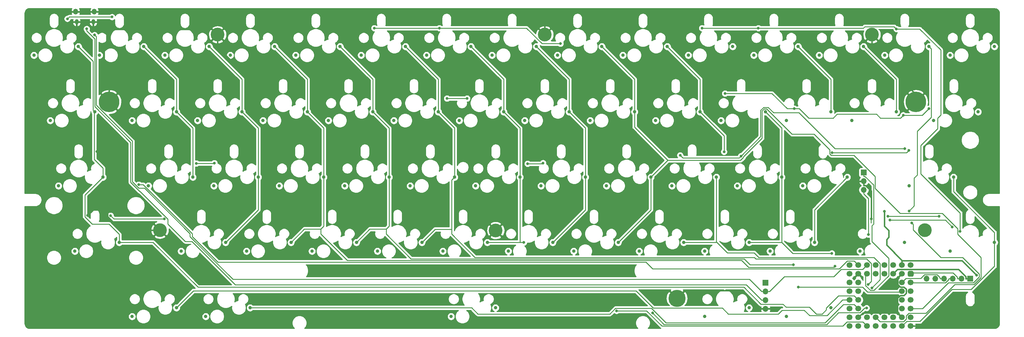
<source format=gbr>
%TF.GenerationSoftware,KiCad,Pcbnew,(5.1.9)-1*%
%TF.CreationDate,2021-10-01T21:52:25+09:00*%
%TF.ProjectId,main,6d61696e-2e6b-4696-9361-645f70636258,1*%
%TF.SameCoordinates,Original*%
%TF.FileFunction,Copper,L1,Top*%
%TF.FilePolarity,Positive*%
%FSLAX46Y46*%
G04 Gerber Fmt 4.6, Leading zero omitted, Abs format (unit mm)*
G04 Created by KiCad (PCBNEW (5.1.9)-1) date 2021-10-01 21:52:25*
%MOMM*%
%LPD*%
G01*
G04 APERTURE LIST*
%TA.AperFunction,ComponentPad*%
%ADD10C,4.000000*%
%TD*%
%TA.AperFunction,ComponentPad*%
%ADD11C,5.000000*%
%TD*%
%TA.AperFunction,ComponentPad*%
%ADD12C,6.000000*%
%TD*%
%TA.AperFunction,ComponentPad*%
%ADD13C,1.700000*%
%TD*%
%TA.AperFunction,ComponentPad*%
%ADD14C,1.000000*%
%TD*%
%TA.AperFunction,ComponentPad*%
%ADD15O,1.700000X1.700000*%
%TD*%
%TA.AperFunction,ComponentPad*%
%ADD16R,1.700000X1.700000*%
%TD*%
%TA.AperFunction,ComponentPad*%
%ADD17O,1.100000X1.500000*%
%TD*%
%TA.AperFunction,ComponentPad*%
%ADD18O,1.350000X1.700000*%
%TD*%
%TA.AperFunction,ViaPad*%
%ADD19C,0.800000*%
%TD*%
%TA.AperFunction,Conductor*%
%ADD20C,0.250000*%
%TD*%
%TA.AperFunction,Conductor*%
%ADD21C,0.400000*%
%TD*%
%TA.AperFunction,Conductor*%
%ADD22C,0.254000*%
%TD*%
%TA.AperFunction,Conductor*%
%ADD23C,0.100000*%
%TD*%
G04 APERTURE END LIST*
D10*
%TO.P,HOLE12,*%
%TO.N,*%
X332650000Y-165300000D03*
%TD*%
%TO.P,HOLE10,*%
%TO.N,/GND*%
X110000000Y-165300000D03*
%TD*%
%TO.P,HOLE11,*%
%TO.N,/GND*%
X207738000Y-165400000D03*
%TD*%
%TO.P,HOLE9,*%
%TO.N,/GND*%
X317275000Y-108300000D03*
%TD*%
%TO.P,HOLE8,*%
%TO.N,/GND*%
X222025000Y-108310000D03*
%TD*%
%TO.P,HOLE7,*%
%TO.N,/GND*%
X126775000Y-108300000D03*
%TD*%
D11*
%TO.P,HOLE4,*%
%TO.N,/GND*%
X260500000Y-185200000D03*
%TD*%
D12*
%TO.P,HOLE2,*%
%TO.N,/GND*%
X330050000Y-127910000D03*
%TD*%
%TO.P,HOLE1,*%
%TO.N,/GND*%
X95200000Y-127900000D03*
%TD*%
D13*
%TO.P,U1,48*%
%TO.N,/GND*%
X328565000Y-175520000D03*
%TO.P,U1,47*%
X326025000Y-178060000D03*
%TO.P,U1,46*%
%TO.N,/VBUS*%
X326025000Y-175520000D03*
%TO.P,U1,45*%
%TO.N,/3V3*%
X323485000Y-178060000D03*
%TO.P,U1,44*%
%TO.N,Net-(U1-Pad44)*%
X323485000Y-175520000D03*
%TO.P,U1,43*%
%TO.N,Net-(U1-Pad43)*%
X320945000Y-178060000D03*
%TO.P,U1,42*%
%TO.N,Net-(U1-Pad42)*%
X320945000Y-175520000D03*
%TO.P,U1,41*%
%TO.N,/SWCLK*%
X318405000Y-178060000D03*
%TO.P,U1,40*%
%TO.N,/USB_D+*%
X318405000Y-175520000D03*
%TO.P,U1,39*%
%TO.N,/SWDIO*%
X315865000Y-178060000D03*
%TO.P,U1,38*%
%TO.N,/USB_D-*%
X315865000Y-175520000D03*
%TO.P,U1,37*%
%TO.N,/BOOTSEL*%
X313325000Y-175520000D03*
%TO.P,U1,36*%
%TO.N,/GND*%
X310785000Y-175520000D03*
%TO.P,U1,35*%
X313325000Y-178060000D03*
%TO.P,U1,34*%
%TO.N,Net-(U1-Pad34)*%
X310785000Y-178060000D03*
%TO.P,U1,33*%
%TO.N,Net-(U1-Pad33)*%
X313325000Y-180600000D03*
%TO.P,U1,32*%
%TO.N,Net-(U1-Pad32)*%
X310785000Y-180600000D03*
%TO.P,U1,31*%
%TO.N,Net-(U1-Pad31)*%
X313325000Y-183140000D03*
%TO.P,U1,30*%
%TO.N,Net-(U1-Pad30)*%
X310785000Y-183140000D03*
%TO.P,U1,29*%
%TO.N,/COL1*%
X313325000Y-185680000D03*
%TO.P,U1,28*%
%TO.N,/COL2*%
X310785000Y-185680000D03*
%TO.P,U1,27*%
%TO.N,/COL3*%
X313325000Y-188220000D03*
%TO.P,U1,26*%
%TO.N,/COL4*%
X310785000Y-188220000D03*
%TO.P,U1,25*%
%TO.N,/COL5*%
X310785000Y-190760000D03*
%TO.P,U1,24*%
%TO.N,/GND*%
X310785000Y-193300000D03*
%TO.P,U1,23*%
X313325000Y-190760000D03*
%TO.P,U1,22*%
%TO.N,/COL6*%
X313325000Y-193300000D03*
%TO.P,U1,21*%
%TO.N,/COL7*%
X315865000Y-190760000D03*
%TO.P,U1,20*%
%TO.N,/COL8*%
X315865000Y-193300000D03*
%TO.P,U1,19*%
%TO.N,/COL9*%
X318405000Y-190760000D03*
%TO.P,U1,18*%
%TO.N,/COL10*%
X318405000Y-193300000D03*
%TO.P,U1,17*%
%TO.N,/COL11*%
X320945000Y-190760000D03*
%TO.P,U1,16*%
%TO.N,/COL12*%
X320945000Y-193300000D03*
%TO.P,U1,15*%
%TO.N,/COL13*%
X323485000Y-190760000D03*
%TO.P,U1,14*%
%TO.N,/COL14*%
X323485000Y-193300000D03*
%TO.P,U1,13*%
%TO.N,/COL15*%
X326025000Y-193300000D03*
%TO.P,U1,12*%
%TO.N,/GND*%
X328565000Y-193300000D03*
%TO.P,U1,11*%
X326025000Y-190760000D03*
%TO.P,U1,10*%
%TO.N,/LED_D_3V3*%
X328565000Y-190760000D03*
%TO.P,U1,9*%
%TO.N,/ROW1*%
X326025000Y-188220000D03*
%TO.P,U1,8*%
%TO.N,/ROW2*%
X328565000Y-188220000D03*
%TO.P,U1,7*%
%TO.N,/ROW3*%
X326025000Y-185680000D03*
%TO.P,U1,6*%
%TO.N,/ROW4*%
X328565000Y-185680000D03*
%TO.P,U1,5*%
%TO.N,/ROW5*%
X326025000Y-183140000D03*
%TO.P,U1,4*%
%TO.N,/GPIO3*%
X328565000Y-183140000D03*
%TO.P,U1,3*%
%TO.N,/GPIO2*%
X326025000Y-180600000D03*
%TO.P,U1,2*%
%TO.N,/GPIO1*%
X328565000Y-180600000D03*
%TO.P,U1,1*%
%TO.N,/GPIO0*%
%TA.AperFunction,ComponentPad*%
G36*
G01*
X329415000Y-177635000D02*
X329415000Y-178485000D01*
G75*
G02*
X328990000Y-178910000I-425000J0D01*
G01*
X328140000Y-178910000D01*
G75*
G02*
X327715000Y-178485000I0J425000D01*
G01*
X327715000Y-177635000D01*
G75*
G02*
X328140000Y-177210000I425000J0D01*
G01*
X328990000Y-177210000D01*
G75*
G02*
X329415000Y-177635000I0J-425000D01*
G01*
G37*
%TD.AperFunction*%
%TD*%
D14*
%TO.P,KSW60,2*%
%TO.N,Net-(D60-Pad2)*%
X292383000Y-190490000D03*
%TO.P,KSW60,1*%
%TO.N,/COL12*%
X305310000Y-187950000D03*
%TD*%
%TO.P,KSW59,2*%
%TO.N,Net-(D59-Pad2)*%
X268570000Y-190490000D03*
%TO.P,KSW59,1*%
%TO.N,/COL11*%
X281497000Y-187950000D03*
%TD*%
%TO.P,KSW58,2*%
%TO.N,Net-(D58-Pad2)*%
X194752000Y-190490000D03*
%TO.P,KSW58,1*%
%TO.N,/COL7*%
X207679000Y-187950000D03*
%TD*%
%TO.P,KSW57,2*%
%TO.N,Net-(D57-Pad2)*%
X123314000Y-190490000D03*
%TO.P,KSW57,1*%
%TO.N,/COL3*%
X136241000Y-187950000D03*
%TD*%
%TO.P,KSW56,2*%
%TO.N,Net-(D56-Pad2)*%
X101883000Y-190490000D03*
%TO.P,KSW56,1*%
%TO.N,/COL2*%
X114810000Y-187950000D03*
%TD*%
%TO.P,KSW55,2*%
%TO.N,Net-(D55-Pad2)*%
X340008000Y-171440000D03*
%TO.P,KSW55,1*%
%TO.N,/COL15*%
X352935000Y-168900000D03*
%TD*%
%TO.P,KSW54,2*%
%TO.N,Net-(D54-Pad2)*%
X313814000Y-171440000D03*
%TO.P,KSW54,1*%
%TO.N,/COL14*%
X326741000Y-168900000D03*
%TD*%
%TO.P,KSW53,2*%
%TO.N,Net-(D53-Pad2)*%
X287620000Y-171440000D03*
%TO.P,KSW53,1*%
%TO.N,/COL12*%
X300547000Y-168900000D03*
%TD*%
%TO.P,KSW52,2*%
%TO.N,Net-(D52-Pad2)*%
X268570000Y-171440000D03*
%TO.P,KSW52,1*%
%TO.N,/COL11*%
X281497000Y-168900000D03*
%TD*%
%TO.P,KSW51,2*%
%TO.N,Net-(D51-Pad2)*%
X249520000Y-171440000D03*
%TO.P,KSW51,1*%
%TO.N,/COL10*%
X262447000Y-168900000D03*
%TD*%
%TO.P,KSW50,2*%
%TO.N,Net-(D50-Pad2)*%
X230470000Y-171440000D03*
%TO.P,KSW50,1*%
%TO.N,/COL9*%
X243397000Y-168900000D03*
%TD*%
%TO.P,KSW49,2*%
%TO.N,Net-(D49-Pad2)*%
X211420000Y-171440000D03*
%TO.P,KSW49,1*%
%TO.N,/COL8*%
X224347000Y-168900000D03*
%TD*%
%TO.P,KSW48,2*%
%TO.N,Net-(D48-Pad2)*%
X192370000Y-171440000D03*
%TO.P,KSW48,1*%
%TO.N,/COL7*%
X205297000Y-168900000D03*
%TD*%
%TO.P,KSW47,2*%
%TO.N,Net-(D47-Pad2)*%
X173320000Y-171440000D03*
%TO.P,KSW47,1*%
%TO.N,/COL6*%
X186247000Y-168900000D03*
%TD*%
%TO.P,KSW46,2*%
%TO.N,Net-(D46-Pad2)*%
X154270000Y-171440000D03*
%TO.P,KSW46,1*%
%TO.N,/COL5*%
X167197000Y-168900000D03*
%TD*%
%TO.P,KSW45,2*%
%TO.N,Net-(D45-Pad2)*%
X135220000Y-171440000D03*
%TO.P,KSW45,1*%
%TO.N,/COL4*%
X148147000Y-168900000D03*
%TD*%
%TO.P,KSW44,2*%
%TO.N,Net-(D44-Pad2)*%
X116170000Y-171440000D03*
%TO.P,KSW44,1*%
%TO.N,/COL3*%
X129097000Y-168900000D03*
%TD*%
%TO.P,KSW43,2*%
%TO.N,Net-(D43-Pad2)*%
X85214200Y-171440000D03*
%TO.P,KSW43,1*%
%TO.N,/COL1*%
X98141200Y-168900000D03*
%TD*%
%TO.P,KSW42,2*%
%TO.N,Net-(D42-Pad2)*%
X328102000Y-152390000D03*
%TO.P,KSW42,1*%
%TO.N,/COL15*%
X341029000Y-149850000D03*
%TD*%
%TO.P,KSW41,2*%
%TO.N,Net-(D41-Pad2)*%
X297146000Y-152390000D03*
%TO.P,KSW41,1*%
%TO.N,/COL12*%
X310073000Y-149850000D03*
%TD*%
%TO.P,KSW40,2*%
%TO.N,Net-(D40-Pad2)*%
X278096000Y-152390000D03*
%TO.P,KSW40,1*%
%TO.N,/COL11*%
X291023000Y-149850000D03*
%TD*%
%TO.P,KSW39,2*%
%TO.N,Net-(D39-Pad2)*%
X259046000Y-152390000D03*
%TO.P,KSW39,1*%
%TO.N,/COL10*%
X271973000Y-149850000D03*
%TD*%
%TO.P,KSW38,2*%
%TO.N,Net-(D38-Pad2)*%
X239996000Y-152390000D03*
%TO.P,KSW38,1*%
%TO.N,/COL9*%
X252923000Y-149850000D03*
%TD*%
%TO.P,KSW37,2*%
%TO.N,Net-(D37-Pad2)*%
X220946000Y-152390000D03*
%TO.P,KSW37,1*%
%TO.N,/COL8*%
X233873000Y-149850000D03*
%TD*%
%TO.P,KSW36,2*%
%TO.N,Net-(D36-Pad2)*%
X201896000Y-152390000D03*
%TO.P,KSW36,1*%
%TO.N,/COL7*%
X214823000Y-149850000D03*
%TD*%
%TO.P,KSW35,2*%
%TO.N,Net-(D35-Pad2)*%
X182846000Y-152390000D03*
%TO.P,KSW35,1*%
%TO.N,/COL6*%
X195773000Y-149850000D03*
%TD*%
%TO.P,KSW34,2*%
%TO.N,Net-(D34-Pad2)*%
X163796000Y-152390000D03*
%TO.P,KSW34,1*%
%TO.N,/COL5*%
X176723000Y-149850000D03*
%TD*%
%TO.P,KSW33,2*%
%TO.N,Net-(D33-Pad2)*%
X144746000Y-152390000D03*
%TO.P,KSW33,1*%
%TO.N,/COL4*%
X157673000Y-149850000D03*
%TD*%
%TO.P,KSW32,2*%
%TO.N,Net-(D32-Pad2)*%
X125696000Y-152390000D03*
%TO.P,KSW32,1*%
%TO.N,/COL3*%
X138623000Y-149850000D03*
%TD*%
%TO.P,KSW31,2*%
%TO.N,Net-(D31-Pad2)*%
X106646000Y-152390000D03*
%TO.P,KSW31,1*%
%TO.N,/COL2*%
X119573000Y-149850000D03*
%TD*%
%TO.P,KSW30,2*%
%TO.N,Net-(D30-Pad2)*%
X80451800Y-152390000D03*
%TO.P,KSW30,1*%
%TO.N,/COL1*%
X93378800Y-149850000D03*
%TD*%
%TO.P,KSW29,2*%
%TO.N,Net-(D29-Pad2)*%
X335246000Y-133340000D03*
%TO.P,KSW29,1*%
%TO.N,/COL15*%
X348173000Y-130800000D03*
%TD*%
%TO.P,KSW28,2*%
%TO.N,Net-(D28-Pad2)*%
X311433000Y-133340000D03*
%TO.P,KSW28,1*%
%TO.N,/COL13*%
X324360000Y-130800000D03*
%TD*%
%TO.P,KSW27,2*%
%TO.N,Net-(D27-Pad2)*%
X292383000Y-133340000D03*
%TO.P,KSW27,1*%
%TO.N,/COL12*%
X305310000Y-130800000D03*
%TD*%
%TO.P,KSW26,2*%
%TO.N,Net-(D26-Pad2)*%
X273333000Y-133340000D03*
%TO.P,KSW26,1*%
%TO.N,/COL11*%
X286260000Y-130800000D03*
%TD*%
%TO.P,KSW25,2*%
%TO.N,Net-(D25-Pad2)*%
X254283000Y-133340000D03*
%TO.P,KSW25,1*%
%TO.N,/COL10*%
X267210000Y-130800000D03*
%TD*%
%TO.P,KSW24,2*%
%TO.N,Net-(D24-Pad2)*%
X235233000Y-133340000D03*
%TO.P,KSW24,1*%
%TO.N,/COL9*%
X248160000Y-130800000D03*
%TD*%
%TO.P,KSW23,2*%
%TO.N,Net-(D23-Pad2)*%
X216183000Y-133340000D03*
%TO.P,KSW23,1*%
%TO.N,/COL8*%
X229110000Y-130800000D03*
%TD*%
%TO.P,KSW22,2*%
%TO.N,Net-(D22-Pad2)*%
X197133000Y-133340000D03*
%TO.P,KSW22,1*%
%TO.N,/COL7*%
X210060000Y-130800000D03*
%TD*%
%TO.P,KSW21,2*%
%TO.N,Net-(D21-Pad2)*%
X178083000Y-133340000D03*
%TO.P,KSW21,1*%
%TO.N,/COL6*%
X191010000Y-130800000D03*
%TD*%
%TO.P,KSW20,2*%
%TO.N,Net-(D20-Pad2)*%
X159033000Y-133340000D03*
%TO.P,KSW20,1*%
%TO.N,/COL5*%
X171960000Y-130800000D03*
%TD*%
%TO.P,KSW19,2*%
%TO.N,Net-(D19-Pad2)*%
X139983000Y-133340000D03*
%TO.P,KSW19,1*%
%TO.N,/COL4*%
X152910000Y-130800000D03*
%TD*%
%TO.P,KSW18,2*%
%TO.N,Net-(D18-Pad2)*%
X120933000Y-133340000D03*
%TO.P,KSW18,1*%
%TO.N,/COL3*%
X133860000Y-130800000D03*
%TD*%
%TO.P,KSW17,2*%
%TO.N,Net-(D17-Pad2)*%
X101883000Y-133340000D03*
%TO.P,KSW17,1*%
%TO.N,/COL2*%
X114810000Y-130800000D03*
%TD*%
%TO.P,KSW16,2*%
%TO.N,Net-(D16-Pad2)*%
X78070500Y-133340000D03*
%TO.P,KSW16,1*%
%TO.N,/COL1*%
X90997500Y-130800000D03*
%TD*%
%TO.P,KSW15,2*%
%TO.N,Net-(D15-Pad2)*%
X340008000Y-114290000D03*
%TO.P,KSW15,1*%
%TO.N,/COL15*%
X352935000Y-111750000D03*
%TD*%
%TO.P,KSW14,2*%
%TO.N,Net-(D14-Pad2)*%
X320958000Y-114290000D03*
%TO.P,KSW14,1*%
%TO.N,/COL14*%
X333885000Y-111750000D03*
%TD*%
%TO.P,KSW13,2*%
%TO.N,Net-(D13-Pad2)*%
X301908000Y-114290000D03*
%TO.P,KSW13,1*%
%TO.N,/COL13*%
X314835000Y-111750000D03*
%TD*%
%TO.P,KSW12,2*%
%TO.N,Net-(D12-Pad2)*%
X282858000Y-114290000D03*
%TO.P,KSW12,1*%
%TO.N,/COL12*%
X295785000Y-111750000D03*
%TD*%
%TO.P,KSW11,2*%
%TO.N,Net-(D11-Pad2)*%
X263808000Y-114290000D03*
%TO.P,KSW11,1*%
%TO.N,/COL11*%
X276735000Y-111750000D03*
%TD*%
%TO.P,KSW10,2*%
%TO.N,Net-(D10-Pad2)*%
X244758000Y-114290000D03*
%TO.P,KSW10,1*%
%TO.N,/COL10*%
X257685000Y-111750000D03*
%TD*%
%TO.P,KSW9,2*%
%TO.N,Net-(D9-Pad2)*%
X225708000Y-114290000D03*
%TO.P,KSW9,1*%
%TO.N,/COL9*%
X238635000Y-111750000D03*
%TD*%
%TO.P,KSW8,2*%
%TO.N,Net-(D8-Pad2)*%
X206658000Y-114290000D03*
%TO.P,KSW8,1*%
%TO.N,/COL8*%
X219585000Y-111750000D03*
%TD*%
%TO.P,KSW7,2*%
%TO.N,Net-(D7-Pad2)*%
X187608000Y-114290000D03*
%TO.P,KSW7,1*%
%TO.N,/COL7*%
X200535000Y-111750000D03*
%TD*%
%TO.P,KSW6,2*%
%TO.N,Net-(D6-Pad2)*%
X168558000Y-114290000D03*
%TO.P,KSW6,1*%
%TO.N,/COL6*%
X181485000Y-111750000D03*
%TD*%
%TO.P,KSW5,2*%
%TO.N,Net-(D5-Pad2)*%
X149508000Y-114290000D03*
%TO.P,KSW5,1*%
%TO.N,/COL5*%
X162435000Y-111750000D03*
%TD*%
%TO.P,KSW4,2*%
%TO.N,Net-(D4-Pad2)*%
X130458000Y-114290000D03*
%TO.P,KSW4,1*%
%TO.N,/COL4*%
X143385000Y-111750000D03*
%TD*%
%TO.P,KSW3,2*%
%TO.N,Net-(D3-Pad2)*%
X111408000Y-114290000D03*
%TO.P,KSW3,1*%
%TO.N,/COL3*%
X124335000Y-111750000D03*
%TD*%
%TO.P,KSW2,2*%
%TO.N,Net-(D2-Pad2)*%
X92358000Y-114290000D03*
%TO.P,KSW2,1*%
%TO.N,/COL2*%
X105285000Y-111750000D03*
%TD*%
%TO.P,KSW1,2*%
%TO.N,Net-(D1-Pad2)*%
X73308000Y-114290000D03*
%TO.P,KSW1,1*%
%TO.N,/COL1*%
X86235000Y-111750000D03*
%TD*%
D15*
%TO.P,J4,6*%
%TO.N,/GND*%
X333151000Y-179457000D03*
%TO.P,J4,5*%
%TO.N,/GPIO3*%
X335691000Y-179457000D03*
%TO.P,J4,4*%
%TO.N,/GPIO2*%
X338231000Y-179457000D03*
%TO.P,J4,3*%
%TO.N,/GPIO1*%
X340771000Y-179457000D03*
%TO.P,J4,2*%
%TO.N,/GPIO0*%
X343311000Y-179457000D03*
D16*
%TO.P,J4,1*%
%TO.N,/3V3*%
X345851000Y-179457000D03*
%TD*%
%TO.P,J3,1*%
%TO.N,/SWDIO*%
X314894000Y-148501000D03*
D15*
%TO.P,J3,2*%
%TO.N,/GND*%
X314894000Y-151041000D03*
%TO.P,J3,3*%
%TO.N,/SWCLK*%
X314894000Y-153581000D03*
%TD*%
%TO.P,J2,4*%
%TO.N,/GND*%
X286319000Y-188268000D03*
%TO.P,J2,3*%
%TO.N,/USB_D+*%
X286319000Y-185728000D03*
%TO.P,J2,2*%
%TO.N,/USB_D-*%
X286319000Y-183188000D03*
D16*
%TO.P,J2,1*%
%TO.N,/VBUS*%
X286319000Y-180648000D03*
%TD*%
D17*
%TO.P,J1,6*%
%TO.N,/GND*%
X85755000Y-104585000D03*
X90595000Y-104585000D03*
D18*
X85445000Y-101585000D03*
X90905000Y-101585000D03*
%TD*%
D19*
%TO.N,/ROW1*%
X342940100Y-165677000D03*
X284192000Y-106399500D03*
X267810000Y-106399500D03*
X324411000Y-106647600D03*
X191329100Y-106399500D03*
X172402800Y-106399500D03*
X226585200Y-110903400D03*
%TO.N,/ROW2*%
X274506400Y-125455500D03*
X199391500Y-126905700D03*
X193561100Y-126905700D03*
X333822300Y-129898200D03*
X328868500Y-163232800D03*
X294683100Y-129876700D03*
X326374500Y-131776000D03*
%TO.N,/ROW3*%
X221526700Y-145746000D03*
X217040000Y-145936100D03*
X279156600Y-143709600D03*
X261438000Y-143482500D03*
X125846000Y-145756500D03*
X120615000Y-145849600D03*
X326818000Y-141570900D03*
%TO.N,/ROW4*%
X340629300Y-164378700D03*
X322542500Y-162410700D03*
%TO.N,/ROW5*%
X295822500Y-181930400D03*
%TO.N,/GND*%
X317054500Y-162040500D03*
X88905900Y-161050000D03*
X105385400Y-124262800D03*
X143550000Y-123900500D03*
X91592700Y-142362700D03*
X95902700Y-153658500D03*
X343708100Y-184106400D03*
X221783200Y-104329300D03*
X107800020Y-118810000D03*
X141100020Y-156810000D03*
X143100020Y-185610000D03*
X236300020Y-156810000D03*
X293500020Y-156810000D03*
X350600020Y-137810000D03*
X210200020Y-175910000D03*
X245850020Y-175860000D03*
X226800020Y-175910000D03*
X233200020Y-186110000D03*
%TO.N,/USB_D+*%
X88678000Y-106614400D03*
%TO.N,/USB_D-*%
X90945600Y-108390200D03*
%TO.N,/VBUS*%
X347764500Y-178426500D03*
X320906000Y-159871700D03*
%TO.N,/SWCLK*%
X316242200Y-166596900D03*
%TO.N,/COL4*%
X306503500Y-175874700D03*
%TO.N,/COL5*%
X294399000Y-175450800D03*
%TO.N,/COL6*%
X316202800Y-181146300D03*
%TO.N,/COL7*%
X215919200Y-168900000D03*
X315704800Y-188043800D03*
X253387700Y-189466200D03*
%TO.N,/COL8*%
X242929500Y-188838200D03*
%TO.N,/COL10*%
X317224000Y-182167400D03*
X274225100Y-142456200D03*
%TO.N,/COL11*%
X305591400Y-172073700D03*
%TO.N,/COL14*%
X328060800Y-159718300D03*
%TO.N,Net-(LED2-Pad1)*%
X321927200Y-161303500D03*
X336817600Y-161303500D03*
%TO.N,Net-(LED13-Pad1)*%
X95611800Y-161094800D03*
X111230100Y-162067800D03*
%TO.N,Net-(LED26-Pad1)*%
X328057700Y-142012100D03*
X305683500Y-142726100D03*
%TO.N,Net-(LED42-Pad1)*%
X96043600Y-103139900D03*
X83048100Y-103656700D03*
%TO.N,/BOOTSEL*%
X103821300Y-152029900D03*
%TD*%
D20*
%TO.N,/ROW1*%
X342940100Y-165677000D02*
X342940100Y-160298100D01*
X342940100Y-160298100D02*
X331517300Y-148875300D01*
X331517300Y-148875300D02*
X331517300Y-140630500D01*
X331517300Y-140630500D02*
X336441500Y-135706300D01*
X336441500Y-135706300D02*
X336441500Y-132618500D01*
X336441500Y-132618500D02*
X337299100Y-131760900D01*
X337299100Y-131760900D02*
X337299100Y-112759300D01*
X337299100Y-112759300D02*
X331187400Y-106647600D01*
X331187400Y-106647600D02*
X324411000Y-106647600D01*
X284192000Y-106399500D02*
X314746200Y-106399500D01*
X314746200Y-106399500D02*
X315197400Y-105948300D01*
X315197400Y-105948300D02*
X323711700Y-105948300D01*
X323711700Y-105948300D02*
X324411000Y-106647600D01*
X267810000Y-106399500D02*
X284192000Y-106399500D01*
X191329100Y-106399500D02*
X216718600Y-106399500D01*
X216718600Y-106399500D02*
X221222500Y-110903400D01*
X221222500Y-110903400D02*
X226585200Y-110903400D01*
X172402800Y-106399500D02*
X191329100Y-106399500D01*
%TO.N,/ROW2*%
X274506400Y-125455500D02*
X288174900Y-125455500D01*
X288174900Y-125455500D02*
X292596100Y-129876700D01*
X292596100Y-129876700D02*
X294683100Y-129876700D01*
X193561100Y-126905700D02*
X199391500Y-126905700D01*
X326374500Y-131776000D02*
X331944500Y-131776000D01*
X331944500Y-131776000D02*
X333822300Y-129898200D01*
X294683100Y-129876700D02*
X296124800Y-129876700D01*
X296124800Y-129876700D02*
X298875400Y-132627300D01*
X298875400Y-132627300D02*
X306022700Y-132627300D01*
X306022700Y-132627300D02*
X307146400Y-131503600D01*
X307146400Y-131503600D02*
X318588400Y-131503600D01*
X318588400Y-131503600D02*
X319710200Y-132625400D01*
X319710200Y-132625400D02*
X325525100Y-132625400D01*
X325525100Y-132625400D02*
X326374500Y-131776000D01*
X328868500Y-163232800D02*
X329267700Y-163632000D01*
X329267700Y-163632000D02*
X329267800Y-163632000D01*
X329267800Y-163632000D02*
X329267800Y-165208700D01*
X329267800Y-165208700D02*
X337324500Y-173265400D01*
X337324500Y-173265400D02*
X343655100Y-173265400D01*
X343655100Y-173265400D02*
X348505800Y-178116100D01*
X348505800Y-178116100D02*
X348505800Y-178969100D01*
X348505800Y-178969100D02*
X346842500Y-180632400D01*
X346842500Y-180632400D02*
X339550300Y-180632400D01*
X339550300Y-180632400D02*
X331962700Y-188220000D01*
X331962700Y-188220000D02*
X328565000Y-188220000D01*
%TO.N,/ROW3*%
X217040000Y-145936100D02*
X221336600Y-145936100D01*
X221336600Y-145936100D02*
X221526700Y-145746000D01*
X279156600Y-143709600D02*
X278588300Y-144277900D01*
X278588300Y-144277900D02*
X262233400Y-144277900D01*
X262233400Y-144277900D02*
X261438000Y-143482500D01*
X326818000Y-141570900D02*
X306504300Y-141570900D01*
X306504300Y-141570900D02*
X296019200Y-131085800D01*
X296019200Y-131085800D02*
X288633800Y-131085800D01*
X288633800Y-131085800D02*
X287046900Y-129498900D01*
X287046900Y-129498900D02*
X285738200Y-129498900D01*
X285738200Y-129498900D02*
X284847900Y-130389200D01*
X284847900Y-130389200D02*
X284847900Y-138018300D01*
X284847900Y-138018300D02*
X279156600Y-143709600D01*
X120615000Y-145849600D02*
X125752900Y-145849600D01*
X125752900Y-145849600D02*
X125846000Y-145756500D01*
%TO.N,/ROW4*%
X322542500Y-162410700D02*
X338661300Y-162410700D01*
X338661300Y-162410700D02*
X340629300Y-164378700D01*
%TO.N,/ROW5*%
X326025000Y-183140000D02*
X325798500Y-183366500D01*
X325798500Y-183366500D02*
X315996900Y-183366500D01*
X315996900Y-183366500D02*
X314560800Y-181930400D01*
X314560800Y-181930400D02*
X295822500Y-181930400D01*
D21*
%TO.N,/GND*%
X314894000Y-151041000D02*
X314894000Y-152291300D01*
X314894000Y-152291300D02*
X315441000Y-152291300D01*
X315441000Y-152291300D02*
X317054500Y-153904800D01*
X317054500Y-153904800D02*
X317054500Y-162040500D01*
X94781000Y-159383700D02*
X94781000Y-154780200D01*
X94781000Y-154780200D02*
X95902700Y-153658500D01*
X110000000Y-165300000D02*
X98684700Y-165300000D01*
X98684700Y-165300000D02*
X94781000Y-161396300D01*
X94781000Y-161396300D02*
X94781000Y-159383700D01*
X94781000Y-159383700D02*
X90572200Y-159383700D01*
X90572200Y-159383700D02*
X88905900Y-161050000D01*
X95200000Y-124262800D02*
X95200000Y-127900000D01*
X94481500Y-106718400D02*
X94481500Y-110961100D01*
X94481500Y-110961100D02*
X93743200Y-111699400D01*
X93743200Y-111699400D02*
X93743200Y-122806000D01*
X93743200Y-122806000D02*
X95200000Y-124262800D01*
X95200000Y-124262800D02*
X105385400Y-124262800D01*
X126775000Y-108300000D02*
X126775000Y-111922000D01*
X126775000Y-111922000D02*
X138753500Y-123900500D01*
X138753500Y-123900500D02*
X143550000Y-123900500D01*
X94481500Y-106718400D02*
X125193400Y-106718400D01*
X125193400Y-106718400D02*
X126775000Y-108300000D01*
X91545300Y-104585000D02*
X93678700Y-106718400D01*
X93678700Y-106718400D02*
X94481500Y-106718400D01*
X330050000Y-127910000D02*
X330050000Y-125739000D01*
X330050000Y-125739000D02*
X317275000Y-112964000D01*
X317275000Y-112964000D02*
X317275000Y-108300000D01*
X324743600Y-189478600D02*
X326025000Y-190760000D01*
X313325000Y-190760000D02*
X314606400Y-189478600D01*
X314606400Y-189478600D02*
X324743600Y-189478600D01*
X326025000Y-178060000D02*
X324774700Y-179310300D01*
X324774700Y-179310300D02*
X324774700Y-181131900D01*
X324774700Y-181131900D02*
X325532400Y-181889600D01*
X325532400Y-181889600D02*
X326610900Y-181889600D01*
X326610900Y-181889600D02*
X327275400Y-182554100D01*
X327275400Y-182554100D02*
X327275400Y-183665300D01*
X327275400Y-183665300D02*
X326550300Y-184390400D01*
X326550300Y-184390400D02*
X325531900Y-184390400D01*
X325531900Y-184390400D02*
X324743600Y-185178700D01*
X324743600Y-185178700D02*
X324743600Y-189478600D01*
X91592700Y-142362700D02*
X95902700Y-146672700D01*
X95902700Y-146672700D02*
X95902700Y-153658500D01*
X90595000Y-104585000D02*
X91545300Y-104585000D01*
X328565000Y-193300000D02*
X334514500Y-193300000D01*
X334514500Y-193300000D02*
X343708100Y-184106400D01*
X221783200Y-104329300D02*
X222025000Y-104571100D01*
X222025000Y-104571100D02*
X222025000Y-108310000D01*
X286319000Y-188268000D02*
X285068700Y-188268000D01*
X285068700Y-188268000D02*
X279748300Y-182947600D01*
X279748300Y-182947600D02*
X262752400Y-182947600D01*
X262752400Y-182947600D02*
X260500000Y-185200000D01*
D20*
%TO.N,/USB_D+*%
X285143700Y-185728000D02*
X280670700Y-181255000D01*
X280670700Y-181255000D02*
X131931700Y-181255000D01*
X131931700Y-181255000D02*
X119281000Y-168604300D01*
X119281000Y-168604300D02*
X117356500Y-168604300D01*
X117356500Y-168604300D02*
X112325400Y-163573200D01*
X112325400Y-163573200D02*
X112325400Y-162136700D01*
X112325400Y-162136700D02*
X104247100Y-154058400D01*
X104247100Y-154058400D02*
X104167500Y-154058400D01*
X104167500Y-154058400D02*
X101488600Y-151379500D01*
X101488600Y-151379500D02*
X101488600Y-139742800D01*
X101488600Y-139742800D02*
X90997600Y-129251800D01*
X90997600Y-129251800D02*
X90997600Y-109500900D01*
X90997600Y-109500900D02*
X88678000Y-107181300D01*
X88678000Y-107181300D02*
X88678000Y-106614400D01*
X286319000Y-185728000D02*
X285143700Y-185728000D01*
%TO.N,/USB_D-*%
X286319000Y-183188000D02*
X287494300Y-183188000D01*
X287494300Y-183188000D02*
X291817700Y-178864600D01*
X291817700Y-178864600D02*
X306177100Y-178864600D01*
X306177100Y-178864600D02*
X308251700Y-176790000D01*
X308251700Y-176790000D02*
X314595000Y-176790000D01*
X314595000Y-176790000D02*
X315865000Y-175520000D01*
X285731400Y-183188000D02*
X286319000Y-183188000D01*
X285731400Y-183188000D02*
X285143700Y-183188000D01*
X285143700Y-183188000D02*
X281633600Y-179677900D01*
X281633600Y-179677900D02*
X131266500Y-179677900D01*
X131266500Y-179677900D02*
X118762800Y-167174200D01*
X118762800Y-167174200D02*
X118762800Y-166322400D01*
X118762800Y-166322400D02*
X105529700Y-153089300D01*
X105529700Y-153089300D02*
X103835300Y-153089300D01*
X103835300Y-153089300D02*
X101958900Y-151212900D01*
X101958900Y-151212900D02*
X101958900Y-139361700D01*
X101958900Y-139361700D02*
X91447900Y-128850700D01*
X91447900Y-128850700D02*
X91447900Y-108892500D01*
X91447900Y-108892500D02*
X90945600Y-108390200D01*
D21*
%TO.N,/VBUS*%
X326081600Y-174213200D02*
X343551200Y-174213200D01*
X343551200Y-174213200D02*
X347764500Y-178426500D01*
X326081600Y-174213200D02*
X321543200Y-169674800D01*
X321543200Y-169674800D02*
X321543200Y-168036800D01*
X321543200Y-168036800D02*
X322173100Y-167406900D01*
X322173100Y-167406900D02*
X322173100Y-165389800D01*
X322173100Y-165389800D02*
X320906000Y-164122700D01*
X320906000Y-164122700D02*
X320906000Y-159871700D01*
X326025000Y-175520000D02*
X326025000Y-174269800D01*
X326025000Y-174269800D02*
X326081600Y-174213200D01*
D20*
%TO.N,/SWCLK*%
X314894000Y-153581000D02*
X314894000Y-154756300D01*
X314894000Y-154756300D02*
X316242200Y-156104500D01*
X316242200Y-156104500D02*
X316242200Y-166596900D01*
%TO.N,/SWDIO*%
X314894000Y-149676300D02*
X315261300Y-149676300D01*
X315261300Y-149676300D02*
X317736700Y-152151700D01*
X317736700Y-152151700D02*
X317736700Y-154051600D01*
X317736700Y-154051600D02*
X317801700Y-154116600D01*
X317801700Y-154116600D02*
X317801700Y-163476100D01*
X317801700Y-163476100D02*
X317224900Y-164052900D01*
X317224900Y-164052900D02*
X317224900Y-168597400D01*
X317224900Y-168597400D02*
X322135200Y-173507700D01*
X322135200Y-173507700D02*
X322135200Y-178605300D01*
X322135200Y-178605300D02*
X317841500Y-182899000D01*
X317841500Y-182899000D02*
X316873500Y-182899000D01*
X316873500Y-182899000D02*
X315441800Y-181467300D01*
X315441800Y-181467300D02*
X315441800Y-178483200D01*
X315441800Y-178483200D02*
X315865000Y-178060000D01*
X314894000Y-148501000D02*
X314894000Y-149676300D01*
%TO.N,/GPIO2*%
X326025000Y-180600000D02*
X327208100Y-179416900D01*
X327208100Y-179416900D02*
X331474000Y-179416900D01*
X331474000Y-179416900D02*
X332611900Y-178279000D01*
X332611900Y-178279000D02*
X336190500Y-178279000D01*
X336190500Y-178279000D02*
X337055700Y-179144200D01*
X337055700Y-179144200D02*
X337055700Y-179457000D01*
X338231000Y-179457000D02*
X337055700Y-179457000D01*
%TO.N,/GPIO1*%
X340771000Y-179457000D02*
X339595700Y-179457000D01*
X339595700Y-179457000D02*
X339595700Y-179761500D01*
X339595700Y-179761500D02*
X338703600Y-180653600D01*
X338703600Y-180653600D02*
X328618600Y-180653600D01*
X328618600Y-180653600D02*
X328565000Y-180600000D01*
%TO.N,/GPIO0*%
X342135700Y-179457000D02*
X342135700Y-179089700D01*
X342135700Y-179089700D02*
X340867100Y-177821100D01*
X340867100Y-177821100D02*
X328803900Y-177821100D01*
X328803900Y-177821100D02*
X328565000Y-178060000D01*
X343311000Y-179457000D02*
X342135700Y-179457000D01*
D21*
%TO.N,/3V3*%
X323485000Y-178060000D02*
X324755000Y-176790000D01*
X324755000Y-176790000D02*
X342480700Y-176790000D01*
X342480700Y-176790000D02*
X344600700Y-178910000D01*
X344600700Y-178910000D02*
X344600700Y-179457000D01*
X345851000Y-179457000D02*
X344600700Y-179457000D01*
D20*
%TO.N,/COL1*%
X313325000Y-185680000D02*
X312134400Y-184489400D01*
X312134400Y-184489400D02*
X307538700Y-184489400D01*
X307538700Y-184489400D02*
X304013200Y-188014900D01*
X304013200Y-188014900D02*
X304013200Y-188553400D01*
X304013200Y-188553400D02*
X302773900Y-189792700D01*
X302773900Y-189792700D02*
X301096500Y-189792700D01*
X301096500Y-189792700D02*
X299089200Y-187785400D01*
X299089200Y-187785400D02*
X292262400Y-187785400D01*
X292262400Y-187785400D02*
X291380400Y-186903400D01*
X291380400Y-186903400D02*
X284914300Y-186903400D01*
X284914300Y-186903400D02*
X279980000Y-181969100D01*
X279980000Y-181969100D02*
X121054900Y-181969100D01*
X121054900Y-181969100D02*
X107985800Y-168900000D01*
X107985800Y-168900000D02*
X98141200Y-168900000D01*
X86235000Y-111750000D02*
X90547300Y-116062300D01*
X90547300Y-116062300D02*
X90547300Y-130349800D01*
X90547300Y-130349800D02*
X90997500Y-130800000D01*
X93378800Y-149850000D02*
X88176500Y-155052300D01*
X88176500Y-155052300D02*
X88176500Y-161418200D01*
X88176500Y-161418200D02*
X90300800Y-163542500D01*
X90300800Y-163542500D02*
X95142200Y-163542500D01*
X95142200Y-163542500D02*
X98141200Y-166541500D01*
X98141200Y-166541500D02*
X98141200Y-168900000D01*
X90997500Y-130800000D02*
X90867200Y-130930300D01*
X90867200Y-130930300D02*
X90867200Y-144706000D01*
X90867200Y-144706000D02*
X93378800Y-147217600D01*
X93378800Y-147217600D02*
X93378800Y-149850000D01*
%TO.N,/COL2*%
X114810000Y-187950000D02*
X119745600Y-183014400D01*
X119745600Y-183014400D02*
X248598600Y-183014400D01*
X248598600Y-183014400D02*
X253630900Y-188046700D01*
X253630900Y-188046700D02*
X273752300Y-188046700D01*
X273752300Y-188046700D02*
X275481000Y-189775400D01*
X275481000Y-189775400D02*
X290006300Y-189775400D01*
X290006300Y-189775400D02*
X291119700Y-188662000D01*
X291119700Y-188662000D02*
X297563100Y-188662000D01*
X297563100Y-188662000D02*
X299144200Y-190243100D01*
X299144200Y-190243100D02*
X304184200Y-190243100D01*
X304184200Y-190243100D02*
X308747300Y-185680000D01*
X308747300Y-185680000D02*
X310785000Y-185680000D01*
X105285000Y-111750000D02*
X114810000Y-121275000D01*
X114810000Y-121275000D02*
X114810000Y-130800000D01*
X114810000Y-130800000D02*
X119573000Y-135563000D01*
X119573000Y-135563000D02*
X119573000Y-149850000D01*
%TO.N,/COL3*%
X313325000Y-188220000D02*
X312134400Y-187029400D01*
X312134400Y-187029400D02*
X308953900Y-187029400D01*
X308953900Y-187029400D02*
X303634400Y-192348900D01*
X303634400Y-192348900D02*
X257296200Y-192348900D01*
X257296200Y-192348900D02*
X253060200Y-188112900D01*
X253060200Y-188112900D02*
X242627200Y-188112900D01*
X242627200Y-188112900D02*
X240964800Y-189775300D01*
X240964800Y-189775300D02*
X202549600Y-189775300D01*
X202549600Y-189775300D02*
X200724300Y-187950000D01*
X200724300Y-187950000D02*
X136241000Y-187950000D01*
X124335000Y-111750000D02*
X133860000Y-121275000D01*
X133860000Y-121275000D02*
X133860000Y-130800000D01*
X133860000Y-130800000D02*
X138623000Y-135563000D01*
X138623000Y-135563000D02*
X138623000Y-149850000D01*
X138623000Y-149850000D02*
X138623000Y-159374000D01*
X138623000Y-159374000D02*
X129097000Y-168900000D01*
%TO.N,/COL4*%
X156794300Y-165009700D02*
X156794300Y-166450100D01*
X156794300Y-166450100D02*
X164510300Y-174166100D01*
X164510300Y-174166100D02*
X279370800Y-174166100D01*
X279370800Y-174166100D02*
X281380800Y-176176100D01*
X281380800Y-176176100D02*
X306202100Y-176176100D01*
X306202100Y-176176100D02*
X306503500Y-175874700D01*
X156794300Y-165009700D02*
X152037300Y-165009700D01*
X152037300Y-165009700D02*
X148147000Y-168900000D01*
X157673000Y-149850000D02*
X157673000Y-164131000D01*
X157673000Y-164131000D02*
X156794300Y-165009700D01*
X152910000Y-130800000D02*
X157673000Y-135563000D01*
X157673000Y-135563000D02*
X157673000Y-149850000D01*
X143385000Y-111750000D02*
X152910000Y-121275000D01*
X152910000Y-121275000D02*
X152910000Y-130800000D01*
%TO.N,/COL5*%
X175844300Y-165009700D02*
X175844300Y-166450100D01*
X175844300Y-166450100D02*
X183109900Y-173715700D01*
X183109900Y-173715700D02*
X280076700Y-173715700D01*
X280076700Y-173715700D02*
X281811800Y-175450800D01*
X281811800Y-175450800D02*
X294399000Y-175450800D01*
X175844300Y-165009700D02*
X171087300Y-165009700D01*
X171087300Y-165009700D02*
X167197000Y-168900000D01*
X176723000Y-149850000D02*
X176723000Y-164131000D01*
X176723000Y-164131000D02*
X175844300Y-165009700D01*
X171960000Y-130800000D02*
X176723000Y-135563000D01*
X176723000Y-135563000D02*
X176723000Y-149850000D01*
X162435000Y-111750000D02*
X171960000Y-121275000D01*
X171960000Y-121275000D02*
X171960000Y-130800000D01*
%TO.N,/COL6*%
X194894300Y-165074600D02*
X194894300Y-166450100D01*
X194894300Y-166450100D02*
X201709500Y-173265300D01*
X201709500Y-173265300D02*
X283041100Y-173265300D01*
X283041100Y-173265300D02*
X283491700Y-173715900D01*
X283491700Y-173715900D02*
X315745600Y-173715900D01*
X315745600Y-173715900D02*
X317088200Y-175058500D01*
X317088200Y-175058500D02*
X317088200Y-180260900D01*
X317088200Y-180260900D02*
X316202800Y-181146300D01*
X191010000Y-130800000D02*
X195773000Y-135563000D01*
X195773000Y-135563000D02*
X195773000Y-149850000D01*
X181485000Y-111750000D02*
X191010000Y-121275000D01*
X191010000Y-121275000D02*
X191010000Y-130800000D01*
X195773000Y-149850000D02*
X194894300Y-150728700D01*
X194894300Y-150728700D02*
X194894300Y-165074600D01*
X194894300Y-165074600D02*
X190072400Y-165074600D01*
X190072400Y-165074600D02*
X186247000Y-168900000D01*
%TO.N,/COL7*%
X210060000Y-130800000D02*
X214823000Y-135563000D01*
X214823000Y-135563000D02*
X214823000Y-149850000D01*
X200535000Y-111750000D02*
X210060000Y-121275000D01*
X210060000Y-121275000D02*
X210060000Y-130800000D01*
X214823000Y-168900000D02*
X215919200Y-168900000D01*
X205297000Y-168900000D02*
X214823000Y-168900000D01*
X214823000Y-149850000D02*
X214823000Y-168900000D01*
X253387700Y-189466200D02*
X256741400Y-192819900D01*
X256741400Y-192819900D02*
X304151100Y-192819900D01*
X304151100Y-192819900D02*
X307567200Y-189403800D01*
X307567200Y-189403800D02*
X313803500Y-189403800D01*
X313803500Y-189403800D02*
X315163500Y-188043800D01*
X315163500Y-188043800D02*
X315704800Y-188043800D01*
%TO.N,/COL8*%
X315865000Y-193300000D02*
X314667300Y-192102300D01*
X314667300Y-192102300D02*
X309987400Y-192102300D01*
X309987400Y-192102300D02*
X308819400Y-193270300D01*
X308819400Y-193270300D02*
X256112900Y-193270300D01*
X256112900Y-193270300D02*
X251680800Y-188838200D01*
X251680800Y-188838200D02*
X242929500Y-188838200D01*
X229110000Y-130800000D02*
X233873000Y-135563000D01*
X233873000Y-135563000D02*
X233873000Y-149850000D01*
X219585000Y-111750000D02*
X229110000Y-121275000D01*
X229110000Y-121275000D02*
X229110000Y-130800000D01*
X233873000Y-149850000D02*
X233873000Y-159374000D01*
X233873000Y-159374000D02*
X224347000Y-168900000D01*
%TO.N,/COL9*%
X257838300Y-144934700D02*
X279027000Y-144934700D01*
X279027000Y-144934700D02*
X279881900Y-144079800D01*
X279881900Y-144079800D02*
X279881900Y-143907600D01*
X279881900Y-143907600D02*
X285298300Y-138491200D01*
X285298300Y-138491200D02*
X285298300Y-130575700D01*
X285298300Y-130575700D02*
X285924700Y-129949300D01*
X285924700Y-129949300D02*
X286635000Y-129949300D01*
X286635000Y-129949300D02*
X294019500Y-137333800D01*
X294019500Y-137333800D02*
X300386100Y-137333800D01*
X300386100Y-137333800D02*
X304958200Y-141905900D01*
X304958200Y-141905900D02*
X304958200Y-143026500D01*
X304958200Y-143026500D02*
X305383100Y-143451400D01*
X305383100Y-143451400D02*
X312023800Y-143451400D01*
X312023800Y-143451400D02*
X318204600Y-149632200D01*
X318204600Y-149632200D02*
X318204600Y-153153900D01*
X318204600Y-153153900D02*
X325494300Y-160443600D01*
X325494300Y-160443600D02*
X337771800Y-160443600D01*
X337771800Y-160443600D02*
X342214800Y-164886600D01*
X342214800Y-164886600D02*
X342214800Y-166486400D01*
X342214800Y-166486400D02*
X349012100Y-173283700D01*
X349012100Y-173283700D02*
X349012100Y-179099700D01*
X349012100Y-179099700D02*
X346957900Y-181153900D01*
X346957900Y-181153900D02*
X341418800Y-181153900D01*
X341418800Y-181153900D02*
X332988100Y-189584600D01*
X332988100Y-189584600D02*
X328039400Y-189584600D01*
X328039400Y-189584600D02*
X327295000Y-190329000D01*
X327295000Y-190329000D02*
X327295000Y-191260100D01*
X327295000Y-191260100D02*
X326525100Y-192030000D01*
X326525100Y-192030000D02*
X319675000Y-192030000D01*
X319675000Y-192030000D02*
X318405000Y-190760000D01*
X252923000Y-149850000D02*
X257838300Y-144934700D01*
X248160000Y-130800000D02*
X248160000Y-135256400D01*
X248160000Y-135256400D02*
X257838300Y-144934700D01*
X238635000Y-111750000D02*
X248160000Y-121275000D01*
X248160000Y-121275000D02*
X248160000Y-130800000D01*
X243397000Y-168900000D02*
X252923000Y-159374000D01*
X252923000Y-159374000D02*
X252923000Y-149850000D01*
%TO.N,/COL10*%
X317224000Y-182167400D02*
X319627600Y-179763800D01*
X319627600Y-179763800D02*
X319627600Y-175073600D01*
X319627600Y-175073600D02*
X317819400Y-173265400D01*
X317819400Y-173265400D02*
X284315000Y-173265400D01*
X284315000Y-173265400D02*
X282979000Y-171929400D01*
X282979000Y-171929400D02*
X275167200Y-171929400D01*
X275167200Y-171929400D02*
X271973000Y-168735200D01*
X257685000Y-111750000D02*
X267210000Y-121275000D01*
X267210000Y-121275000D02*
X267210000Y-130800000D01*
X271973000Y-168735200D02*
X271808200Y-168900000D01*
X271808200Y-168900000D02*
X262447000Y-168900000D01*
X271973000Y-149850000D02*
X271973000Y-168735200D01*
X267210000Y-130800000D02*
X274225100Y-137815100D01*
X274225100Y-137815100D02*
X274225100Y-142456200D01*
%TO.N,/COL11*%
X291023000Y-168900000D02*
X291023000Y-149850000D01*
X281497000Y-168900000D02*
X291023000Y-168900000D01*
X291023000Y-168900000D02*
X294196700Y-172073700D01*
X294196700Y-172073700D02*
X305591400Y-172073700D01*
X286260000Y-130800000D02*
X291023000Y-135563000D01*
X291023000Y-135563000D02*
X291023000Y-149850000D01*
%TO.N,/COL12*%
X295785000Y-111750000D02*
X305310000Y-121275000D01*
X305310000Y-121275000D02*
X305310000Y-130800000D01*
X310073000Y-149850000D02*
X300547000Y-159376000D01*
X300547000Y-159376000D02*
X300547000Y-168900000D01*
%TO.N,/COL13*%
X314835000Y-111750000D02*
X324360000Y-121275000D01*
X324360000Y-121275000D02*
X324360000Y-130800000D01*
%TO.N,/COL14*%
X333885000Y-111750000D02*
X334569300Y-112434300D01*
X334569300Y-112434300D02*
X334569300Y-132393500D01*
X334569300Y-132393500D02*
X330472900Y-136489900D01*
X330472900Y-136489900D02*
X330472900Y-149232700D01*
X330472900Y-149232700D02*
X329578600Y-150127000D01*
X329578600Y-150127000D02*
X329578600Y-158200500D01*
X329578600Y-158200500D02*
X328060800Y-159718300D01*
%TO.N,/COL15*%
X352935000Y-168900000D02*
X352935000Y-175869400D01*
X352935000Y-175869400D02*
X346165300Y-182639100D01*
X346165300Y-182639100D02*
X340570500Y-182639100D01*
X340570500Y-182639100D02*
X331274200Y-191935400D01*
X331274200Y-191935400D02*
X327389600Y-191935400D01*
X327389600Y-191935400D02*
X326025000Y-193300000D01*
X341029000Y-149850000D02*
X341029000Y-154088600D01*
X341029000Y-154088600D02*
X352935000Y-165994600D01*
X352935000Y-165994600D02*
X352935000Y-168900000D01*
%TO.N,Net-(LED2-Pad1)*%
X336817600Y-161303500D02*
X321927200Y-161303500D01*
%TO.N,Net-(LED13-Pad1)*%
X111230100Y-162067800D02*
X96584800Y-162067800D01*
X96584800Y-162067800D02*
X95611800Y-161094800D01*
%TO.N,Net-(LED26-Pad1)*%
X305683500Y-142726100D02*
X327343700Y-142726100D01*
X327343700Y-142726100D02*
X328057700Y-142012100D01*
%TO.N,Net-(LED42-Pad1)*%
X83048100Y-103656700D02*
X83564900Y-103139900D01*
X83564900Y-103139900D02*
X96043600Y-103139900D01*
%TO.N,/BOOTSEL*%
X103821300Y-152029900D02*
X105107200Y-152029900D01*
X105107200Y-152029900D02*
X119438100Y-166360800D01*
X119438100Y-166360800D02*
X119438100Y-167212600D01*
X119438100Y-167212600D02*
X126841900Y-174616400D01*
X126841900Y-174616400D02*
X251440500Y-174616400D01*
X251440500Y-174616400D02*
X253450500Y-176626400D01*
X253450500Y-176626400D02*
X307778400Y-176626400D01*
X307778400Y-176626400D02*
X310088100Y-174316700D01*
X310088100Y-174316700D02*
X312121700Y-174316700D01*
X312121700Y-174316700D02*
X313325000Y-175520000D01*
%TD*%
D22*
%TO.N,/GND*%
X84374445Y-100660440D02*
X84300981Y-100765239D01*
X84197176Y-101000815D01*
X84141325Y-101252116D01*
X84291427Y-101458000D01*
X85318000Y-101458000D01*
X85318000Y-101438000D01*
X85572000Y-101438000D01*
X85572000Y-101458000D01*
X86598573Y-101458000D01*
X86748675Y-101252116D01*
X86692824Y-101000815D01*
X86589019Y-100765239D01*
X86515608Y-100660516D01*
X89834309Y-100660634D01*
X89760981Y-100765239D01*
X89657176Y-101000815D01*
X89601325Y-101252116D01*
X89751427Y-101458000D01*
X90778000Y-101458000D01*
X90778000Y-101438000D01*
X91032000Y-101438000D01*
X91032000Y-101458000D01*
X92058573Y-101458000D01*
X92208675Y-101252116D01*
X92152824Y-101000815D01*
X92049019Y-100765239D01*
X91975744Y-100660710D01*
X352967708Y-100669999D01*
X353259659Y-100698625D01*
X353509429Y-100774035D01*
X353739792Y-100896522D01*
X353941980Y-101061422D01*
X354108286Y-101262450D01*
X354232378Y-101491954D01*
X354309531Y-101741195D01*
X354340001Y-102031098D01*
X354340000Y-154615000D01*
X351197403Y-154615000D01*
X350920476Y-154642275D01*
X350565152Y-154750061D01*
X350237683Y-154925097D01*
X349950655Y-155160655D01*
X349715097Y-155447683D01*
X349540061Y-155775152D01*
X349432275Y-156130476D01*
X349395880Y-156500000D01*
X349432275Y-156869524D01*
X349540061Y-157224848D01*
X349715097Y-157552317D01*
X349950655Y-157839345D01*
X350237683Y-158074903D01*
X350565152Y-158249939D01*
X350920476Y-158357725D01*
X351197403Y-158385000D01*
X354340000Y-158385000D01*
X354340000Y-192577721D01*
X354311375Y-192869660D01*
X354235965Y-193119429D01*
X354113477Y-193349794D01*
X353948579Y-193551979D01*
X353747546Y-193718288D01*
X353518046Y-193842378D01*
X353268805Y-193919531D01*
X352978911Y-193950000D01*
X329900242Y-193950000D01*
X329968371Y-193807117D01*
X330040339Y-193523589D01*
X330055611Y-193231469D01*
X330013599Y-192941981D01*
X329926245Y-192695400D01*
X331236878Y-192695400D01*
X331274200Y-192699076D01*
X331311522Y-192695400D01*
X331311533Y-192695400D01*
X331423186Y-192684403D01*
X331566447Y-192640946D01*
X331698476Y-192570374D01*
X331814201Y-192475401D01*
X331838004Y-192446397D01*
X340885302Y-183399100D01*
X345131587Y-183399100D01*
X345077813Y-183427843D01*
X344866920Y-183600919D01*
X344693844Y-183811812D01*
X344565237Y-184052419D01*
X344486041Y-184313493D01*
X344466000Y-184516963D01*
X344466000Y-186303036D01*
X344486040Y-186506506D01*
X344565236Y-186767580D01*
X344693843Y-187008187D01*
X344866919Y-187219080D01*
X345077812Y-187392157D01*
X345318419Y-187520764D01*
X345579493Y-187599960D01*
X345851000Y-187626701D01*
X346122506Y-187599960D01*
X346383580Y-187520764D01*
X346624187Y-187392157D01*
X346835080Y-187219081D01*
X347008157Y-187008188D01*
X347136764Y-186767581D01*
X347215960Y-186506507D01*
X347236000Y-186303037D01*
X347236000Y-184516963D01*
X347215960Y-184313493D01*
X347136764Y-184052419D01*
X347008157Y-183811812D01*
X346835081Y-183600919D01*
X346624188Y-183427843D01*
X346463042Y-183341709D01*
X346589576Y-183274074D01*
X346705301Y-183179101D01*
X346729104Y-183150097D01*
X353446003Y-176433199D01*
X353475001Y-176409401D01*
X353569974Y-176293676D01*
X353640546Y-176161647D01*
X353684003Y-176018386D01*
X353695000Y-175906733D01*
X353698677Y-175869400D01*
X353695000Y-175832067D01*
X353695000Y-169745132D01*
X353816612Y-169623520D01*
X353940824Y-169437624D01*
X354026383Y-169231067D01*
X354070000Y-169011788D01*
X354070000Y-168788212D01*
X354026383Y-168568933D01*
X353940824Y-168362376D01*
X353816612Y-168176480D01*
X353695000Y-168054868D01*
X353695000Y-166031925D01*
X353698676Y-165994600D01*
X353695000Y-165957275D01*
X353695000Y-165957267D01*
X353684003Y-165845614D01*
X353640546Y-165702353D01*
X353569974Y-165570324D01*
X353475001Y-165454599D01*
X353446004Y-165430802D01*
X342097559Y-154082357D01*
X343723000Y-154082357D01*
X343723000Y-154507643D01*
X343805970Y-154924757D01*
X343968719Y-155317670D01*
X344204996Y-155671282D01*
X344505718Y-155972004D01*
X344859330Y-156208281D01*
X345252243Y-156371030D01*
X345669357Y-156454000D01*
X346094643Y-156454000D01*
X346511757Y-156371030D01*
X346904670Y-156208281D01*
X347258282Y-155972004D01*
X347559004Y-155671282D01*
X347795281Y-155317670D01*
X347958030Y-154924757D01*
X348041000Y-154507643D01*
X348041000Y-154082357D01*
X347958030Y-153665243D01*
X347795281Y-153272330D01*
X347559004Y-152918718D01*
X347258282Y-152617996D01*
X346904670Y-152381719D01*
X346511757Y-152218970D01*
X346094643Y-152136000D01*
X345669357Y-152136000D01*
X345252243Y-152218970D01*
X344859330Y-152381719D01*
X344505718Y-152617996D01*
X344204996Y-152918718D01*
X343968719Y-153272330D01*
X343805970Y-153665243D01*
X343723000Y-154082357D01*
X342097559Y-154082357D01*
X341789000Y-153773799D01*
X341789000Y-150695132D01*
X341910612Y-150573520D01*
X342034824Y-150387624D01*
X342120383Y-150181067D01*
X342164000Y-149961788D01*
X342164000Y-149738212D01*
X342120383Y-149518933D01*
X342034824Y-149312376D01*
X341910612Y-149126480D01*
X341752520Y-148968388D01*
X341566624Y-148844176D01*
X341360067Y-148758617D01*
X341140788Y-148715000D01*
X340917212Y-148715000D01*
X340697933Y-148758617D01*
X340491376Y-148844176D01*
X340305480Y-148968388D01*
X340147388Y-149126480D01*
X340023176Y-149312376D01*
X339937617Y-149518933D01*
X339894000Y-149738212D01*
X339894000Y-149961788D01*
X339937617Y-150181067D01*
X340023176Y-150387624D01*
X340147388Y-150573520D01*
X340269000Y-150695132D01*
X340269001Y-154051268D01*
X340265324Y-154088600D01*
X340269001Y-154125933D01*
X340277024Y-154207385D01*
X340279998Y-154237585D01*
X340323454Y-154380846D01*
X340394026Y-154512876D01*
X340465201Y-154599602D01*
X340489000Y-154628601D01*
X340517998Y-154652399D01*
X345211467Y-159345868D01*
X345076812Y-159417843D01*
X344865919Y-159590920D01*
X344692843Y-159801813D01*
X344564236Y-160042420D01*
X344485040Y-160303494D01*
X344465000Y-160506964D01*
X344465000Y-162293037D01*
X344485041Y-162496507D01*
X344564237Y-162757581D01*
X344692844Y-162998188D01*
X344865920Y-163209081D01*
X345076813Y-163382157D01*
X345317420Y-163510764D01*
X345578494Y-163589960D01*
X345850000Y-163616701D01*
X346121507Y-163589960D01*
X346382581Y-163510764D01*
X346623188Y-163382157D01*
X346834081Y-163209081D01*
X347007157Y-162998188D01*
X347135764Y-162757581D01*
X347214960Y-162496507D01*
X347235000Y-162293037D01*
X347235000Y-161369402D01*
X350662713Y-164797115D01*
X350467673Y-164835911D01*
X350179221Y-164955391D01*
X349919621Y-165128850D01*
X349698850Y-165349621D01*
X349525391Y-165609221D01*
X349405911Y-165897673D01*
X349345000Y-166203891D01*
X349345000Y-166516109D01*
X349396609Y-166775565D01*
X349037244Y-166847047D01*
X348648698Y-167007988D01*
X348426252Y-167156622D01*
X348431817Y-167143186D01*
X348535000Y-166624449D01*
X348535000Y-166095551D01*
X348431817Y-165576814D01*
X348229417Y-165088175D01*
X347935576Y-164648412D01*
X347561588Y-164274424D01*
X347121825Y-163980583D01*
X346633186Y-163778183D01*
X346114449Y-163675000D01*
X345585551Y-163675000D01*
X345066814Y-163778183D01*
X344578175Y-163980583D01*
X344138412Y-164274424D01*
X343764424Y-164648412D01*
X343700100Y-164744679D01*
X343700100Y-160335425D01*
X343703776Y-160298100D01*
X343700100Y-160260775D01*
X343700100Y-160260767D01*
X343689103Y-160149114D01*
X343645646Y-160005853D01*
X343575074Y-159873824D01*
X343480101Y-159758099D01*
X343451103Y-159734301D01*
X333711801Y-149995000D01*
X334208449Y-149995000D01*
X334727186Y-149891817D01*
X335215825Y-149689417D01*
X335655588Y-149395576D01*
X335670537Y-149380627D01*
X335619000Y-149639721D01*
X335619000Y-150060279D01*
X335701047Y-150472756D01*
X335861988Y-150861302D01*
X336095637Y-151210983D01*
X336393017Y-151508363D01*
X336742698Y-151742012D01*
X337131244Y-151902953D01*
X337543721Y-151985000D01*
X337964279Y-151985000D01*
X338376756Y-151902953D01*
X338765302Y-151742012D01*
X339114983Y-151508363D01*
X339412363Y-151210983D01*
X339646012Y-150861302D01*
X339806953Y-150472756D01*
X339889000Y-150060279D01*
X339889000Y-149639721D01*
X339806953Y-149227244D01*
X339646012Y-148838698D01*
X339608985Y-148783283D01*
X339774779Y-148714609D01*
X340034379Y-148541150D01*
X340255150Y-148320379D01*
X340428609Y-148060779D01*
X340548089Y-147772327D01*
X340609000Y-147466109D01*
X340609000Y-147153891D01*
X340548089Y-146847673D01*
X340428609Y-146559221D01*
X340255150Y-146299621D01*
X340034379Y-146078850D01*
X339774779Y-145905391D01*
X339486327Y-145785911D01*
X339180109Y-145725000D01*
X338867891Y-145725000D01*
X338561673Y-145785911D01*
X338273221Y-145905391D01*
X338013621Y-146078850D01*
X337792850Y-146299621D01*
X337619391Y-146559221D01*
X337499911Y-146847673D01*
X337439000Y-147153891D01*
X337439000Y-147466109D01*
X337490609Y-147725565D01*
X337131244Y-147797047D01*
X336742698Y-147957988D01*
X336520252Y-148106622D01*
X336525817Y-148093186D01*
X336629000Y-147574449D01*
X336629000Y-147045551D01*
X336525817Y-146526814D01*
X336323417Y-146038175D01*
X336029576Y-145598412D01*
X335655588Y-145224424D01*
X335215825Y-144930583D01*
X334727186Y-144728183D01*
X334208449Y-144625000D01*
X333679551Y-144625000D01*
X333160814Y-144728183D01*
X332672175Y-144930583D01*
X332277300Y-145194431D01*
X332277300Y-141456963D01*
X332559000Y-141456963D01*
X332559000Y-143243036D01*
X332579040Y-143446506D01*
X332658236Y-143707580D01*
X332786843Y-143948187D01*
X332959919Y-144159080D01*
X333170812Y-144332157D01*
X333411419Y-144460764D01*
X333672493Y-144539960D01*
X333944000Y-144566701D01*
X334215506Y-144539960D01*
X334476580Y-144460764D01*
X334717187Y-144332157D01*
X334928080Y-144159081D01*
X335101157Y-143948188D01*
X335229764Y-143707581D01*
X335308960Y-143446507D01*
X335329000Y-143243037D01*
X335329000Y-141456963D01*
X335308960Y-141253493D01*
X335229764Y-140992419D01*
X335101157Y-140751812D01*
X334928081Y-140540919D01*
X334717188Y-140367843D01*
X334476581Y-140239236D01*
X334215507Y-140160040D01*
X333944000Y-140133299D01*
X333672494Y-140160040D01*
X333411420Y-140239236D01*
X333170813Y-140367843D01*
X332959920Y-140540919D01*
X332786844Y-140751812D01*
X332658237Y-140992419D01*
X332579041Y-141253493D01*
X332559000Y-141456963D01*
X332277300Y-141456963D01*
X332277300Y-140945301D01*
X334426525Y-138796076D01*
X343253100Y-138796076D01*
X343253100Y-139313924D01*
X343354127Y-139821822D01*
X343552299Y-140300251D01*
X343840000Y-140730826D01*
X344206174Y-141097000D01*
X344636749Y-141384701D01*
X345115178Y-141582873D01*
X345623076Y-141683900D01*
X346140924Y-141683900D01*
X346648822Y-141582873D01*
X347127251Y-141384701D01*
X347557826Y-141097000D01*
X347924000Y-140730826D01*
X348211701Y-140300251D01*
X348409873Y-139821822D01*
X348510900Y-139313924D01*
X348510900Y-138796076D01*
X348409873Y-138288178D01*
X348211701Y-137809749D01*
X347924000Y-137379174D01*
X347557826Y-137013000D01*
X347127251Y-136725299D01*
X346648822Y-136527127D01*
X346140924Y-136426100D01*
X345623076Y-136426100D01*
X345115178Y-136527127D01*
X344636749Y-136725299D01*
X344206174Y-137013000D01*
X343840000Y-137379174D01*
X343552299Y-137809749D01*
X343354127Y-138288178D01*
X343253100Y-138796076D01*
X334426525Y-138796076D01*
X336952509Y-136270094D01*
X336981501Y-136246301D01*
X337005295Y-136217308D01*
X337005299Y-136217304D01*
X337076473Y-136130577D01*
X337076474Y-136130576D01*
X337147046Y-135998547D01*
X337190503Y-135855286D01*
X337201500Y-135743633D01*
X337201500Y-135743624D01*
X337205176Y-135706301D01*
X337201500Y-135668978D01*
X337201500Y-135008040D01*
X337536698Y-135232012D01*
X337925244Y-135392953D01*
X338337721Y-135475000D01*
X338758279Y-135475000D01*
X339170756Y-135392953D01*
X339559302Y-135232012D01*
X339908983Y-134998363D01*
X340206363Y-134700983D01*
X340440012Y-134351302D01*
X340600953Y-133962756D01*
X340683000Y-133550279D01*
X340683000Y-133129721D01*
X340600953Y-132717244D01*
X340440012Y-132328698D01*
X340206363Y-131979017D01*
X339908983Y-131681637D01*
X339559302Y-131447988D01*
X339170756Y-131287047D01*
X338758279Y-131205000D01*
X338337721Y-131205000D01*
X338059100Y-131260421D01*
X338059100Y-127995551D01*
X338403000Y-127995551D01*
X338403000Y-128524449D01*
X338506183Y-129043186D01*
X338708583Y-129531825D01*
X339002424Y-129971588D01*
X339376412Y-130345576D01*
X339816175Y-130639417D01*
X340304814Y-130841817D01*
X340823551Y-130945000D01*
X341352449Y-130945000D01*
X341871186Y-130841817D01*
X342359825Y-130639417D01*
X342799588Y-130345576D01*
X342814537Y-130330627D01*
X342763000Y-130589721D01*
X342763000Y-131010279D01*
X342845047Y-131422756D01*
X343005988Y-131811302D01*
X343239637Y-132160983D01*
X343537017Y-132458363D01*
X343886698Y-132692012D01*
X344275244Y-132852953D01*
X344687721Y-132935000D01*
X345108279Y-132935000D01*
X345520756Y-132852953D01*
X345909302Y-132692012D01*
X346258983Y-132458363D01*
X346556363Y-132160983D01*
X346790012Y-131811302D01*
X346950953Y-131422756D01*
X347033000Y-131010279D01*
X347033000Y-130688212D01*
X347038000Y-130688212D01*
X347038000Y-130911788D01*
X347081617Y-131131067D01*
X347167176Y-131337624D01*
X347291388Y-131523520D01*
X347449480Y-131681612D01*
X347635376Y-131805824D01*
X347841933Y-131891383D01*
X348061212Y-131935000D01*
X348284788Y-131935000D01*
X348504067Y-131891383D01*
X348710624Y-131805824D01*
X348896520Y-131681612D01*
X349054612Y-131523520D01*
X349178824Y-131337624D01*
X349264383Y-131131067D01*
X349308000Y-130911788D01*
X349308000Y-130688212D01*
X349264383Y-130468933D01*
X349178824Y-130262376D01*
X349054612Y-130076480D01*
X348896520Y-129918388D01*
X348710624Y-129794176D01*
X348504067Y-129708617D01*
X348284788Y-129665000D01*
X348061212Y-129665000D01*
X347841933Y-129708617D01*
X347635376Y-129794176D01*
X347449480Y-129918388D01*
X347291388Y-130076480D01*
X347167176Y-130262376D01*
X347081617Y-130468933D01*
X347038000Y-130688212D01*
X347033000Y-130688212D01*
X347033000Y-130589721D01*
X346950953Y-130177244D01*
X346790012Y-129788698D01*
X346752985Y-129733283D01*
X346918779Y-129664609D01*
X347178379Y-129491150D01*
X347399150Y-129270379D01*
X347572609Y-129010779D01*
X347692089Y-128722327D01*
X347753000Y-128416109D01*
X347753000Y-128103891D01*
X347692089Y-127797673D01*
X347572609Y-127509221D01*
X347399150Y-127249621D01*
X347178379Y-127028850D01*
X346918779Y-126855391D01*
X346630327Y-126735911D01*
X346324109Y-126675000D01*
X346011891Y-126675000D01*
X345705673Y-126735911D01*
X345417221Y-126855391D01*
X345157621Y-127028850D01*
X344936850Y-127249621D01*
X344763391Y-127509221D01*
X344643911Y-127797673D01*
X344583000Y-128103891D01*
X344583000Y-128416109D01*
X344634609Y-128675565D01*
X344275244Y-128747047D01*
X343886698Y-128907988D01*
X343664252Y-129056622D01*
X343669817Y-129043186D01*
X343773000Y-128524449D01*
X343773000Y-127995551D01*
X343669817Y-127476814D01*
X343467417Y-126988175D01*
X343173576Y-126548412D01*
X342799588Y-126174424D01*
X342359825Y-125880583D01*
X341871186Y-125678183D01*
X341352449Y-125575000D01*
X340823551Y-125575000D01*
X340304814Y-125678183D01*
X339816175Y-125880583D01*
X339376412Y-126174424D01*
X339002424Y-126548412D01*
X338708583Y-126988175D01*
X338506183Y-127476814D01*
X338403000Y-127995551D01*
X338059100Y-127995551D01*
X338059100Y-122406964D01*
X339703000Y-122406964D01*
X339703000Y-124193037D01*
X339723041Y-124396507D01*
X339802237Y-124657581D01*
X339930844Y-124898188D01*
X340103920Y-125109081D01*
X340314813Y-125282157D01*
X340555420Y-125410764D01*
X340816494Y-125489960D01*
X341088000Y-125516701D01*
X341359507Y-125489960D01*
X341620581Y-125410764D01*
X341861188Y-125282157D01*
X342072081Y-125109081D01*
X342245157Y-124898188D01*
X342373764Y-124657581D01*
X342452960Y-124396507D01*
X342473000Y-124193037D01*
X342473000Y-122406963D01*
X342452960Y-122203493D01*
X342373764Y-121942419D01*
X342245157Y-121701812D01*
X342072080Y-121490919D01*
X341861187Y-121317843D01*
X341620580Y-121189236D01*
X341359506Y-121110040D01*
X341088000Y-121083299D01*
X340816493Y-121110040D01*
X340555419Y-121189236D01*
X340314812Y-121317843D01*
X340103919Y-121490920D01*
X339930843Y-121701813D01*
X339802236Y-121942420D01*
X339723040Y-122203494D01*
X339703000Y-122406964D01*
X338059100Y-122406964D01*
X338059100Y-114178212D01*
X338873000Y-114178212D01*
X338873000Y-114401788D01*
X338916617Y-114621067D01*
X339002176Y-114827624D01*
X339126388Y-115013520D01*
X339284480Y-115171612D01*
X339470376Y-115295824D01*
X339676933Y-115381383D01*
X339896212Y-115425000D01*
X340119788Y-115425000D01*
X340339067Y-115381383D01*
X340545624Y-115295824D01*
X340731520Y-115171612D01*
X340889612Y-115013520D01*
X341013824Y-114827624D01*
X341099383Y-114621067D01*
X341143000Y-114401788D01*
X341143000Y-114178212D01*
X341123410Y-114079721D01*
X341175000Y-114079721D01*
X341175000Y-114500279D01*
X341257047Y-114912756D01*
X341417988Y-115301302D01*
X341651637Y-115650983D01*
X341949017Y-115948363D01*
X342298698Y-116182012D01*
X342687244Y-116342953D01*
X343099721Y-116425000D01*
X343520279Y-116425000D01*
X343932756Y-116342953D01*
X344321302Y-116182012D01*
X344670983Y-115948363D01*
X344968363Y-115650983D01*
X345202012Y-115301302D01*
X345362953Y-114912756D01*
X345445000Y-114500279D01*
X345445000Y-114079721D01*
X345362953Y-113667244D01*
X345202012Y-113278698D01*
X344968363Y-112929017D01*
X344670983Y-112631637D01*
X344321302Y-112397988D01*
X343932756Y-112237047D01*
X343520279Y-112155000D01*
X343099721Y-112155000D01*
X342687244Y-112237047D01*
X342298698Y-112397988D01*
X341949017Y-112631637D01*
X341651637Y-112929017D01*
X341417988Y-113278698D01*
X341257047Y-113667244D01*
X341175000Y-114079721D01*
X341123410Y-114079721D01*
X341099383Y-113958933D01*
X341013824Y-113752376D01*
X340889612Y-113566480D01*
X340731520Y-113408388D01*
X340545624Y-113284176D01*
X340339067Y-113198617D01*
X340119788Y-113155000D01*
X339896212Y-113155000D01*
X339676933Y-113198617D01*
X339470376Y-113284176D01*
X339284480Y-113408388D01*
X339126388Y-113566480D01*
X339002176Y-113752376D01*
X338916617Y-113958933D01*
X338873000Y-114178212D01*
X338059100Y-114178212D01*
X338059100Y-112796622D01*
X338062776Y-112759299D01*
X338059100Y-112721976D01*
X338059100Y-112721967D01*
X338048103Y-112610314D01*
X338004646Y-112467053D01*
X337987138Y-112434299D01*
X337934074Y-112335023D01*
X337862899Y-112248297D01*
X337839101Y-112219299D01*
X337810103Y-112195501D01*
X334668493Y-109053891D01*
X339185000Y-109053891D01*
X339185000Y-109366109D01*
X339245911Y-109672327D01*
X339365391Y-109960779D01*
X339538850Y-110220379D01*
X339759621Y-110441150D01*
X340019221Y-110614609D01*
X340307673Y-110734089D01*
X340613891Y-110795000D01*
X340926109Y-110795000D01*
X341232327Y-110734089D01*
X341520779Y-110614609D01*
X341780379Y-110441150D01*
X342001150Y-110220379D01*
X342174609Y-109960779D01*
X342294089Y-109672327D01*
X342355000Y-109366109D01*
X342355000Y-109053891D01*
X342333450Y-108945551D01*
X343165000Y-108945551D01*
X343165000Y-109474449D01*
X343268183Y-109993186D01*
X343470583Y-110481825D01*
X343764424Y-110921588D01*
X344138412Y-111295576D01*
X344578175Y-111589417D01*
X345066814Y-111791817D01*
X345585551Y-111895000D01*
X346114449Y-111895000D01*
X346633186Y-111791817D01*
X347121825Y-111589417D01*
X347561588Y-111295576D01*
X347576537Y-111280627D01*
X347525000Y-111539721D01*
X347525000Y-111960279D01*
X347607047Y-112372756D01*
X347767988Y-112761302D01*
X348001637Y-113110983D01*
X348299017Y-113408363D01*
X348648698Y-113642012D01*
X349037244Y-113802953D01*
X349449721Y-113885000D01*
X349870279Y-113885000D01*
X350282756Y-113802953D01*
X350671302Y-113642012D01*
X351020983Y-113408363D01*
X351318363Y-113110983D01*
X351552012Y-112761302D01*
X351712953Y-112372756D01*
X351795000Y-111960279D01*
X351795000Y-111638212D01*
X351800000Y-111638212D01*
X351800000Y-111861788D01*
X351843617Y-112081067D01*
X351929176Y-112287624D01*
X352053388Y-112473520D01*
X352211480Y-112631612D01*
X352397376Y-112755824D01*
X352603933Y-112841383D01*
X352823212Y-112885000D01*
X353046788Y-112885000D01*
X353266067Y-112841383D01*
X353472624Y-112755824D01*
X353658520Y-112631612D01*
X353816612Y-112473520D01*
X353940824Y-112287624D01*
X354026383Y-112081067D01*
X354070000Y-111861788D01*
X354070000Y-111638212D01*
X354026383Y-111418933D01*
X353940824Y-111212376D01*
X353816612Y-111026480D01*
X353658520Y-110868388D01*
X353472624Y-110744176D01*
X353266067Y-110658617D01*
X353046788Y-110615000D01*
X352823212Y-110615000D01*
X352603933Y-110658617D01*
X352397376Y-110744176D01*
X352211480Y-110868388D01*
X352053388Y-111026480D01*
X351929176Y-111212376D01*
X351843617Y-111418933D01*
X351800000Y-111638212D01*
X351795000Y-111638212D01*
X351795000Y-111539721D01*
X351712953Y-111127244D01*
X351552012Y-110738698D01*
X351514985Y-110683283D01*
X351680779Y-110614609D01*
X351940379Y-110441150D01*
X352161150Y-110220379D01*
X352334609Y-109960779D01*
X352454089Y-109672327D01*
X352515000Y-109366109D01*
X352515000Y-109053891D01*
X352454089Y-108747673D01*
X352334609Y-108459221D01*
X352161150Y-108199621D01*
X351940379Y-107978850D01*
X351680779Y-107805391D01*
X351392327Y-107685911D01*
X351086109Y-107625000D01*
X350773891Y-107625000D01*
X350467673Y-107685911D01*
X350179221Y-107805391D01*
X349919621Y-107978850D01*
X349698850Y-108199621D01*
X349525391Y-108459221D01*
X349405911Y-108747673D01*
X349345000Y-109053891D01*
X349345000Y-109366109D01*
X349396609Y-109625565D01*
X349037244Y-109697047D01*
X348648698Y-109857988D01*
X348426252Y-110006622D01*
X348431817Y-109993186D01*
X348535000Y-109474449D01*
X348535000Y-108945551D01*
X348431817Y-108426814D01*
X348229417Y-107938175D01*
X347935576Y-107498412D01*
X347561588Y-107124424D01*
X347121825Y-106830583D01*
X346633186Y-106628183D01*
X346114449Y-106525000D01*
X345585551Y-106525000D01*
X345066814Y-106628183D01*
X344578175Y-106830583D01*
X344138412Y-107124424D01*
X343764424Y-107498412D01*
X343470583Y-107938175D01*
X343268183Y-108426814D01*
X343165000Y-108945551D01*
X342333450Y-108945551D01*
X342294089Y-108747673D01*
X342174609Y-108459221D01*
X342001150Y-108199621D01*
X341780379Y-107978850D01*
X341520779Y-107805391D01*
X341232327Y-107685911D01*
X340926109Y-107625000D01*
X340613891Y-107625000D01*
X340307673Y-107685911D01*
X340019221Y-107805391D01*
X339759621Y-107978850D01*
X339538850Y-108199621D01*
X339365391Y-108459221D01*
X339245911Y-108747673D01*
X339185000Y-109053891D01*
X334668493Y-109053891D01*
X331751204Y-106136603D01*
X331727401Y-106107599D01*
X331611676Y-106012626D01*
X331479647Y-105942054D01*
X331336386Y-105898597D01*
X331224733Y-105887600D01*
X331224722Y-105887600D01*
X331187400Y-105883924D01*
X331150078Y-105887600D01*
X327924812Y-105887600D01*
X327957157Y-105848188D01*
X328085764Y-105607581D01*
X328164960Y-105346507D01*
X328185000Y-105143037D01*
X328185000Y-103356963D01*
X344465000Y-103356963D01*
X344465000Y-105143036D01*
X344485040Y-105346506D01*
X344564236Y-105607580D01*
X344692843Y-105848187D01*
X344865919Y-106059080D01*
X345076812Y-106232157D01*
X345317419Y-106360764D01*
X345578493Y-106439960D01*
X345850000Y-106466701D01*
X346121506Y-106439960D01*
X346382580Y-106360764D01*
X346623187Y-106232157D01*
X346834080Y-106059081D01*
X347007157Y-105848188D01*
X347135764Y-105607581D01*
X347214960Y-105346507D01*
X347235000Y-105143037D01*
X347235000Y-103356963D01*
X347214960Y-103153493D01*
X347135764Y-102892419D01*
X347007157Y-102651812D01*
X346834081Y-102440919D01*
X346623188Y-102267843D01*
X346382581Y-102139236D01*
X346121507Y-102060040D01*
X345850000Y-102033299D01*
X345578494Y-102060040D01*
X345317420Y-102139236D01*
X345076813Y-102267843D01*
X344865920Y-102440919D01*
X344692844Y-102651812D01*
X344564237Y-102892419D01*
X344485041Y-103153493D01*
X344465000Y-103356963D01*
X328185000Y-103356963D01*
X328164960Y-103153493D01*
X328085764Y-102892419D01*
X327957157Y-102651812D01*
X327784081Y-102440919D01*
X327573188Y-102267843D01*
X327332581Y-102139236D01*
X327071507Y-102060040D01*
X326800000Y-102033299D01*
X326528494Y-102060040D01*
X326267420Y-102139236D01*
X326026813Y-102267843D01*
X325815920Y-102440919D01*
X325642844Y-102651812D01*
X325514237Y-102892419D01*
X325435041Y-103153493D01*
X325415000Y-103356963D01*
X325415000Y-105143036D01*
X325435040Y-105346506D01*
X325514236Y-105607580D01*
X325642843Y-105848187D01*
X325675189Y-105887600D01*
X325114711Y-105887600D01*
X325070774Y-105843663D01*
X324901256Y-105730395D01*
X324712898Y-105652374D01*
X324512939Y-105612600D01*
X324450801Y-105612600D01*
X324275503Y-105437302D01*
X324251701Y-105408299D01*
X324135976Y-105313326D01*
X324003947Y-105242754D01*
X323860686Y-105199297D01*
X323749033Y-105188300D01*
X323749022Y-105188300D01*
X323711700Y-105184624D01*
X323674378Y-105188300D01*
X315234722Y-105188300D01*
X315197399Y-105184624D01*
X315160076Y-105188300D01*
X315160067Y-105188300D01*
X315048414Y-105199297D01*
X314905153Y-105242754D01*
X314773124Y-105313326D01*
X314657399Y-105408299D01*
X314633596Y-105437303D01*
X314431399Y-105639500D01*
X309018703Y-105639500D01*
X309035764Y-105607581D01*
X309114960Y-105346507D01*
X309135000Y-105143037D01*
X309135000Y-103356963D01*
X309114960Y-103153493D01*
X309035764Y-102892419D01*
X308907157Y-102651812D01*
X308734081Y-102440919D01*
X308523188Y-102267843D01*
X308282581Y-102139236D01*
X308021507Y-102060040D01*
X307750000Y-102033299D01*
X307478494Y-102060040D01*
X307217420Y-102139236D01*
X306976813Y-102267843D01*
X306765920Y-102440919D01*
X306592844Y-102651812D01*
X306464237Y-102892419D01*
X306385041Y-103153493D01*
X306365000Y-103356963D01*
X306365000Y-105143036D01*
X306385040Y-105346506D01*
X306464236Y-105607580D01*
X306481298Y-105639500D01*
X289968703Y-105639500D01*
X289985764Y-105607581D01*
X290064960Y-105346507D01*
X290085000Y-105143037D01*
X290085000Y-103356963D01*
X290064960Y-103153493D01*
X289985764Y-102892419D01*
X289857157Y-102651812D01*
X289684081Y-102440919D01*
X289473188Y-102267843D01*
X289232581Y-102139236D01*
X288971507Y-102060040D01*
X288700000Y-102033299D01*
X288428494Y-102060040D01*
X288167420Y-102139236D01*
X287926813Y-102267843D01*
X287715920Y-102440919D01*
X287542844Y-102651812D01*
X287414237Y-102892419D01*
X287335041Y-103153493D01*
X287315000Y-103356963D01*
X287315000Y-105143036D01*
X287335040Y-105346506D01*
X287414236Y-105607580D01*
X287431298Y-105639500D01*
X284895711Y-105639500D01*
X284851774Y-105595563D01*
X284682256Y-105482295D01*
X284493898Y-105404274D01*
X284293939Y-105364500D01*
X284090061Y-105364500D01*
X283890102Y-105404274D01*
X283701744Y-105482295D01*
X283532226Y-105595563D01*
X283488289Y-105639500D01*
X270918703Y-105639500D01*
X270935764Y-105607581D01*
X271014960Y-105346507D01*
X271035000Y-105143037D01*
X271035000Y-103356963D01*
X271014960Y-103153493D01*
X270935764Y-102892419D01*
X270807157Y-102651812D01*
X270634081Y-102440919D01*
X270423188Y-102267843D01*
X270182581Y-102139236D01*
X269921507Y-102060040D01*
X269650000Y-102033299D01*
X269378494Y-102060040D01*
X269117420Y-102139236D01*
X268876813Y-102267843D01*
X268665920Y-102440919D01*
X268492844Y-102651812D01*
X268364237Y-102892419D01*
X268285041Y-103153493D01*
X268265000Y-103356963D01*
X268265000Y-105143036D01*
X268285040Y-105346506D01*
X268332834Y-105504063D01*
X268300256Y-105482295D01*
X268111898Y-105404274D01*
X267911939Y-105364500D01*
X267708061Y-105364500D01*
X267508102Y-105404274D01*
X267319744Y-105482295D01*
X267150226Y-105595563D01*
X267006063Y-105739726D01*
X266892795Y-105909244D01*
X266814774Y-106097602D01*
X266775000Y-106297561D01*
X266775000Y-106501439D01*
X266814774Y-106701398D01*
X266892795Y-106889756D01*
X267006063Y-107059274D01*
X267150226Y-107203437D01*
X267319744Y-107316705D01*
X267508102Y-107394726D01*
X267641563Y-107421273D01*
X267564424Y-107498412D01*
X267270583Y-107938175D01*
X267068183Y-108426814D01*
X266965000Y-108945551D01*
X266965000Y-109474449D01*
X267068183Y-109993186D01*
X267270583Y-110481825D01*
X267564424Y-110921588D01*
X267938412Y-111295576D01*
X268378175Y-111589417D01*
X268866814Y-111791817D01*
X269385551Y-111895000D01*
X269914449Y-111895000D01*
X270433186Y-111791817D01*
X270921825Y-111589417D01*
X271361588Y-111295576D01*
X271376537Y-111280627D01*
X271325000Y-111539721D01*
X271325000Y-111960279D01*
X271407047Y-112372756D01*
X271567988Y-112761302D01*
X271801637Y-113110983D01*
X272099017Y-113408363D01*
X272448698Y-113642012D01*
X272837244Y-113802953D01*
X273249721Y-113885000D01*
X273670279Y-113885000D01*
X274082756Y-113802953D01*
X274471302Y-113642012D01*
X274820983Y-113408363D01*
X275118363Y-113110983D01*
X275352012Y-112761302D01*
X275512953Y-112372756D01*
X275595000Y-111960279D01*
X275595000Y-111638212D01*
X275600000Y-111638212D01*
X275600000Y-111861788D01*
X275643617Y-112081067D01*
X275729176Y-112287624D01*
X275853388Y-112473520D01*
X276011480Y-112631612D01*
X276197376Y-112755824D01*
X276403933Y-112841383D01*
X276623212Y-112885000D01*
X276846788Y-112885000D01*
X277066067Y-112841383D01*
X277272624Y-112755824D01*
X277458520Y-112631612D01*
X277616612Y-112473520D01*
X277740824Y-112287624D01*
X277826383Y-112081067D01*
X277870000Y-111861788D01*
X277870000Y-111638212D01*
X277826383Y-111418933D01*
X277740824Y-111212376D01*
X277616612Y-111026480D01*
X277458520Y-110868388D01*
X277272624Y-110744176D01*
X277066067Y-110658617D01*
X276846788Y-110615000D01*
X276623212Y-110615000D01*
X276403933Y-110658617D01*
X276197376Y-110744176D01*
X276011480Y-110868388D01*
X275853388Y-111026480D01*
X275729176Y-111212376D01*
X275643617Y-111418933D01*
X275600000Y-111638212D01*
X275595000Y-111638212D01*
X275595000Y-111539721D01*
X275512953Y-111127244D01*
X275352012Y-110738698D01*
X275314985Y-110683283D01*
X275480779Y-110614609D01*
X275740379Y-110441150D01*
X275961150Y-110220379D01*
X276134609Y-109960779D01*
X276254089Y-109672327D01*
X276315000Y-109366109D01*
X276315000Y-109053891D01*
X282035000Y-109053891D01*
X282035000Y-109366109D01*
X282095911Y-109672327D01*
X282215391Y-109960779D01*
X282388850Y-110220379D01*
X282609621Y-110441150D01*
X282869221Y-110614609D01*
X283157673Y-110734089D01*
X283463891Y-110795000D01*
X283776109Y-110795000D01*
X284082327Y-110734089D01*
X284370779Y-110614609D01*
X284630379Y-110441150D01*
X284851150Y-110220379D01*
X285024609Y-109960779D01*
X285144089Y-109672327D01*
X285205000Y-109366109D01*
X285205000Y-109053891D01*
X285144089Y-108747673D01*
X285024609Y-108459221D01*
X284851150Y-108199621D01*
X284630379Y-107978850D01*
X284370779Y-107805391D01*
X284082327Y-107685911D01*
X283776109Y-107625000D01*
X283463891Y-107625000D01*
X283157673Y-107685911D01*
X282869221Y-107805391D01*
X282609621Y-107978850D01*
X282388850Y-108199621D01*
X282215391Y-108459221D01*
X282095911Y-108747673D01*
X282035000Y-109053891D01*
X276315000Y-109053891D01*
X276254089Y-108747673D01*
X276134609Y-108459221D01*
X275961150Y-108199621D01*
X275740379Y-107978850D01*
X275480779Y-107805391D01*
X275192327Y-107685911D01*
X274886109Y-107625000D01*
X274573891Y-107625000D01*
X274267673Y-107685911D01*
X273979221Y-107805391D01*
X273719621Y-107978850D01*
X273498850Y-108199621D01*
X273325391Y-108459221D01*
X273205911Y-108747673D01*
X273145000Y-109053891D01*
X273145000Y-109366109D01*
X273196609Y-109625565D01*
X272837244Y-109697047D01*
X272448698Y-109857988D01*
X272226252Y-110006622D01*
X272231817Y-109993186D01*
X272335000Y-109474449D01*
X272335000Y-108945551D01*
X272231817Y-108426814D01*
X272029417Y-107938175D01*
X271735576Y-107498412D01*
X271396664Y-107159500D01*
X283488289Y-107159500D01*
X283532226Y-107203437D01*
X283701744Y-107316705D01*
X283890102Y-107394726D01*
X284090061Y-107434500D01*
X284293939Y-107434500D01*
X284493898Y-107394726D01*
X284682256Y-107316705D01*
X284851774Y-107203437D01*
X284895711Y-107159500D01*
X286953336Y-107159500D01*
X286614424Y-107498412D01*
X286320583Y-107938175D01*
X286118183Y-108426814D01*
X286015000Y-108945551D01*
X286015000Y-109474449D01*
X286118183Y-109993186D01*
X286320583Y-110481825D01*
X286614424Y-110921588D01*
X286988412Y-111295576D01*
X287428175Y-111589417D01*
X287916814Y-111791817D01*
X288435551Y-111895000D01*
X288964449Y-111895000D01*
X289483186Y-111791817D01*
X289971825Y-111589417D01*
X290411588Y-111295576D01*
X290426537Y-111280627D01*
X290375000Y-111539721D01*
X290375000Y-111960279D01*
X290457047Y-112372756D01*
X290617988Y-112761302D01*
X290851637Y-113110983D01*
X291149017Y-113408363D01*
X291498698Y-113642012D01*
X291887244Y-113802953D01*
X292299721Y-113885000D01*
X292720279Y-113885000D01*
X293132756Y-113802953D01*
X293521302Y-113642012D01*
X293870983Y-113408363D01*
X294168363Y-113110983D01*
X294402012Y-112761302D01*
X294562953Y-112372756D01*
X294645000Y-111960279D01*
X294645000Y-111539721D01*
X294562953Y-111127244D01*
X294402012Y-110738698D01*
X294364985Y-110683283D01*
X294530779Y-110614609D01*
X294790379Y-110441150D01*
X295011150Y-110220379D01*
X295184609Y-109960779D01*
X295304089Y-109672327D01*
X295365000Y-109366109D01*
X295365000Y-109053891D01*
X301085000Y-109053891D01*
X301085000Y-109366109D01*
X301145911Y-109672327D01*
X301265391Y-109960779D01*
X301438850Y-110220379D01*
X301659621Y-110441150D01*
X301919221Y-110614609D01*
X302207673Y-110734089D01*
X302513891Y-110795000D01*
X302826109Y-110795000D01*
X303132327Y-110734089D01*
X303420779Y-110614609D01*
X303680379Y-110441150D01*
X303901150Y-110220379D01*
X304074609Y-109960779D01*
X304194089Y-109672327D01*
X304255000Y-109366109D01*
X304255000Y-109053891D01*
X304194089Y-108747673D01*
X304074609Y-108459221D01*
X303901150Y-108199621D01*
X303680379Y-107978850D01*
X303420779Y-107805391D01*
X303132327Y-107685911D01*
X302826109Y-107625000D01*
X302513891Y-107625000D01*
X302207673Y-107685911D01*
X301919221Y-107805391D01*
X301659621Y-107978850D01*
X301438850Y-108199621D01*
X301265391Y-108459221D01*
X301145911Y-108747673D01*
X301085000Y-109053891D01*
X295365000Y-109053891D01*
X295304089Y-108747673D01*
X295184609Y-108459221D01*
X295011150Y-108199621D01*
X294790379Y-107978850D01*
X294530779Y-107805391D01*
X294242327Y-107685911D01*
X293936109Y-107625000D01*
X293623891Y-107625000D01*
X293317673Y-107685911D01*
X293029221Y-107805391D01*
X292769621Y-107978850D01*
X292548850Y-108199621D01*
X292375391Y-108459221D01*
X292255911Y-108747673D01*
X292195000Y-109053891D01*
X292195000Y-109366109D01*
X292246609Y-109625565D01*
X291887244Y-109697047D01*
X291498698Y-109857988D01*
X291276252Y-110006622D01*
X291281817Y-109993186D01*
X291385000Y-109474449D01*
X291385000Y-108945551D01*
X291281817Y-108426814D01*
X291079417Y-107938175D01*
X290785576Y-107498412D01*
X290446664Y-107159500D01*
X306003336Y-107159500D01*
X305664424Y-107498412D01*
X305370583Y-107938175D01*
X305168183Y-108426814D01*
X305065000Y-108945551D01*
X305065000Y-109474449D01*
X305168183Y-109993186D01*
X305370583Y-110481825D01*
X305664424Y-110921588D01*
X306038412Y-111295576D01*
X306478175Y-111589417D01*
X306966814Y-111791817D01*
X307485551Y-111895000D01*
X308014449Y-111895000D01*
X308533186Y-111791817D01*
X309021825Y-111589417D01*
X309461588Y-111295576D01*
X309476537Y-111280627D01*
X309425000Y-111539721D01*
X309425000Y-111960279D01*
X309507047Y-112372756D01*
X309667988Y-112761302D01*
X309901637Y-113110983D01*
X310199017Y-113408363D01*
X310548698Y-113642012D01*
X310937244Y-113802953D01*
X311349721Y-113885000D01*
X311770279Y-113885000D01*
X312182756Y-113802953D01*
X312571302Y-113642012D01*
X312920983Y-113408363D01*
X313218363Y-113110983D01*
X313452012Y-112761302D01*
X313612953Y-112372756D01*
X313695000Y-111960279D01*
X313695000Y-111539721D01*
X313612953Y-111127244D01*
X313452012Y-110738698D01*
X313414985Y-110683283D01*
X313580779Y-110614609D01*
X313840379Y-110441150D01*
X314061150Y-110220379D01*
X314109846Y-110147499D01*
X315607106Y-110147499D01*
X315823228Y-110514258D01*
X316283105Y-110754938D01*
X316781098Y-110901275D01*
X317298071Y-110947648D01*
X317814159Y-110892273D01*
X318309526Y-110737279D01*
X318726772Y-110514258D01*
X318942894Y-110147499D01*
X317275000Y-108479605D01*
X315607106Y-110147499D01*
X314109846Y-110147499D01*
X314234609Y-109960779D01*
X314354089Y-109672327D01*
X314415000Y-109366109D01*
X314415000Y-109053891D01*
X314354089Y-108747673D01*
X314234609Y-108459221D01*
X314061150Y-108199621D01*
X313840379Y-107978850D01*
X313580779Y-107805391D01*
X313292327Y-107685911D01*
X312986109Y-107625000D01*
X312673891Y-107625000D01*
X312367673Y-107685911D01*
X312079221Y-107805391D01*
X311819621Y-107978850D01*
X311598850Y-108199621D01*
X311425391Y-108459221D01*
X311305911Y-108747673D01*
X311245000Y-109053891D01*
X311245000Y-109366109D01*
X311296609Y-109625565D01*
X310937244Y-109697047D01*
X310548698Y-109857988D01*
X310326252Y-110006622D01*
X310331817Y-109993186D01*
X310435000Y-109474449D01*
X310435000Y-108945551D01*
X310331817Y-108426814D01*
X310129417Y-107938175D01*
X309835576Y-107498412D01*
X309496664Y-107159500D01*
X314708878Y-107159500D01*
X314746200Y-107163176D01*
X314783522Y-107159500D01*
X314783533Y-107159500D01*
X314895186Y-107148503D01*
X314905177Y-107145472D01*
X314820062Y-107308105D01*
X314673725Y-107806098D01*
X314627352Y-108323071D01*
X314682727Y-108839159D01*
X314837721Y-109334526D01*
X315060742Y-109751772D01*
X315427501Y-109967894D01*
X317095395Y-108300000D01*
X317081253Y-108285858D01*
X317260858Y-108106253D01*
X317275000Y-108120395D01*
X317289143Y-108106253D01*
X317468748Y-108285858D01*
X317454605Y-108300000D01*
X319122499Y-109967894D01*
X319489258Y-109751772D01*
X319729938Y-109291895D01*
X319799876Y-109053891D01*
X320135000Y-109053891D01*
X320135000Y-109366109D01*
X320195911Y-109672327D01*
X320315391Y-109960779D01*
X320488850Y-110220379D01*
X320709621Y-110441150D01*
X320969221Y-110614609D01*
X321257673Y-110734089D01*
X321563891Y-110795000D01*
X321876109Y-110795000D01*
X322182327Y-110734089D01*
X322470779Y-110614609D01*
X322730379Y-110441150D01*
X322951150Y-110220379D01*
X323124609Y-109960779D01*
X323244089Y-109672327D01*
X323305000Y-109366109D01*
X323305000Y-109053891D01*
X323244089Y-108747673D01*
X323124609Y-108459221D01*
X322951150Y-108199621D01*
X322730379Y-107978850D01*
X322470779Y-107805391D01*
X322182327Y-107685911D01*
X321876109Y-107625000D01*
X321563891Y-107625000D01*
X321257673Y-107685911D01*
X320969221Y-107805391D01*
X320709621Y-107978850D01*
X320488850Y-108199621D01*
X320315391Y-108459221D01*
X320195911Y-108747673D01*
X320135000Y-109053891D01*
X319799876Y-109053891D01*
X319876275Y-108793902D01*
X319922648Y-108276929D01*
X319867273Y-107760841D01*
X319712279Y-107265474D01*
X319489258Y-106848228D01*
X319251800Y-106708300D01*
X323376000Y-106708300D01*
X323376000Y-106749539D01*
X323415774Y-106949498D01*
X323493795Y-107137856D01*
X323607063Y-107307374D01*
X323751226Y-107451537D01*
X323920744Y-107564805D01*
X324109102Y-107642826D01*
X324309061Y-107682600D01*
X324512939Y-107682600D01*
X324603373Y-107664612D01*
X324420583Y-107938175D01*
X324218183Y-108426814D01*
X324115000Y-108945551D01*
X324115000Y-109474449D01*
X324218183Y-109993186D01*
X324420583Y-110481825D01*
X324714424Y-110921588D01*
X325088412Y-111295576D01*
X325528175Y-111589417D01*
X326016814Y-111791817D01*
X326535551Y-111895000D01*
X327064449Y-111895000D01*
X327583186Y-111791817D01*
X328071825Y-111589417D01*
X328511588Y-111295576D01*
X328526537Y-111280627D01*
X328475000Y-111539721D01*
X328475000Y-111960279D01*
X328557047Y-112372756D01*
X328717988Y-112761302D01*
X328951637Y-113110983D01*
X329249017Y-113408363D01*
X329598698Y-113642012D01*
X329987244Y-113802953D01*
X330399721Y-113885000D01*
X330820279Y-113885000D01*
X331232756Y-113802953D01*
X331621302Y-113642012D01*
X331970983Y-113408363D01*
X332268363Y-113110983D01*
X332502012Y-112761302D01*
X332662953Y-112372756D01*
X332745000Y-111960279D01*
X332745000Y-111539721D01*
X332662953Y-111127244D01*
X332502012Y-110738698D01*
X332464985Y-110683283D01*
X332630779Y-110614609D01*
X332890379Y-110441150D01*
X333111150Y-110220379D01*
X333284609Y-109960779D01*
X333325956Y-109860958D01*
X334100660Y-110635661D01*
X333996788Y-110615000D01*
X333773212Y-110615000D01*
X333553933Y-110658617D01*
X333347376Y-110744176D01*
X333161480Y-110868388D01*
X333003388Y-111026480D01*
X332879176Y-111212376D01*
X332793617Y-111418933D01*
X332750000Y-111638212D01*
X332750000Y-111861788D01*
X332793617Y-112081067D01*
X332879176Y-112287624D01*
X333003388Y-112473520D01*
X333161480Y-112631612D01*
X333347376Y-112755824D01*
X333553933Y-112841383D01*
X333773212Y-112885000D01*
X333809300Y-112885000D01*
X333809301Y-128863200D01*
X333720361Y-128863200D01*
X333549476Y-128897191D01*
X333629166Y-128638673D01*
X333702550Y-127926411D01*
X333635569Y-127213518D01*
X333430796Y-126527391D01*
X333096102Y-125894397D01*
X333077868Y-125867106D01*
X332608686Y-125530919D01*
X330229605Y-127910000D01*
X330243748Y-127924143D01*
X330064143Y-128103748D01*
X330050000Y-128089605D01*
X327670919Y-130468686D01*
X328007106Y-130937868D01*
X328151714Y-131016000D01*
X327078211Y-131016000D01*
X327034274Y-130972063D01*
X326864756Y-130858795D01*
X326676398Y-130780774D01*
X326476439Y-130741000D01*
X326272561Y-130741000D01*
X326072602Y-130780774D01*
X325884244Y-130858795D01*
X325714726Y-130972063D01*
X325570563Y-131116226D01*
X325457295Y-131285744D01*
X325379274Y-131474102D01*
X325339500Y-131674061D01*
X325339500Y-131736199D01*
X325210299Y-131865400D01*
X324753795Y-131865400D01*
X324897624Y-131805824D01*
X325083520Y-131681612D01*
X325241612Y-131523520D01*
X325365824Y-131337624D01*
X325451383Y-131131067D01*
X325495000Y-130911788D01*
X325495000Y-130688212D01*
X325451383Y-130468933D01*
X325365824Y-130262376D01*
X325241612Y-130076480D01*
X325120000Y-129954868D01*
X325120000Y-127893589D01*
X326397450Y-127893589D01*
X326464431Y-128606482D01*
X326669204Y-129292609D01*
X327003898Y-129925603D01*
X327022132Y-129952894D01*
X327491314Y-130289081D01*
X329870395Y-127910000D01*
X327491314Y-125530919D01*
X327022132Y-125867106D01*
X326681763Y-126497068D01*
X326470834Y-127181327D01*
X326397450Y-127893589D01*
X325120000Y-127893589D01*
X325120000Y-125351314D01*
X327670919Y-125351314D01*
X330050000Y-127730395D01*
X332429081Y-125351314D01*
X332092894Y-124882132D01*
X331462932Y-124541763D01*
X330778673Y-124330834D01*
X330066411Y-124257450D01*
X329353518Y-124324431D01*
X328667391Y-124529204D01*
X328034397Y-124863898D01*
X328007106Y-124882132D01*
X327670919Y-125351314D01*
X325120000Y-125351314D01*
X325120000Y-121312322D01*
X325123676Y-121274999D01*
X325120000Y-121237676D01*
X325120000Y-121237667D01*
X325109003Y-121126014D01*
X325065546Y-120982753D01*
X324994974Y-120850724D01*
X324900001Y-120734999D01*
X324871004Y-120711202D01*
X318338014Y-114178212D01*
X319823000Y-114178212D01*
X319823000Y-114401788D01*
X319866617Y-114621067D01*
X319952176Y-114827624D01*
X320076388Y-115013520D01*
X320234480Y-115171612D01*
X320420376Y-115295824D01*
X320626933Y-115381383D01*
X320846212Y-115425000D01*
X321069788Y-115425000D01*
X321289067Y-115381383D01*
X321495624Y-115295824D01*
X321681520Y-115171612D01*
X321839612Y-115013520D01*
X321963824Y-114827624D01*
X322049383Y-114621067D01*
X322093000Y-114401788D01*
X322093000Y-114178212D01*
X322073410Y-114079721D01*
X322125000Y-114079721D01*
X322125000Y-114500279D01*
X322207047Y-114912756D01*
X322367988Y-115301302D01*
X322601637Y-115650983D01*
X322899017Y-115948363D01*
X323248698Y-116182012D01*
X323637244Y-116342953D01*
X324049721Y-116425000D01*
X324470279Y-116425000D01*
X324882756Y-116342953D01*
X325271302Y-116182012D01*
X325620983Y-115948363D01*
X325918363Y-115650983D01*
X326152012Y-115301302D01*
X326312953Y-114912756D01*
X326395000Y-114500279D01*
X326395000Y-114079721D01*
X326312953Y-113667244D01*
X326152012Y-113278698D01*
X325918363Y-112929017D01*
X325620983Y-112631637D01*
X325271302Y-112397988D01*
X324882756Y-112237047D01*
X324470279Y-112155000D01*
X324049721Y-112155000D01*
X323637244Y-112237047D01*
X323248698Y-112397988D01*
X322899017Y-112631637D01*
X322601637Y-112929017D01*
X322367988Y-113278698D01*
X322207047Y-113667244D01*
X322125000Y-114079721D01*
X322073410Y-114079721D01*
X322049383Y-113958933D01*
X321963824Y-113752376D01*
X321839612Y-113566480D01*
X321681520Y-113408388D01*
X321495624Y-113284176D01*
X321289067Y-113198617D01*
X321069788Y-113155000D01*
X320846212Y-113155000D01*
X320626933Y-113198617D01*
X320420376Y-113284176D01*
X320234480Y-113408388D01*
X320076388Y-113566480D01*
X319952176Y-113752376D01*
X319866617Y-113958933D01*
X319823000Y-114178212D01*
X318338014Y-114178212D01*
X315970000Y-111810199D01*
X315970000Y-111638212D01*
X315926383Y-111418933D01*
X315840824Y-111212376D01*
X315716612Y-111026480D01*
X315558520Y-110868388D01*
X315372624Y-110744176D01*
X315166067Y-110658617D01*
X314946788Y-110615000D01*
X314723212Y-110615000D01*
X314503933Y-110658617D01*
X314297376Y-110744176D01*
X314111480Y-110868388D01*
X313953388Y-111026480D01*
X313829176Y-111212376D01*
X313743617Y-111418933D01*
X313700000Y-111638212D01*
X313700000Y-111861788D01*
X313743617Y-112081067D01*
X313829176Y-112287624D01*
X313953388Y-112473520D01*
X314111480Y-112631612D01*
X314297376Y-112755824D01*
X314503933Y-112841383D01*
X314723212Y-112885000D01*
X314895199Y-112885000D01*
X323600000Y-121589802D01*
X323600001Y-127270350D01*
X323586150Y-127249621D01*
X323365379Y-127028850D01*
X323105779Y-126855391D01*
X322817327Y-126735911D01*
X322511109Y-126675000D01*
X322198891Y-126675000D01*
X321892673Y-126735911D01*
X321604221Y-126855391D01*
X321344621Y-127028850D01*
X321123850Y-127249621D01*
X320950391Y-127509221D01*
X320830911Y-127797673D01*
X320770000Y-128103891D01*
X320770000Y-128416109D01*
X320821609Y-128675565D01*
X320462244Y-128747047D01*
X320073698Y-128907988D01*
X319851252Y-129056622D01*
X319856817Y-129043186D01*
X319960000Y-128524449D01*
X319960000Y-127995551D01*
X319856817Y-127476814D01*
X319654417Y-126988175D01*
X319360576Y-126548412D01*
X318986588Y-126174424D01*
X318546825Y-125880583D01*
X318058186Y-125678183D01*
X317539449Y-125575000D01*
X317010551Y-125575000D01*
X316491814Y-125678183D01*
X316003175Y-125880583D01*
X315563412Y-126174424D01*
X315189424Y-126548412D01*
X314895583Y-126988175D01*
X314693183Y-127476814D01*
X314590000Y-127995551D01*
X314590000Y-128524449D01*
X314693183Y-129043186D01*
X314895583Y-129531825D01*
X315189424Y-129971588D01*
X315563412Y-130345576D01*
X316003175Y-130639417D01*
X316254696Y-130743600D01*
X307183725Y-130743600D01*
X307146400Y-130739924D01*
X307109075Y-130743600D01*
X307109067Y-130743600D01*
X306997414Y-130754597D01*
X306854153Y-130798054D01*
X306722124Y-130868626D01*
X306606399Y-130963599D01*
X306582601Y-130992597D01*
X306371155Y-131204043D01*
X306401383Y-131131067D01*
X306445000Y-130911788D01*
X306445000Y-130688212D01*
X306401383Y-130468933D01*
X306315824Y-130262376D01*
X306191612Y-130076480D01*
X306070000Y-129954868D01*
X306070000Y-128103891D01*
X310610000Y-128103891D01*
X310610000Y-128416109D01*
X310670911Y-128722327D01*
X310790391Y-129010779D01*
X310963850Y-129270379D01*
X311184621Y-129491150D01*
X311444221Y-129664609D01*
X311732673Y-129784089D01*
X312038891Y-129845000D01*
X312351109Y-129845000D01*
X312657327Y-129784089D01*
X312945779Y-129664609D01*
X313205379Y-129491150D01*
X313426150Y-129270379D01*
X313599609Y-129010779D01*
X313719089Y-128722327D01*
X313780000Y-128416109D01*
X313780000Y-128103891D01*
X313719089Y-127797673D01*
X313599609Y-127509221D01*
X313426150Y-127249621D01*
X313205379Y-127028850D01*
X312945779Y-126855391D01*
X312657327Y-126735911D01*
X312351109Y-126675000D01*
X312038891Y-126675000D01*
X311732673Y-126735911D01*
X311444221Y-126855391D01*
X311184621Y-127028850D01*
X310963850Y-127249621D01*
X310790391Y-127509221D01*
X310670911Y-127797673D01*
X310610000Y-128103891D01*
X306070000Y-128103891D01*
X306070000Y-122406964D01*
X315890000Y-122406964D01*
X315890000Y-124193037D01*
X315910041Y-124396507D01*
X315989237Y-124657581D01*
X316117844Y-124898188D01*
X316290920Y-125109081D01*
X316501813Y-125282157D01*
X316742420Y-125410764D01*
X317003494Y-125489960D01*
X317275000Y-125516701D01*
X317546507Y-125489960D01*
X317807581Y-125410764D01*
X318048188Y-125282157D01*
X318259081Y-125109081D01*
X318432157Y-124898188D01*
X318560764Y-124657581D01*
X318639960Y-124396507D01*
X318660000Y-124193037D01*
X318660000Y-122406963D01*
X318639960Y-122203493D01*
X318560764Y-121942419D01*
X318432157Y-121701812D01*
X318259080Y-121490919D01*
X318048187Y-121317843D01*
X317807580Y-121189236D01*
X317546506Y-121110040D01*
X317275000Y-121083299D01*
X317003493Y-121110040D01*
X316742419Y-121189236D01*
X316501812Y-121317843D01*
X316290919Y-121490920D01*
X316117843Y-121701813D01*
X315989236Y-121942420D01*
X315910040Y-122203494D01*
X315890000Y-122406964D01*
X306070000Y-122406964D01*
X306070000Y-121312322D01*
X306073676Y-121274999D01*
X306070000Y-121237676D01*
X306070000Y-121237667D01*
X306059003Y-121126014D01*
X306015546Y-120982753D01*
X305944974Y-120850724D01*
X305850001Y-120734999D01*
X305821004Y-120711202D01*
X299288014Y-114178212D01*
X300773000Y-114178212D01*
X300773000Y-114401788D01*
X300816617Y-114621067D01*
X300902176Y-114827624D01*
X301026388Y-115013520D01*
X301184480Y-115171612D01*
X301370376Y-115295824D01*
X301576933Y-115381383D01*
X301796212Y-115425000D01*
X302019788Y-115425000D01*
X302239067Y-115381383D01*
X302445624Y-115295824D01*
X302631520Y-115171612D01*
X302789612Y-115013520D01*
X302913824Y-114827624D01*
X302999383Y-114621067D01*
X303043000Y-114401788D01*
X303043000Y-114178212D01*
X303023410Y-114079721D01*
X303075000Y-114079721D01*
X303075000Y-114500279D01*
X303157047Y-114912756D01*
X303317988Y-115301302D01*
X303551637Y-115650983D01*
X303849017Y-115948363D01*
X304198698Y-116182012D01*
X304587244Y-116342953D01*
X304999721Y-116425000D01*
X305420279Y-116425000D01*
X305832756Y-116342953D01*
X306221302Y-116182012D01*
X306570983Y-115948363D01*
X306868363Y-115650983D01*
X307102012Y-115301302D01*
X307262953Y-114912756D01*
X307345000Y-114500279D01*
X307345000Y-114079721D01*
X307262953Y-113667244D01*
X307102012Y-113278698D01*
X306868363Y-112929017D01*
X306570983Y-112631637D01*
X306221302Y-112397988D01*
X305832756Y-112237047D01*
X305420279Y-112155000D01*
X304999721Y-112155000D01*
X304587244Y-112237047D01*
X304198698Y-112397988D01*
X303849017Y-112631637D01*
X303551637Y-112929017D01*
X303317988Y-113278698D01*
X303157047Y-113667244D01*
X303075000Y-114079721D01*
X303023410Y-114079721D01*
X302999383Y-113958933D01*
X302913824Y-113752376D01*
X302789612Y-113566480D01*
X302631520Y-113408388D01*
X302445624Y-113284176D01*
X302239067Y-113198617D01*
X302019788Y-113155000D01*
X301796212Y-113155000D01*
X301576933Y-113198617D01*
X301370376Y-113284176D01*
X301184480Y-113408388D01*
X301026388Y-113566480D01*
X300902176Y-113752376D01*
X300816617Y-113958933D01*
X300773000Y-114178212D01*
X299288014Y-114178212D01*
X296920000Y-111810199D01*
X296920000Y-111638212D01*
X296876383Y-111418933D01*
X296790824Y-111212376D01*
X296666612Y-111026480D01*
X296508520Y-110868388D01*
X296322624Y-110744176D01*
X296116067Y-110658617D01*
X295896788Y-110615000D01*
X295673212Y-110615000D01*
X295453933Y-110658617D01*
X295247376Y-110744176D01*
X295061480Y-110868388D01*
X294903388Y-111026480D01*
X294779176Y-111212376D01*
X294693617Y-111418933D01*
X294650000Y-111638212D01*
X294650000Y-111861788D01*
X294693617Y-112081067D01*
X294779176Y-112287624D01*
X294903388Y-112473520D01*
X295061480Y-112631612D01*
X295247376Y-112755824D01*
X295453933Y-112841383D01*
X295673212Y-112885000D01*
X295845199Y-112885000D01*
X304550000Y-121589802D01*
X304550001Y-127270350D01*
X304536150Y-127249621D01*
X304315379Y-127028850D01*
X304055779Y-126855391D01*
X303767327Y-126735911D01*
X303461109Y-126675000D01*
X303148891Y-126675000D01*
X302842673Y-126735911D01*
X302554221Y-126855391D01*
X302294621Y-127028850D01*
X302073850Y-127249621D01*
X301900391Y-127509221D01*
X301780911Y-127797673D01*
X301720000Y-128103891D01*
X301720000Y-128416109D01*
X301771609Y-128675565D01*
X301412244Y-128747047D01*
X301023698Y-128907988D01*
X300801252Y-129056622D01*
X300806817Y-129043186D01*
X300910000Y-128524449D01*
X300910000Y-127995551D01*
X300806817Y-127476814D01*
X300604417Y-126988175D01*
X300310576Y-126548412D01*
X299936588Y-126174424D01*
X299496825Y-125880583D01*
X299008186Y-125678183D01*
X298489449Y-125575000D01*
X297960551Y-125575000D01*
X297441814Y-125678183D01*
X296953175Y-125880583D01*
X296513412Y-126174424D01*
X296139424Y-126548412D01*
X295845583Y-126988175D01*
X295643183Y-127476814D01*
X295540000Y-127995551D01*
X295540000Y-128524449D01*
X295643183Y-129043186D01*
X295673633Y-129116700D01*
X295386811Y-129116700D01*
X295342874Y-129072763D01*
X295173356Y-128959495D01*
X294984998Y-128881474D01*
X294785039Y-128841700D01*
X294619643Y-128841700D01*
X294669089Y-128722327D01*
X294730000Y-128416109D01*
X294730000Y-128103891D01*
X294669089Y-127797673D01*
X294549609Y-127509221D01*
X294376150Y-127249621D01*
X294155379Y-127028850D01*
X293895779Y-126855391D01*
X293607327Y-126735911D01*
X293301109Y-126675000D01*
X292988891Y-126675000D01*
X292682673Y-126735911D01*
X292394221Y-126855391D01*
X292134621Y-127028850D01*
X291913850Y-127249621D01*
X291740391Y-127509221D01*
X291620911Y-127797673D01*
X291616094Y-127821892D01*
X288738704Y-124944503D01*
X288714901Y-124915499D01*
X288599176Y-124820526D01*
X288467147Y-124749954D01*
X288323886Y-124706497D01*
X288212233Y-124695500D01*
X288212222Y-124695500D01*
X288174900Y-124691824D01*
X288137578Y-124695500D01*
X280440496Y-124695500D01*
X280460764Y-124657581D01*
X280539960Y-124396507D01*
X280560000Y-124193037D01*
X280560000Y-122406964D01*
X296840000Y-122406964D01*
X296840000Y-124193037D01*
X296860041Y-124396507D01*
X296939237Y-124657581D01*
X297067844Y-124898188D01*
X297240920Y-125109081D01*
X297451813Y-125282157D01*
X297692420Y-125410764D01*
X297953494Y-125489960D01*
X298225000Y-125516701D01*
X298496507Y-125489960D01*
X298757581Y-125410764D01*
X298998188Y-125282157D01*
X299209081Y-125109081D01*
X299382157Y-124898188D01*
X299510764Y-124657581D01*
X299589960Y-124396507D01*
X299610000Y-124193037D01*
X299610000Y-122406963D01*
X299589960Y-122203493D01*
X299510764Y-121942419D01*
X299382157Y-121701812D01*
X299209080Y-121490919D01*
X298998187Y-121317843D01*
X298757580Y-121189236D01*
X298496506Y-121110040D01*
X298225000Y-121083299D01*
X297953493Y-121110040D01*
X297692419Y-121189236D01*
X297451812Y-121317843D01*
X297240919Y-121490920D01*
X297067843Y-121701813D01*
X296939236Y-121942420D01*
X296860040Y-122203494D01*
X296840000Y-122406964D01*
X280560000Y-122406964D01*
X280560000Y-122406963D01*
X280539960Y-122203493D01*
X280460764Y-121942419D01*
X280332157Y-121701812D01*
X280159080Y-121490919D01*
X279948187Y-121317843D01*
X279707580Y-121189236D01*
X279446506Y-121110040D01*
X279175000Y-121083299D01*
X278903493Y-121110040D01*
X278642419Y-121189236D01*
X278401812Y-121317843D01*
X278190919Y-121490920D01*
X278017843Y-121701813D01*
X277889236Y-121942420D01*
X277810040Y-122203494D01*
X277790000Y-122406964D01*
X277790000Y-124193037D01*
X277810041Y-124396507D01*
X277889237Y-124657581D01*
X277909505Y-124695500D01*
X275210111Y-124695500D01*
X275166174Y-124651563D01*
X274996656Y-124538295D01*
X274808298Y-124460274D01*
X274608339Y-124420500D01*
X274404461Y-124420500D01*
X274204502Y-124460274D01*
X274016144Y-124538295D01*
X273846626Y-124651563D01*
X273702463Y-124795726D01*
X273589195Y-124965244D01*
X273511174Y-125153602D01*
X273471400Y-125353561D01*
X273471400Y-125557439D01*
X273511174Y-125757398D01*
X273589195Y-125945756D01*
X273702463Y-126115274D01*
X273846626Y-126259437D01*
X274016144Y-126372705D01*
X274204502Y-126450726D01*
X274404461Y-126490500D01*
X274608339Y-126490500D01*
X274808298Y-126450726D01*
X274996656Y-126372705D01*
X275166174Y-126259437D01*
X275210111Y-126215500D01*
X277422336Y-126215500D01*
X277089424Y-126548412D01*
X276795583Y-126988175D01*
X276593183Y-127476814D01*
X276490000Y-127995551D01*
X276490000Y-128524449D01*
X276593183Y-129043186D01*
X276795583Y-129531825D01*
X277089424Y-129971588D01*
X277463412Y-130345576D01*
X277903175Y-130639417D01*
X278391814Y-130841817D01*
X278910551Y-130945000D01*
X279439449Y-130945000D01*
X279958186Y-130841817D01*
X280446825Y-130639417D01*
X280886588Y-130345576D01*
X280901537Y-130330627D01*
X280850000Y-130589721D01*
X280850000Y-131010279D01*
X280932047Y-131422756D01*
X281092988Y-131811302D01*
X281326637Y-132160983D01*
X281624017Y-132458363D01*
X281973698Y-132692012D01*
X282362244Y-132852953D01*
X282774721Y-132935000D01*
X283195279Y-132935000D01*
X283607756Y-132852953D01*
X283996302Y-132692012D01*
X284087900Y-132630808D01*
X284087901Y-137703497D01*
X279116799Y-142674600D01*
X279054661Y-142674600D01*
X278854702Y-142714374D01*
X278666344Y-142792395D01*
X278496826Y-142905663D01*
X278352663Y-143049826D01*
X278239395Y-143219344D01*
X278161374Y-143407702D01*
X278139454Y-143517900D01*
X266231303Y-143517900D01*
X266252960Y-143446507D01*
X266273000Y-143243037D01*
X266273000Y-141456963D01*
X266252960Y-141253493D01*
X266173764Y-140992419D01*
X266045157Y-140751812D01*
X265872081Y-140540919D01*
X265661188Y-140367843D01*
X265420581Y-140239236D01*
X265159507Y-140160040D01*
X264888000Y-140133299D01*
X264616494Y-140160040D01*
X264355420Y-140239236D01*
X264114813Y-140367843D01*
X263903920Y-140540919D01*
X263730844Y-140751812D01*
X263602237Y-140992419D01*
X263523041Y-141253493D01*
X263503000Y-141456963D01*
X263503000Y-143243036D01*
X263523040Y-143446506D01*
X263544697Y-143517900D01*
X262548202Y-143517900D01*
X262473000Y-143442698D01*
X262473000Y-143380561D01*
X262433226Y-143180602D01*
X262355205Y-142992244D01*
X262241937Y-142822726D01*
X262097774Y-142678563D01*
X261928256Y-142565295D01*
X261739898Y-142487274D01*
X261539939Y-142447500D01*
X261336061Y-142447500D01*
X261136102Y-142487274D01*
X260947744Y-142565295D01*
X260778226Y-142678563D01*
X260634063Y-142822726D01*
X260520795Y-142992244D01*
X260442774Y-143180602D01*
X260403000Y-143380561D01*
X260403000Y-143584439D01*
X260442774Y-143784398D01*
X260520795Y-143972756D01*
X260634063Y-144142274D01*
X260666489Y-144174700D01*
X258153102Y-144174700D01*
X248920000Y-134941599D01*
X248920000Y-133228212D01*
X253148000Y-133228212D01*
X253148000Y-133451788D01*
X253191617Y-133671067D01*
X253277176Y-133877624D01*
X253401388Y-134063520D01*
X253559480Y-134221612D01*
X253745376Y-134345824D01*
X253951933Y-134431383D01*
X254171212Y-134475000D01*
X254394788Y-134475000D01*
X254614067Y-134431383D01*
X254820624Y-134345824D01*
X255006520Y-134221612D01*
X255164612Y-134063520D01*
X255288824Y-133877624D01*
X255374383Y-133671067D01*
X255418000Y-133451788D01*
X255418000Y-133228212D01*
X255398410Y-133129721D01*
X255450000Y-133129721D01*
X255450000Y-133550279D01*
X255532047Y-133962756D01*
X255692988Y-134351302D01*
X255926637Y-134700983D01*
X256224017Y-134998363D01*
X256573698Y-135232012D01*
X256962244Y-135392953D01*
X257374721Y-135475000D01*
X257795279Y-135475000D01*
X258207756Y-135392953D01*
X258596302Y-135232012D01*
X258945983Y-134998363D01*
X259243363Y-134700983D01*
X259477012Y-134351302D01*
X259637953Y-133962756D01*
X259720000Y-133550279D01*
X259720000Y-133129721D01*
X259637953Y-132717244D01*
X259477012Y-132328698D01*
X259243363Y-131979017D01*
X258945983Y-131681637D01*
X258596302Y-131447988D01*
X258207756Y-131287047D01*
X257795279Y-131205000D01*
X257374721Y-131205000D01*
X256962244Y-131287047D01*
X256573698Y-131447988D01*
X256224017Y-131681637D01*
X255926637Y-131979017D01*
X255692988Y-132328698D01*
X255532047Y-132717244D01*
X255450000Y-133129721D01*
X255398410Y-133129721D01*
X255374383Y-133008933D01*
X255288824Y-132802376D01*
X255164612Y-132616480D01*
X255006520Y-132458388D01*
X254820624Y-132334176D01*
X254614067Y-132248617D01*
X254394788Y-132205000D01*
X254171212Y-132205000D01*
X253951933Y-132248617D01*
X253745376Y-132334176D01*
X253559480Y-132458388D01*
X253401388Y-132616480D01*
X253277176Y-132802376D01*
X253191617Y-133008933D01*
X253148000Y-133228212D01*
X248920000Y-133228212D01*
X248920000Y-131645132D01*
X249041612Y-131523520D01*
X249165824Y-131337624D01*
X249251383Y-131131067D01*
X249295000Y-130911788D01*
X249295000Y-130688212D01*
X249251383Y-130468933D01*
X249165824Y-130262376D01*
X249041612Y-130076480D01*
X248920000Y-129954868D01*
X248920000Y-128103891D01*
X253460000Y-128103891D01*
X253460000Y-128416109D01*
X253520911Y-128722327D01*
X253640391Y-129010779D01*
X253813850Y-129270379D01*
X254034621Y-129491150D01*
X254294221Y-129664609D01*
X254582673Y-129784089D01*
X254888891Y-129845000D01*
X255201109Y-129845000D01*
X255507327Y-129784089D01*
X255795779Y-129664609D01*
X256055379Y-129491150D01*
X256276150Y-129270379D01*
X256449609Y-129010779D01*
X256569089Y-128722327D01*
X256630000Y-128416109D01*
X256630000Y-128103891D01*
X256569089Y-127797673D01*
X256449609Y-127509221D01*
X256276150Y-127249621D01*
X256055379Y-127028850D01*
X255795779Y-126855391D01*
X255507327Y-126735911D01*
X255201109Y-126675000D01*
X254888891Y-126675000D01*
X254582673Y-126735911D01*
X254294221Y-126855391D01*
X254034621Y-127028850D01*
X253813850Y-127249621D01*
X253640391Y-127509221D01*
X253520911Y-127797673D01*
X253460000Y-128103891D01*
X248920000Y-128103891D01*
X248920000Y-122406964D01*
X258740000Y-122406964D01*
X258740000Y-124193037D01*
X258760041Y-124396507D01*
X258839237Y-124657581D01*
X258967844Y-124898188D01*
X259140920Y-125109081D01*
X259351813Y-125282157D01*
X259592420Y-125410764D01*
X259853494Y-125489960D01*
X260125000Y-125516701D01*
X260396507Y-125489960D01*
X260657581Y-125410764D01*
X260898188Y-125282157D01*
X261109081Y-125109081D01*
X261282157Y-124898188D01*
X261410764Y-124657581D01*
X261489960Y-124396507D01*
X261510000Y-124193037D01*
X261510000Y-122406963D01*
X261489960Y-122203493D01*
X261410764Y-121942419D01*
X261282157Y-121701812D01*
X261109080Y-121490919D01*
X260898187Y-121317843D01*
X260657580Y-121189236D01*
X260396506Y-121110040D01*
X260125000Y-121083299D01*
X259853493Y-121110040D01*
X259592419Y-121189236D01*
X259351812Y-121317843D01*
X259140919Y-121490920D01*
X258967843Y-121701813D01*
X258839236Y-121942420D01*
X258760040Y-122203494D01*
X258740000Y-122406964D01*
X248920000Y-122406964D01*
X248920000Y-121312322D01*
X248923676Y-121274999D01*
X248920000Y-121237676D01*
X248920000Y-121237667D01*
X248909003Y-121126014D01*
X248865546Y-120982753D01*
X248794974Y-120850724D01*
X248700001Y-120734999D01*
X248671004Y-120711202D01*
X242138014Y-114178212D01*
X243623000Y-114178212D01*
X243623000Y-114401788D01*
X243666617Y-114621067D01*
X243752176Y-114827624D01*
X243876388Y-115013520D01*
X244034480Y-115171612D01*
X244220376Y-115295824D01*
X244426933Y-115381383D01*
X244646212Y-115425000D01*
X244869788Y-115425000D01*
X245089067Y-115381383D01*
X245295624Y-115295824D01*
X245481520Y-115171612D01*
X245639612Y-115013520D01*
X245763824Y-114827624D01*
X245849383Y-114621067D01*
X245893000Y-114401788D01*
X245893000Y-114178212D01*
X245873410Y-114079721D01*
X245925000Y-114079721D01*
X245925000Y-114500279D01*
X246007047Y-114912756D01*
X246167988Y-115301302D01*
X246401637Y-115650983D01*
X246699017Y-115948363D01*
X247048698Y-116182012D01*
X247437244Y-116342953D01*
X247849721Y-116425000D01*
X248270279Y-116425000D01*
X248682756Y-116342953D01*
X249071302Y-116182012D01*
X249420983Y-115948363D01*
X249718363Y-115650983D01*
X249952012Y-115301302D01*
X250112953Y-114912756D01*
X250195000Y-114500279D01*
X250195000Y-114079721D01*
X250112953Y-113667244D01*
X249952012Y-113278698D01*
X249718363Y-112929017D01*
X249420983Y-112631637D01*
X249071302Y-112397988D01*
X248682756Y-112237047D01*
X248270279Y-112155000D01*
X247849721Y-112155000D01*
X247437244Y-112237047D01*
X247048698Y-112397988D01*
X246699017Y-112631637D01*
X246401637Y-112929017D01*
X246167988Y-113278698D01*
X246007047Y-113667244D01*
X245925000Y-114079721D01*
X245873410Y-114079721D01*
X245849383Y-113958933D01*
X245763824Y-113752376D01*
X245639612Y-113566480D01*
X245481520Y-113408388D01*
X245295624Y-113284176D01*
X245089067Y-113198617D01*
X244869788Y-113155000D01*
X244646212Y-113155000D01*
X244426933Y-113198617D01*
X244220376Y-113284176D01*
X244034480Y-113408388D01*
X243876388Y-113566480D01*
X243752176Y-113752376D01*
X243666617Y-113958933D01*
X243623000Y-114178212D01*
X242138014Y-114178212D01*
X239770000Y-111810199D01*
X239770000Y-111638212D01*
X239726383Y-111418933D01*
X239640824Y-111212376D01*
X239516612Y-111026480D01*
X239358520Y-110868388D01*
X239172624Y-110744176D01*
X238966067Y-110658617D01*
X238746788Y-110615000D01*
X238523212Y-110615000D01*
X238303933Y-110658617D01*
X238097376Y-110744176D01*
X237911480Y-110868388D01*
X237753388Y-111026480D01*
X237629176Y-111212376D01*
X237543617Y-111418933D01*
X237500000Y-111638212D01*
X237500000Y-111861788D01*
X237543617Y-112081067D01*
X237629176Y-112287624D01*
X237753388Y-112473520D01*
X237911480Y-112631612D01*
X238097376Y-112755824D01*
X238303933Y-112841383D01*
X238523212Y-112885000D01*
X238695199Y-112885000D01*
X247400000Y-121589802D01*
X247400001Y-127270350D01*
X247386150Y-127249621D01*
X247165379Y-127028850D01*
X246905779Y-126855391D01*
X246617327Y-126735911D01*
X246311109Y-126675000D01*
X245998891Y-126675000D01*
X245692673Y-126735911D01*
X245404221Y-126855391D01*
X245144621Y-127028850D01*
X244923850Y-127249621D01*
X244750391Y-127509221D01*
X244630911Y-127797673D01*
X244570000Y-128103891D01*
X244570000Y-128416109D01*
X244621609Y-128675565D01*
X244262244Y-128747047D01*
X243873698Y-128907988D01*
X243651252Y-129056622D01*
X243656817Y-129043186D01*
X243760000Y-128524449D01*
X243760000Y-127995551D01*
X243656817Y-127476814D01*
X243454417Y-126988175D01*
X243160576Y-126548412D01*
X242786588Y-126174424D01*
X242346825Y-125880583D01*
X241858186Y-125678183D01*
X241339449Y-125575000D01*
X240810551Y-125575000D01*
X240291814Y-125678183D01*
X239803175Y-125880583D01*
X239363412Y-126174424D01*
X238989424Y-126548412D01*
X238695583Y-126988175D01*
X238493183Y-127476814D01*
X238390000Y-127995551D01*
X238390000Y-128524449D01*
X238493183Y-129043186D01*
X238695583Y-129531825D01*
X238989424Y-129971588D01*
X239363412Y-130345576D01*
X239803175Y-130639417D01*
X240291814Y-130841817D01*
X240810551Y-130945000D01*
X241339449Y-130945000D01*
X241858186Y-130841817D01*
X242346825Y-130639417D01*
X242786588Y-130345576D01*
X242801537Y-130330627D01*
X242750000Y-130589721D01*
X242750000Y-131010279D01*
X242832047Y-131422756D01*
X242992988Y-131811302D01*
X243226637Y-132160983D01*
X243524017Y-132458363D01*
X243873698Y-132692012D01*
X244262244Y-132852953D01*
X244674721Y-132935000D01*
X245095279Y-132935000D01*
X245507756Y-132852953D01*
X245896302Y-132692012D01*
X246245983Y-132458363D01*
X246543363Y-132160983D01*
X246777012Y-131811302D01*
X246937953Y-131422756D01*
X247020000Y-131010279D01*
X247020000Y-130589721D01*
X246937953Y-130177244D01*
X246777012Y-129788698D01*
X246739985Y-129733283D01*
X246905779Y-129664609D01*
X247165379Y-129491150D01*
X247386150Y-129270379D01*
X247400001Y-129249650D01*
X247400001Y-129954867D01*
X247278388Y-130076480D01*
X247154176Y-130262376D01*
X247068617Y-130468933D01*
X247025000Y-130688212D01*
X247025000Y-130911788D01*
X247068617Y-131131067D01*
X247154176Y-131337624D01*
X247278388Y-131523520D01*
X247400000Y-131645132D01*
X247400001Y-135219068D01*
X247396324Y-135256400D01*
X247400001Y-135293733D01*
X247410998Y-135405386D01*
X247424180Y-135448842D01*
X247454454Y-135548646D01*
X247525026Y-135680676D01*
X247576694Y-135743633D01*
X247620000Y-135796401D01*
X247648998Y-135820199D01*
X256763498Y-144934700D01*
X252983199Y-148715000D01*
X252811212Y-148715000D01*
X252591933Y-148758617D01*
X252385376Y-148844176D01*
X252199480Y-148968388D01*
X252041388Y-149126480D01*
X251917176Y-149312376D01*
X251831617Y-149518933D01*
X251788000Y-149738212D01*
X251788000Y-149961788D01*
X251831617Y-150181067D01*
X251917176Y-150387624D01*
X252041388Y-150573520D01*
X252163001Y-150695133D01*
X252163000Y-159059197D01*
X243457199Y-167765000D01*
X243285212Y-167765000D01*
X243065933Y-167808617D01*
X242859376Y-167894176D01*
X242673480Y-168018388D01*
X242515388Y-168176480D01*
X242391176Y-168362376D01*
X242305617Y-168568933D01*
X242262000Y-168788212D01*
X242262000Y-169011788D01*
X242305617Y-169231067D01*
X242391176Y-169437624D01*
X242515388Y-169623520D01*
X242673480Y-169781612D01*
X242859376Y-169905824D01*
X243065933Y-169991383D01*
X243285212Y-170035000D01*
X243508788Y-170035000D01*
X243728067Y-169991383D01*
X243934624Y-169905824D01*
X244120520Y-169781612D01*
X244278612Y-169623520D01*
X244402824Y-169437624D01*
X244488383Y-169231067D01*
X244532000Y-169011788D01*
X244532000Y-168839801D01*
X247167910Y-166203891D01*
X248697000Y-166203891D01*
X248697000Y-166516109D01*
X248757911Y-166822327D01*
X248877391Y-167110779D01*
X249050850Y-167370379D01*
X249271621Y-167591150D01*
X249531221Y-167764609D01*
X249819673Y-167884089D01*
X250125891Y-167945000D01*
X250438109Y-167945000D01*
X250744327Y-167884089D01*
X251032779Y-167764609D01*
X251292379Y-167591150D01*
X251513150Y-167370379D01*
X251686609Y-167110779D01*
X251806089Y-166822327D01*
X251867000Y-166516109D01*
X251867000Y-166203891D01*
X251845450Y-166095551D01*
X252677000Y-166095551D01*
X252677000Y-166624449D01*
X252780183Y-167143186D01*
X252982583Y-167631825D01*
X253276424Y-168071588D01*
X253650412Y-168445576D01*
X254090175Y-168739417D01*
X254578814Y-168941817D01*
X255097551Y-169045000D01*
X255626449Y-169045000D01*
X256145186Y-168941817D01*
X256633825Y-168739417D01*
X257073588Y-168445576D01*
X257088537Y-168430627D01*
X257037000Y-168689721D01*
X257037000Y-169110279D01*
X257119047Y-169522756D01*
X257279988Y-169911302D01*
X257513637Y-170260983D01*
X257811017Y-170558363D01*
X258160698Y-170792012D01*
X258549244Y-170952953D01*
X258961721Y-171035000D01*
X259382279Y-171035000D01*
X259794756Y-170952953D01*
X260183302Y-170792012D01*
X260532983Y-170558363D01*
X260830363Y-170260983D01*
X261064012Y-169911302D01*
X261224953Y-169522756D01*
X261307000Y-169110279D01*
X261307000Y-168689721D01*
X261224953Y-168277244D01*
X261064012Y-167888698D01*
X261026985Y-167833283D01*
X261192779Y-167764609D01*
X261452379Y-167591150D01*
X261673150Y-167370379D01*
X261846609Y-167110779D01*
X261966089Y-166822327D01*
X262027000Y-166516109D01*
X262027000Y-166203891D01*
X267747000Y-166203891D01*
X267747000Y-166516109D01*
X267807911Y-166822327D01*
X267927391Y-167110779D01*
X268100850Y-167370379D01*
X268321621Y-167591150D01*
X268581221Y-167764609D01*
X268869673Y-167884089D01*
X269175891Y-167945000D01*
X269488109Y-167945000D01*
X269794327Y-167884089D01*
X270082779Y-167764609D01*
X270342379Y-167591150D01*
X270563150Y-167370379D01*
X270736609Y-167110779D01*
X270856089Y-166822327D01*
X270917000Y-166516109D01*
X270917000Y-166203891D01*
X270856089Y-165897673D01*
X270736609Y-165609221D01*
X270563150Y-165349621D01*
X270342379Y-165128850D01*
X270082779Y-164955391D01*
X269794327Y-164835911D01*
X269488109Y-164775000D01*
X269175891Y-164775000D01*
X268869673Y-164835911D01*
X268581221Y-164955391D01*
X268321621Y-165128850D01*
X268100850Y-165349621D01*
X267927391Y-165609221D01*
X267807911Y-165897673D01*
X267747000Y-166203891D01*
X262027000Y-166203891D01*
X261966089Y-165897673D01*
X261846609Y-165609221D01*
X261673150Y-165349621D01*
X261452379Y-165128850D01*
X261192779Y-164955391D01*
X260904327Y-164835911D01*
X260598109Y-164775000D01*
X260285891Y-164775000D01*
X259979673Y-164835911D01*
X259691221Y-164955391D01*
X259431621Y-165128850D01*
X259210850Y-165349621D01*
X259037391Y-165609221D01*
X258917911Y-165897673D01*
X258857000Y-166203891D01*
X258857000Y-166516109D01*
X258908609Y-166775565D01*
X258549244Y-166847047D01*
X258160698Y-167007988D01*
X257938252Y-167156622D01*
X257943817Y-167143186D01*
X258047000Y-166624449D01*
X258047000Y-166095551D01*
X257943817Y-165576814D01*
X257741417Y-165088175D01*
X257447576Y-164648412D01*
X257073588Y-164274424D01*
X256633825Y-163980583D01*
X256145186Y-163778183D01*
X255626449Y-163675000D01*
X255097551Y-163675000D01*
X254578814Y-163778183D01*
X254090175Y-163980583D01*
X253650412Y-164274424D01*
X253276424Y-164648412D01*
X252982583Y-165088175D01*
X252780183Y-165576814D01*
X252677000Y-166095551D01*
X251845450Y-166095551D01*
X251806089Y-165897673D01*
X251686609Y-165609221D01*
X251513150Y-165349621D01*
X251292379Y-165128850D01*
X251032779Y-164955391D01*
X250744327Y-164835911D01*
X250438109Y-164775000D01*
X250125891Y-164775000D01*
X249819673Y-164835911D01*
X249531221Y-164955391D01*
X249271621Y-165128850D01*
X249050850Y-165349621D01*
X248877391Y-165609221D01*
X248757911Y-165897673D01*
X248697000Y-166203891D01*
X247167910Y-166203891D01*
X252864837Y-160506964D01*
X253977000Y-160506964D01*
X253977000Y-162293037D01*
X253997041Y-162496507D01*
X254076237Y-162757581D01*
X254204844Y-162998188D01*
X254377920Y-163209081D01*
X254588813Y-163382157D01*
X254829420Y-163510764D01*
X255090494Y-163589960D01*
X255362000Y-163616701D01*
X255633507Y-163589960D01*
X255894581Y-163510764D01*
X256135188Y-163382157D01*
X256346081Y-163209081D01*
X256519157Y-162998188D01*
X256647764Y-162757581D01*
X256726960Y-162496507D01*
X256747000Y-162293037D01*
X256747000Y-160506963D01*
X256726960Y-160303493D01*
X256647764Y-160042419D01*
X256519157Y-159801812D01*
X256346080Y-159590919D01*
X256135187Y-159417843D01*
X255894580Y-159289236D01*
X255633506Y-159210040D01*
X255362000Y-159183299D01*
X255090493Y-159210040D01*
X254829419Y-159289236D01*
X254588812Y-159417843D01*
X254377919Y-159590920D01*
X254204843Y-159801813D01*
X254076236Y-160042420D01*
X253997040Y-160303494D01*
X253977000Y-160506964D01*
X252864837Y-160506964D01*
X253434009Y-159937793D01*
X253463001Y-159914001D01*
X253486795Y-159885008D01*
X253486799Y-159885004D01*
X253555072Y-159801812D01*
X253557974Y-159798276D01*
X253628546Y-159666247D01*
X253672003Y-159522986D01*
X253683000Y-159411333D01*
X253683000Y-159411324D01*
X253686676Y-159374001D01*
X253683000Y-159336678D01*
X253683000Y-152278212D01*
X257911000Y-152278212D01*
X257911000Y-152501788D01*
X257954617Y-152721067D01*
X258040176Y-152927624D01*
X258164388Y-153113520D01*
X258322480Y-153271612D01*
X258508376Y-153395824D01*
X258714933Y-153481383D01*
X258934212Y-153525000D01*
X259157788Y-153525000D01*
X259377067Y-153481383D01*
X259583624Y-153395824D01*
X259769520Y-153271612D01*
X259927612Y-153113520D01*
X260051824Y-152927624D01*
X260137383Y-152721067D01*
X260181000Y-152501788D01*
X260181000Y-152278212D01*
X260161410Y-152179721D01*
X260213000Y-152179721D01*
X260213000Y-152600279D01*
X260295047Y-153012756D01*
X260455988Y-153401302D01*
X260689637Y-153750983D01*
X260987017Y-154048363D01*
X261336698Y-154282012D01*
X261725244Y-154442953D01*
X262137721Y-154525000D01*
X262558279Y-154525000D01*
X262970756Y-154442953D01*
X263359302Y-154282012D01*
X263708983Y-154048363D01*
X264006363Y-153750983D01*
X264240012Y-153401302D01*
X264400953Y-153012756D01*
X264483000Y-152600279D01*
X264483000Y-152179721D01*
X264400953Y-151767244D01*
X264240012Y-151378698D01*
X264006363Y-151029017D01*
X263708983Y-150731637D01*
X263359302Y-150497988D01*
X262970756Y-150337047D01*
X262558279Y-150255000D01*
X262137721Y-150255000D01*
X261725244Y-150337047D01*
X261336698Y-150497988D01*
X260987017Y-150731637D01*
X260689637Y-151029017D01*
X260455988Y-151378698D01*
X260295047Y-151767244D01*
X260213000Y-152179721D01*
X260161410Y-152179721D01*
X260137383Y-152058933D01*
X260051824Y-151852376D01*
X259927612Y-151666480D01*
X259769520Y-151508388D01*
X259583624Y-151384176D01*
X259377067Y-151298617D01*
X259157788Y-151255000D01*
X258934212Y-151255000D01*
X258714933Y-151298617D01*
X258508376Y-151384176D01*
X258322480Y-151508388D01*
X258164388Y-151666480D01*
X258040176Y-151852376D01*
X257954617Y-152058933D01*
X257911000Y-152278212D01*
X253683000Y-152278212D01*
X253683000Y-150695132D01*
X253804612Y-150573520D01*
X253928824Y-150387624D01*
X254014383Y-150181067D01*
X254058000Y-149961788D01*
X254058000Y-149789801D01*
X256693910Y-147153891D01*
X258223000Y-147153891D01*
X258223000Y-147466109D01*
X258283911Y-147772327D01*
X258403391Y-148060779D01*
X258576850Y-148320379D01*
X258797621Y-148541150D01*
X259057221Y-148714609D01*
X259345673Y-148834089D01*
X259651891Y-148895000D01*
X259964109Y-148895000D01*
X260270327Y-148834089D01*
X260558779Y-148714609D01*
X260818379Y-148541150D01*
X261039150Y-148320379D01*
X261212609Y-148060779D01*
X261332089Y-147772327D01*
X261393000Y-147466109D01*
X261393000Y-147153891D01*
X261332089Y-146847673D01*
X261212609Y-146559221D01*
X261039150Y-146299621D01*
X260818379Y-146078850D01*
X260558779Y-145905391D01*
X260270327Y-145785911D01*
X259964109Y-145725000D01*
X259651891Y-145725000D01*
X259345673Y-145785911D01*
X259057221Y-145905391D01*
X258797621Y-146078850D01*
X258576850Y-146299621D01*
X258403391Y-146559221D01*
X258283911Y-146847673D01*
X258223000Y-147153891D01*
X256693910Y-147153891D01*
X258153102Y-145694700D01*
X262738086Y-145694700D01*
X262508583Y-146038175D01*
X262306183Y-146526814D01*
X262203000Y-147045551D01*
X262203000Y-147574449D01*
X262306183Y-148093186D01*
X262508583Y-148581825D01*
X262802424Y-149021588D01*
X263176412Y-149395576D01*
X263616175Y-149689417D01*
X264104814Y-149891817D01*
X264623551Y-149995000D01*
X265152449Y-149995000D01*
X265671186Y-149891817D01*
X266159825Y-149689417D01*
X266599588Y-149395576D01*
X266614537Y-149380627D01*
X266563000Y-149639721D01*
X266563000Y-150060279D01*
X266645047Y-150472756D01*
X266805988Y-150861302D01*
X267039637Y-151210983D01*
X267337017Y-151508363D01*
X267686698Y-151742012D01*
X268075244Y-151902953D01*
X268487721Y-151985000D01*
X268908279Y-151985000D01*
X269320756Y-151902953D01*
X269709302Y-151742012D01*
X270058983Y-151508363D01*
X270356363Y-151210983D01*
X270590012Y-150861302D01*
X270750953Y-150472756D01*
X270833000Y-150060279D01*
X270833000Y-149639721D01*
X270750953Y-149227244D01*
X270590012Y-148838698D01*
X270552985Y-148783283D01*
X270718779Y-148714609D01*
X270978379Y-148541150D01*
X271199150Y-148320379D01*
X271372609Y-148060779D01*
X271492089Y-147772327D01*
X271553000Y-147466109D01*
X271553000Y-147153891D01*
X277273000Y-147153891D01*
X277273000Y-147466109D01*
X277333911Y-147772327D01*
X277453391Y-148060779D01*
X277626850Y-148320379D01*
X277847621Y-148541150D01*
X278107221Y-148714609D01*
X278395673Y-148834089D01*
X278701891Y-148895000D01*
X279014109Y-148895000D01*
X279320327Y-148834089D01*
X279608779Y-148714609D01*
X279868379Y-148541150D01*
X280089150Y-148320379D01*
X280262609Y-148060779D01*
X280382089Y-147772327D01*
X280443000Y-147466109D01*
X280443000Y-147153891D01*
X280382089Y-146847673D01*
X280262609Y-146559221D01*
X280089150Y-146299621D01*
X279868379Y-146078850D01*
X279608779Y-145905391D01*
X279320327Y-145785911D01*
X279014109Y-145725000D01*
X278701891Y-145725000D01*
X278395673Y-145785911D01*
X278107221Y-145905391D01*
X277847621Y-146078850D01*
X277626850Y-146299621D01*
X277453391Y-146559221D01*
X277333911Y-146847673D01*
X277273000Y-147153891D01*
X271553000Y-147153891D01*
X271492089Y-146847673D01*
X271372609Y-146559221D01*
X271199150Y-146299621D01*
X270978379Y-146078850D01*
X270718779Y-145905391D01*
X270430327Y-145785911D01*
X270124109Y-145725000D01*
X269811891Y-145725000D01*
X269505673Y-145785911D01*
X269217221Y-145905391D01*
X268957621Y-146078850D01*
X268736850Y-146299621D01*
X268563391Y-146559221D01*
X268443911Y-146847673D01*
X268383000Y-147153891D01*
X268383000Y-147466109D01*
X268434609Y-147725565D01*
X268075244Y-147797047D01*
X267686698Y-147957988D01*
X267464252Y-148106622D01*
X267469817Y-148093186D01*
X267573000Y-147574449D01*
X267573000Y-147045551D01*
X267469817Y-146526814D01*
X267267417Y-146038175D01*
X267037914Y-145694700D01*
X278989678Y-145694700D01*
X279027000Y-145698376D01*
X279064322Y-145694700D01*
X279064333Y-145694700D01*
X279175986Y-145683703D01*
X279319247Y-145640246D01*
X279451276Y-145569674D01*
X279567001Y-145474701D01*
X279590803Y-145445698D01*
X280392904Y-144643598D01*
X280421901Y-144619801D01*
X280516874Y-144504076D01*
X280587446Y-144372047D01*
X280628895Y-144235406D01*
X282553000Y-142311301D01*
X282553000Y-143243036D01*
X282573040Y-143446506D01*
X282652236Y-143707580D01*
X282780843Y-143948187D01*
X282953919Y-144159080D01*
X283164812Y-144332157D01*
X283405419Y-144460764D01*
X283666493Y-144539960D01*
X283938000Y-144566701D01*
X284209506Y-144539960D01*
X284470580Y-144460764D01*
X284711187Y-144332157D01*
X284922080Y-144159081D01*
X285095157Y-143948188D01*
X285223764Y-143707581D01*
X285302960Y-143446507D01*
X285323000Y-143243037D01*
X285323000Y-141456963D01*
X285302960Y-141253493D01*
X285223764Y-140992419D01*
X285095157Y-140751812D01*
X284922081Y-140540919D01*
X284711188Y-140367843D01*
X284571255Y-140293047D01*
X285809304Y-139054998D01*
X285838301Y-139031201D01*
X285933274Y-138915476D01*
X286003846Y-138783447D01*
X286047303Y-138640186D01*
X286058300Y-138528533D01*
X286058300Y-138528524D01*
X286061976Y-138491201D01*
X286058300Y-138453878D01*
X286058300Y-131917116D01*
X286148212Y-131935000D01*
X286320199Y-131935000D01*
X290263000Y-135877802D01*
X290263001Y-146320350D01*
X290249150Y-146299621D01*
X290028379Y-146078850D01*
X289768779Y-145905391D01*
X289480327Y-145785911D01*
X289174109Y-145725000D01*
X288861891Y-145725000D01*
X288555673Y-145785911D01*
X288267221Y-145905391D01*
X288007621Y-146078850D01*
X287786850Y-146299621D01*
X287613391Y-146559221D01*
X287493911Y-146847673D01*
X287433000Y-147153891D01*
X287433000Y-147466109D01*
X287484609Y-147725565D01*
X287125244Y-147797047D01*
X286736698Y-147957988D01*
X286514252Y-148106622D01*
X286519817Y-148093186D01*
X286623000Y-147574449D01*
X286623000Y-147045551D01*
X286519817Y-146526814D01*
X286317417Y-146038175D01*
X286023576Y-145598412D01*
X285649588Y-145224424D01*
X285209825Y-144930583D01*
X284721186Y-144728183D01*
X284202449Y-144625000D01*
X283673551Y-144625000D01*
X283154814Y-144728183D01*
X282666175Y-144930583D01*
X282226412Y-145224424D01*
X281852424Y-145598412D01*
X281558583Y-146038175D01*
X281356183Y-146526814D01*
X281253000Y-147045551D01*
X281253000Y-147574449D01*
X281356183Y-148093186D01*
X281558583Y-148581825D01*
X281852424Y-149021588D01*
X282226412Y-149395576D01*
X282666175Y-149689417D01*
X283154814Y-149891817D01*
X283673551Y-149995000D01*
X284202449Y-149995000D01*
X284721186Y-149891817D01*
X285209825Y-149689417D01*
X285649588Y-149395576D01*
X285664537Y-149380627D01*
X285613000Y-149639721D01*
X285613000Y-150060279D01*
X285695047Y-150472756D01*
X285855988Y-150861302D01*
X286089637Y-151210983D01*
X286387017Y-151508363D01*
X286736698Y-151742012D01*
X287125244Y-151902953D01*
X287537721Y-151985000D01*
X287958279Y-151985000D01*
X288370756Y-151902953D01*
X288759302Y-151742012D01*
X289108983Y-151508363D01*
X289406363Y-151210983D01*
X289640012Y-150861302D01*
X289800953Y-150472756D01*
X289883000Y-150060279D01*
X289883000Y-149639721D01*
X289800953Y-149227244D01*
X289640012Y-148838698D01*
X289602985Y-148783283D01*
X289768779Y-148714609D01*
X290028379Y-148541150D01*
X290249150Y-148320379D01*
X290263001Y-148299650D01*
X290263001Y-149004867D01*
X290141388Y-149126480D01*
X290017176Y-149312376D01*
X289931617Y-149518933D01*
X289888000Y-149738212D01*
X289888000Y-149961788D01*
X289931617Y-150181067D01*
X290017176Y-150387624D01*
X290141388Y-150573520D01*
X290263001Y-150695133D01*
X290263000Y-168140000D01*
X282342132Y-168140000D01*
X282220520Y-168018388D01*
X282034624Y-167894176D01*
X281828067Y-167808617D01*
X281608788Y-167765000D01*
X281385212Y-167765000D01*
X281165933Y-167808617D01*
X280959376Y-167894176D01*
X280773480Y-168018388D01*
X280615388Y-168176480D01*
X280491176Y-168362376D01*
X280405617Y-168568933D01*
X280362000Y-168788212D01*
X280362000Y-169011788D01*
X280405617Y-169231067D01*
X280491176Y-169437624D01*
X280615388Y-169623520D01*
X280773480Y-169781612D01*
X280959376Y-169905824D01*
X281165933Y-169991383D01*
X281385212Y-170035000D01*
X281608788Y-170035000D01*
X281828067Y-169991383D01*
X282034624Y-169905824D01*
X282220520Y-169781612D01*
X282342132Y-169660000D01*
X289743060Y-169660000D01*
X289561017Y-169781637D01*
X289263637Y-170079017D01*
X289029988Y-170428698D01*
X288869047Y-170817244D01*
X288787000Y-171229721D01*
X288787000Y-171650279D01*
X288869047Y-172062756D01*
X289029988Y-172451302D01*
X289066135Y-172505400D01*
X288013795Y-172505400D01*
X288157624Y-172445824D01*
X288343520Y-172321612D01*
X288501612Y-172163520D01*
X288625824Y-171977624D01*
X288711383Y-171771067D01*
X288755000Y-171551788D01*
X288755000Y-171328212D01*
X288711383Y-171108933D01*
X288625824Y-170902376D01*
X288501612Y-170716480D01*
X288343520Y-170558388D01*
X288157624Y-170434176D01*
X287951067Y-170348617D01*
X287731788Y-170305000D01*
X287508212Y-170305000D01*
X287288933Y-170348617D01*
X287082376Y-170434176D01*
X286896480Y-170558388D01*
X286738388Y-170716480D01*
X286614176Y-170902376D01*
X286528617Y-171108933D01*
X286485000Y-171328212D01*
X286485000Y-171551788D01*
X286528617Y-171771067D01*
X286614176Y-171977624D01*
X286738388Y-172163520D01*
X286896480Y-172321612D01*
X287082376Y-172445824D01*
X287226205Y-172505400D01*
X284629802Y-172505400D01*
X283542804Y-171418403D01*
X283519001Y-171389399D01*
X283403276Y-171294426D01*
X283271247Y-171223854D01*
X283127986Y-171180397D01*
X283016333Y-171169400D01*
X283016322Y-171169400D01*
X282979000Y-171165724D01*
X282941678Y-171169400D01*
X275482002Y-171169400D01*
X272874498Y-168561897D01*
X273140175Y-168739417D01*
X273628814Y-168941817D01*
X274147551Y-169045000D01*
X274676449Y-169045000D01*
X275195186Y-168941817D01*
X275683825Y-168739417D01*
X276123588Y-168445576D01*
X276138537Y-168430627D01*
X276087000Y-168689721D01*
X276087000Y-169110279D01*
X276169047Y-169522756D01*
X276329988Y-169911302D01*
X276563637Y-170260983D01*
X276861017Y-170558363D01*
X277210698Y-170792012D01*
X277599244Y-170952953D01*
X278011721Y-171035000D01*
X278432279Y-171035000D01*
X278844756Y-170952953D01*
X279233302Y-170792012D01*
X279582983Y-170558363D01*
X279880363Y-170260983D01*
X280114012Y-169911302D01*
X280274953Y-169522756D01*
X280357000Y-169110279D01*
X280357000Y-168689721D01*
X280274953Y-168277244D01*
X280114012Y-167888698D01*
X280076985Y-167833283D01*
X280242779Y-167764609D01*
X280502379Y-167591150D01*
X280723150Y-167370379D01*
X280896609Y-167110779D01*
X281016089Y-166822327D01*
X281077000Y-166516109D01*
X281077000Y-166203891D01*
X286797000Y-166203891D01*
X286797000Y-166516109D01*
X286857911Y-166822327D01*
X286977391Y-167110779D01*
X287150850Y-167370379D01*
X287371621Y-167591150D01*
X287631221Y-167764609D01*
X287919673Y-167884089D01*
X288225891Y-167945000D01*
X288538109Y-167945000D01*
X288844327Y-167884089D01*
X289132779Y-167764609D01*
X289392379Y-167591150D01*
X289613150Y-167370379D01*
X289786609Y-167110779D01*
X289906089Y-166822327D01*
X289967000Y-166516109D01*
X289967000Y-166203891D01*
X289906089Y-165897673D01*
X289786609Y-165609221D01*
X289613150Y-165349621D01*
X289392379Y-165128850D01*
X289132779Y-164955391D01*
X288844327Y-164835911D01*
X288538109Y-164775000D01*
X288225891Y-164775000D01*
X287919673Y-164835911D01*
X287631221Y-164955391D01*
X287371621Y-165128850D01*
X287150850Y-165349621D01*
X286977391Y-165609221D01*
X286857911Y-165897673D01*
X286797000Y-166203891D01*
X281077000Y-166203891D01*
X281016089Y-165897673D01*
X280896609Y-165609221D01*
X280723150Y-165349621D01*
X280502379Y-165128850D01*
X280242779Y-164955391D01*
X279954327Y-164835911D01*
X279648109Y-164775000D01*
X279335891Y-164775000D01*
X279029673Y-164835911D01*
X278741221Y-164955391D01*
X278481621Y-165128850D01*
X278260850Y-165349621D01*
X278087391Y-165609221D01*
X277967911Y-165897673D01*
X277907000Y-166203891D01*
X277907000Y-166516109D01*
X277958609Y-166775565D01*
X277599244Y-166847047D01*
X277210698Y-167007988D01*
X276988252Y-167156622D01*
X276993817Y-167143186D01*
X277097000Y-166624449D01*
X277097000Y-166095551D01*
X276993817Y-165576814D01*
X276791417Y-165088175D01*
X276497576Y-164648412D01*
X276123588Y-164274424D01*
X275683825Y-163980583D01*
X275195186Y-163778183D01*
X274676449Y-163675000D01*
X274147551Y-163675000D01*
X273628814Y-163778183D01*
X273140175Y-163980583D01*
X272733000Y-164252649D01*
X272733000Y-160506964D01*
X273027000Y-160506964D01*
X273027000Y-162293037D01*
X273047041Y-162496507D01*
X273126237Y-162757581D01*
X273254844Y-162998188D01*
X273427920Y-163209081D01*
X273638813Y-163382157D01*
X273879420Y-163510764D01*
X274140494Y-163589960D01*
X274412000Y-163616701D01*
X274683507Y-163589960D01*
X274944581Y-163510764D01*
X275185188Y-163382157D01*
X275396081Y-163209081D01*
X275569157Y-162998188D01*
X275697764Y-162757581D01*
X275776960Y-162496507D01*
X275797000Y-162293037D01*
X275797000Y-160506963D01*
X275776960Y-160303493D01*
X275697764Y-160042419D01*
X275569157Y-159801812D01*
X275396080Y-159590919D01*
X275185187Y-159417843D01*
X274944580Y-159289236D01*
X274683506Y-159210040D01*
X274412000Y-159183299D01*
X274140493Y-159210040D01*
X273879419Y-159289236D01*
X273638812Y-159417843D01*
X273427919Y-159590920D01*
X273254843Y-159801813D01*
X273126236Y-160042420D01*
X273047040Y-160303494D01*
X273027000Y-160506964D01*
X272733000Y-160506964D01*
X272733000Y-152278212D01*
X276961000Y-152278212D01*
X276961000Y-152501788D01*
X277004617Y-152721067D01*
X277090176Y-152927624D01*
X277214388Y-153113520D01*
X277372480Y-153271612D01*
X277558376Y-153395824D01*
X277764933Y-153481383D01*
X277984212Y-153525000D01*
X278207788Y-153525000D01*
X278427067Y-153481383D01*
X278633624Y-153395824D01*
X278819520Y-153271612D01*
X278977612Y-153113520D01*
X279101824Y-152927624D01*
X279187383Y-152721067D01*
X279231000Y-152501788D01*
X279231000Y-152278212D01*
X279211410Y-152179721D01*
X279263000Y-152179721D01*
X279263000Y-152600279D01*
X279345047Y-153012756D01*
X279505988Y-153401302D01*
X279739637Y-153750983D01*
X280037017Y-154048363D01*
X280386698Y-154282012D01*
X280775244Y-154442953D01*
X281187721Y-154525000D01*
X281608279Y-154525000D01*
X282020756Y-154442953D01*
X282409302Y-154282012D01*
X282758983Y-154048363D01*
X283056363Y-153750983D01*
X283290012Y-153401302D01*
X283450953Y-153012756D01*
X283533000Y-152600279D01*
X283533000Y-152179721D01*
X283450953Y-151767244D01*
X283290012Y-151378698D01*
X283056363Y-151029017D01*
X282758983Y-150731637D01*
X282409302Y-150497988D01*
X282020756Y-150337047D01*
X281608279Y-150255000D01*
X281187721Y-150255000D01*
X280775244Y-150337047D01*
X280386698Y-150497988D01*
X280037017Y-150731637D01*
X279739637Y-151029017D01*
X279505988Y-151378698D01*
X279345047Y-151767244D01*
X279263000Y-152179721D01*
X279211410Y-152179721D01*
X279187383Y-152058933D01*
X279101824Y-151852376D01*
X278977612Y-151666480D01*
X278819520Y-151508388D01*
X278633624Y-151384176D01*
X278427067Y-151298617D01*
X278207788Y-151255000D01*
X277984212Y-151255000D01*
X277764933Y-151298617D01*
X277558376Y-151384176D01*
X277372480Y-151508388D01*
X277214388Y-151666480D01*
X277090176Y-151852376D01*
X277004617Y-152058933D01*
X276961000Y-152278212D01*
X272733000Y-152278212D01*
X272733000Y-150695132D01*
X272854612Y-150573520D01*
X272978824Y-150387624D01*
X273064383Y-150181067D01*
X273108000Y-149961788D01*
X273108000Y-149738212D01*
X273064383Y-149518933D01*
X272978824Y-149312376D01*
X272854612Y-149126480D01*
X272696520Y-148968388D01*
X272510624Y-148844176D01*
X272304067Y-148758617D01*
X272084788Y-148715000D01*
X271861212Y-148715000D01*
X271641933Y-148758617D01*
X271435376Y-148844176D01*
X271249480Y-148968388D01*
X271091388Y-149126480D01*
X270967176Y-149312376D01*
X270881617Y-149518933D01*
X270838000Y-149738212D01*
X270838000Y-149961788D01*
X270881617Y-150181067D01*
X270967176Y-150387624D01*
X271091388Y-150573520D01*
X271213000Y-150695132D01*
X271213001Y-168140000D01*
X263292132Y-168140000D01*
X263170520Y-168018388D01*
X262984624Y-167894176D01*
X262778067Y-167808617D01*
X262558788Y-167765000D01*
X262335212Y-167765000D01*
X262115933Y-167808617D01*
X261909376Y-167894176D01*
X261723480Y-168018388D01*
X261565388Y-168176480D01*
X261441176Y-168362376D01*
X261355617Y-168568933D01*
X261312000Y-168788212D01*
X261312000Y-169011788D01*
X261355617Y-169231067D01*
X261441176Y-169437624D01*
X261565388Y-169623520D01*
X261723480Y-169781612D01*
X261909376Y-169905824D01*
X262115933Y-169991383D01*
X262335212Y-170035000D01*
X262558788Y-170035000D01*
X262778067Y-169991383D01*
X262984624Y-169905824D01*
X263170520Y-169781612D01*
X263292132Y-169660000D01*
X270693060Y-169660000D01*
X270511017Y-169781637D01*
X270213637Y-170079017D01*
X269979988Y-170428698D01*
X269819047Y-170817244D01*
X269737000Y-171229721D01*
X269737000Y-171650279D01*
X269819047Y-172062756D01*
X269979988Y-172451302D01*
X270016068Y-172505300D01*
X268964037Y-172505300D01*
X269107624Y-172445824D01*
X269293520Y-172321612D01*
X269451612Y-172163520D01*
X269575824Y-171977624D01*
X269661383Y-171771067D01*
X269705000Y-171551788D01*
X269705000Y-171328212D01*
X269661383Y-171108933D01*
X269575824Y-170902376D01*
X269451612Y-170716480D01*
X269293520Y-170558388D01*
X269107624Y-170434176D01*
X268901067Y-170348617D01*
X268681788Y-170305000D01*
X268458212Y-170305000D01*
X268238933Y-170348617D01*
X268032376Y-170434176D01*
X267846480Y-170558388D01*
X267688388Y-170716480D01*
X267564176Y-170902376D01*
X267478617Y-171108933D01*
X267435000Y-171328212D01*
X267435000Y-171551788D01*
X267478617Y-171771067D01*
X267564176Y-171977624D01*
X267688388Y-172163520D01*
X267846480Y-172321612D01*
X268032376Y-172445824D01*
X268175963Y-172505300D01*
X254677932Y-172505300D01*
X254714012Y-172451302D01*
X254874953Y-172062756D01*
X254957000Y-171650279D01*
X254957000Y-171229721D01*
X254874953Y-170817244D01*
X254714012Y-170428698D01*
X254480363Y-170079017D01*
X254182983Y-169781637D01*
X253833302Y-169547988D01*
X253444756Y-169387047D01*
X253032279Y-169305000D01*
X252611721Y-169305000D01*
X252199244Y-169387047D01*
X251810698Y-169547988D01*
X251461017Y-169781637D01*
X251163637Y-170079017D01*
X250929988Y-170428698D01*
X250769047Y-170817244D01*
X250687000Y-171229721D01*
X250687000Y-171650279D01*
X250769047Y-172062756D01*
X250929988Y-172451302D01*
X250966068Y-172505300D01*
X249914037Y-172505300D01*
X250057624Y-172445824D01*
X250243520Y-172321612D01*
X250401612Y-172163520D01*
X250525824Y-171977624D01*
X250611383Y-171771067D01*
X250655000Y-171551788D01*
X250655000Y-171328212D01*
X250611383Y-171108933D01*
X250525824Y-170902376D01*
X250401612Y-170716480D01*
X250243520Y-170558388D01*
X250057624Y-170434176D01*
X249851067Y-170348617D01*
X249631788Y-170305000D01*
X249408212Y-170305000D01*
X249188933Y-170348617D01*
X248982376Y-170434176D01*
X248796480Y-170558388D01*
X248638388Y-170716480D01*
X248514176Y-170902376D01*
X248428617Y-171108933D01*
X248385000Y-171328212D01*
X248385000Y-171551788D01*
X248428617Y-171771067D01*
X248514176Y-171977624D01*
X248638388Y-172163520D01*
X248796480Y-172321612D01*
X248982376Y-172445824D01*
X249125963Y-172505300D01*
X235627932Y-172505300D01*
X235664012Y-172451302D01*
X235824953Y-172062756D01*
X235907000Y-171650279D01*
X235907000Y-171229721D01*
X235824953Y-170817244D01*
X235664012Y-170428698D01*
X235430363Y-170079017D01*
X235132983Y-169781637D01*
X234783302Y-169547988D01*
X234394756Y-169387047D01*
X233982279Y-169305000D01*
X233561721Y-169305000D01*
X233149244Y-169387047D01*
X232760698Y-169547988D01*
X232411017Y-169781637D01*
X232113637Y-170079017D01*
X231879988Y-170428698D01*
X231719047Y-170817244D01*
X231637000Y-171229721D01*
X231637000Y-171650279D01*
X231719047Y-172062756D01*
X231879988Y-172451302D01*
X231916068Y-172505300D01*
X230864037Y-172505300D01*
X231007624Y-172445824D01*
X231193520Y-172321612D01*
X231351612Y-172163520D01*
X231475824Y-171977624D01*
X231561383Y-171771067D01*
X231605000Y-171551788D01*
X231605000Y-171328212D01*
X231561383Y-171108933D01*
X231475824Y-170902376D01*
X231351612Y-170716480D01*
X231193520Y-170558388D01*
X231007624Y-170434176D01*
X230801067Y-170348617D01*
X230581788Y-170305000D01*
X230358212Y-170305000D01*
X230138933Y-170348617D01*
X229932376Y-170434176D01*
X229746480Y-170558388D01*
X229588388Y-170716480D01*
X229464176Y-170902376D01*
X229378617Y-171108933D01*
X229335000Y-171328212D01*
X229335000Y-171551788D01*
X229378617Y-171771067D01*
X229464176Y-171977624D01*
X229588388Y-172163520D01*
X229746480Y-172321612D01*
X229932376Y-172445824D01*
X230075963Y-172505300D01*
X216577932Y-172505300D01*
X216614012Y-172451302D01*
X216774953Y-172062756D01*
X216857000Y-171650279D01*
X216857000Y-171229721D01*
X216774953Y-170817244D01*
X216614012Y-170428698D01*
X216380363Y-170079017D01*
X216200641Y-169899295D01*
X216221098Y-169895226D01*
X216409456Y-169817205D01*
X216578974Y-169703937D01*
X216723137Y-169559774D01*
X216836405Y-169390256D01*
X216914426Y-169201898D01*
X216947611Y-169035066D01*
X216997551Y-169045000D01*
X217526449Y-169045000D01*
X218045186Y-168941817D01*
X218533825Y-168739417D01*
X218973588Y-168445576D01*
X218988537Y-168430627D01*
X218937000Y-168689721D01*
X218937000Y-169110279D01*
X219019047Y-169522756D01*
X219179988Y-169911302D01*
X219413637Y-170260983D01*
X219711017Y-170558363D01*
X220060698Y-170792012D01*
X220449244Y-170952953D01*
X220861721Y-171035000D01*
X221282279Y-171035000D01*
X221694756Y-170952953D01*
X222083302Y-170792012D01*
X222432983Y-170558363D01*
X222730363Y-170260983D01*
X222964012Y-169911302D01*
X223124953Y-169522756D01*
X223207000Y-169110279D01*
X223207000Y-168689721D01*
X223124953Y-168277244D01*
X222964012Y-167888698D01*
X222926985Y-167833283D01*
X223092779Y-167764609D01*
X223352379Y-167591150D01*
X223573150Y-167370379D01*
X223746609Y-167110779D01*
X223866089Y-166822327D01*
X223927000Y-166516109D01*
X223927000Y-166203891D01*
X223866089Y-165897673D01*
X223746609Y-165609221D01*
X223573150Y-165349621D01*
X223352379Y-165128850D01*
X223092779Y-164955391D01*
X222804327Y-164835911D01*
X222498109Y-164775000D01*
X222185891Y-164775000D01*
X221879673Y-164835911D01*
X221591221Y-164955391D01*
X221331621Y-165128850D01*
X221110850Y-165349621D01*
X220937391Y-165609221D01*
X220817911Y-165897673D01*
X220757000Y-166203891D01*
X220757000Y-166516109D01*
X220808609Y-166775565D01*
X220449244Y-166847047D01*
X220060698Y-167007988D01*
X219838252Y-167156622D01*
X219843817Y-167143186D01*
X219947000Y-166624449D01*
X219947000Y-166095551D01*
X219843817Y-165576814D01*
X219641417Y-165088175D01*
X219347576Y-164648412D01*
X218973588Y-164274424D01*
X218533825Y-163980583D01*
X218045186Y-163778183D01*
X217526449Y-163675000D01*
X216997551Y-163675000D01*
X216478814Y-163778183D01*
X215990175Y-163980583D01*
X215583000Y-164252649D01*
X215583000Y-160506964D01*
X215877000Y-160506964D01*
X215877000Y-162293037D01*
X215897041Y-162496507D01*
X215976237Y-162757581D01*
X216104844Y-162998188D01*
X216277920Y-163209081D01*
X216488813Y-163382157D01*
X216729420Y-163510764D01*
X216990494Y-163589960D01*
X217262000Y-163616701D01*
X217533507Y-163589960D01*
X217794581Y-163510764D01*
X218035188Y-163382157D01*
X218246081Y-163209081D01*
X218419157Y-162998188D01*
X218547764Y-162757581D01*
X218626960Y-162496507D01*
X218647000Y-162293037D01*
X218647000Y-160506963D01*
X218626960Y-160303493D01*
X218547764Y-160042419D01*
X218419157Y-159801812D01*
X218246080Y-159590919D01*
X218035187Y-159417843D01*
X217794580Y-159289236D01*
X217533506Y-159210040D01*
X217262000Y-159183299D01*
X216990493Y-159210040D01*
X216729419Y-159289236D01*
X216488812Y-159417843D01*
X216277919Y-159590920D01*
X216104843Y-159801813D01*
X215976236Y-160042420D01*
X215897040Y-160303494D01*
X215877000Y-160506964D01*
X215583000Y-160506964D01*
X215583000Y-152278212D01*
X219811000Y-152278212D01*
X219811000Y-152501788D01*
X219854617Y-152721067D01*
X219940176Y-152927624D01*
X220064388Y-153113520D01*
X220222480Y-153271612D01*
X220408376Y-153395824D01*
X220614933Y-153481383D01*
X220834212Y-153525000D01*
X221057788Y-153525000D01*
X221277067Y-153481383D01*
X221483624Y-153395824D01*
X221669520Y-153271612D01*
X221827612Y-153113520D01*
X221951824Y-152927624D01*
X222037383Y-152721067D01*
X222081000Y-152501788D01*
X222081000Y-152278212D01*
X222061410Y-152179721D01*
X222113000Y-152179721D01*
X222113000Y-152600279D01*
X222195047Y-153012756D01*
X222355988Y-153401302D01*
X222589637Y-153750983D01*
X222887017Y-154048363D01*
X223236698Y-154282012D01*
X223625244Y-154442953D01*
X224037721Y-154525000D01*
X224458279Y-154525000D01*
X224870756Y-154442953D01*
X225259302Y-154282012D01*
X225608983Y-154048363D01*
X225906363Y-153750983D01*
X226140012Y-153401302D01*
X226300953Y-153012756D01*
X226383000Y-152600279D01*
X226383000Y-152179721D01*
X226300953Y-151767244D01*
X226140012Y-151378698D01*
X225906363Y-151029017D01*
X225608983Y-150731637D01*
X225259302Y-150497988D01*
X224870756Y-150337047D01*
X224458279Y-150255000D01*
X224037721Y-150255000D01*
X223625244Y-150337047D01*
X223236698Y-150497988D01*
X222887017Y-150731637D01*
X222589637Y-151029017D01*
X222355988Y-151378698D01*
X222195047Y-151767244D01*
X222113000Y-152179721D01*
X222061410Y-152179721D01*
X222037383Y-152058933D01*
X221951824Y-151852376D01*
X221827612Y-151666480D01*
X221669520Y-151508388D01*
X221483624Y-151384176D01*
X221277067Y-151298617D01*
X221057788Y-151255000D01*
X220834212Y-151255000D01*
X220614933Y-151298617D01*
X220408376Y-151384176D01*
X220222480Y-151508388D01*
X220064388Y-151666480D01*
X219940176Y-151852376D01*
X219854617Y-152058933D01*
X219811000Y-152278212D01*
X215583000Y-152278212D01*
X215583000Y-150695132D01*
X215704612Y-150573520D01*
X215828824Y-150387624D01*
X215914383Y-150181067D01*
X215958000Y-149961788D01*
X215958000Y-149738212D01*
X215914383Y-149518933D01*
X215828824Y-149312376D01*
X215704612Y-149126480D01*
X215583000Y-149004868D01*
X215583000Y-145834161D01*
X216005000Y-145834161D01*
X216005000Y-146038039D01*
X216044774Y-146237998D01*
X216122795Y-146426356D01*
X216236063Y-146595874D01*
X216380226Y-146740037D01*
X216549744Y-146853305D01*
X216738102Y-146931326D01*
X216938061Y-146971100D01*
X217141939Y-146971100D01*
X217341898Y-146931326D01*
X217530256Y-146853305D01*
X217699774Y-146740037D01*
X217743711Y-146696100D01*
X220246694Y-146696100D01*
X220183911Y-146847673D01*
X220123000Y-147153891D01*
X220123000Y-147466109D01*
X220183911Y-147772327D01*
X220303391Y-148060779D01*
X220476850Y-148320379D01*
X220697621Y-148541150D01*
X220957221Y-148714609D01*
X221245673Y-148834089D01*
X221551891Y-148895000D01*
X221864109Y-148895000D01*
X222170327Y-148834089D01*
X222458779Y-148714609D01*
X222718379Y-148541150D01*
X222939150Y-148320379D01*
X223112609Y-148060779D01*
X223232089Y-147772327D01*
X223293000Y-147466109D01*
X223293000Y-147153891D01*
X223232089Y-146847673D01*
X223112609Y-146559221D01*
X222939150Y-146299621D01*
X222718379Y-146078850D01*
X222539539Y-145959353D01*
X222561700Y-145847939D01*
X222561700Y-145644061D01*
X222521926Y-145444102D01*
X222443905Y-145255744D01*
X222330637Y-145086226D01*
X222186474Y-144942063D01*
X222016956Y-144828795D01*
X221828598Y-144750774D01*
X221628639Y-144711000D01*
X221424761Y-144711000D01*
X221224802Y-144750774D01*
X221036444Y-144828795D01*
X220866926Y-144942063D01*
X220722763Y-145086226D01*
X220662711Y-145176100D01*
X217743711Y-145176100D01*
X217699774Y-145132163D01*
X217530256Y-145018895D01*
X217341898Y-144940874D01*
X217141939Y-144901100D01*
X216938061Y-144901100D01*
X216738102Y-144940874D01*
X216549744Y-145018895D01*
X216380226Y-145132163D01*
X216236063Y-145276326D01*
X216122795Y-145445844D01*
X216044774Y-145634202D01*
X216005000Y-145834161D01*
X215583000Y-145834161D01*
X215583000Y-141456963D01*
X225403000Y-141456963D01*
X225403000Y-143243036D01*
X225423040Y-143446506D01*
X225502236Y-143707580D01*
X225630843Y-143948187D01*
X225803919Y-144159080D01*
X226014812Y-144332157D01*
X226255419Y-144460764D01*
X226516493Y-144539960D01*
X226788000Y-144566701D01*
X227059506Y-144539960D01*
X227320580Y-144460764D01*
X227561187Y-144332157D01*
X227772080Y-144159081D01*
X227945157Y-143948188D01*
X228073764Y-143707581D01*
X228152960Y-143446507D01*
X228173000Y-143243037D01*
X228173000Y-141456963D01*
X228152960Y-141253493D01*
X228073764Y-140992419D01*
X227945157Y-140751812D01*
X227772081Y-140540919D01*
X227561188Y-140367843D01*
X227320581Y-140239236D01*
X227059507Y-140160040D01*
X226788000Y-140133299D01*
X226516494Y-140160040D01*
X226255420Y-140239236D01*
X226014813Y-140367843D01*
X225803920Y-140540919D01*
X225630844Y-140751812D01*
X225502237Y-140992419D01*
X225423041Y-141253493D01*
X225403000Y-141456963D01*
X215583000Y-141456963D01*
X215583000Y-135600322D01*
X215586676Y-135562999D01*
X215583000Y-135525676D01*
X215583000Y-135525667D01*
X215572003Y-135414014D01*
X215528546Y-135270753D01*
X215457974Y-135138724D01*
X215363001Y-135022999D01*
X215334004Y-134999202D01*
X213563014Y-133228212D01*
X215048000Y-133228212D01*
X215048000Y-133451788D01*
X215091617Y-133671067D01*
X215177176Y-133877624D01*
X215301388Y-134063520D01*
X215459480Y-134221612D01*
X215645376Y-134345824D01*
X215851933Y-134431383D01*
X216071212Y-134475000D01*
X216294788Y-134475000D01*
X216514067Y-134431383D01*
X216720624Y-134345824D01*
X216906520Y-134221612D01*
X217064612Y-134063520D01*
X217188824Y-133877624D01*
X217274383Y-133671067D01*
X217318000Y-133451788D01*
X217318000Y-133228212D01*
X217298410Y-133129721D01*
X217350000Y-133129721D01*
X217350000Y-133550279D01*
X217432047Y-133962756D01*
X217592988Y-134351302D01*
X217826637Y-134700983D01*
X218124017Y-134998363D01*
X218473698Y-135232012D01*
X218862244Y-135392953D01*
X219274721Y-135475000D01*
X219695279Y-135475000D01*
X220107756Y-135392953D01*
X220496302Y-135232012D01*
X220845983Y-134998363D01*
X221143363Y-134700983D01*
X221377012Y-134351302D01*
X221537953Y-133962756D01*
X221620000Y-133550279D01*
X221620000Y-133129721D01*
X221537953Y-132717244D01*
X221377012Y-132328698D01*
X221143363Y-131979017D01*
X220845983Y-131681637D01*
X220496302Y-131447988D01*
X220107756Y-131287047D01*
X219695279Y-131205000D01*
X219274721Y-131205000D01*
X218862244Y-131287047D01*
X218473698Y-131447988D01*
X218124017Y-131681637D01*
X217826637Y-131979017D01*
X217592988Y-132328698D01*
X217432047Y-132717244D01*
X217350000Y-133129721D01*
X217298410Y-133129721D01*
X217274383Y-133008933D01*
X217188824Y-132802376D01*
X217064612Y-132616480D01*
X216906520Y-132458388D01*
X216720624Y-132334176D01*
X216514067Y-132248617D01*
X216294788Y-132205000D01*
X216071212Y-132205000D01*
X215851933Y-132248617D01*
X215645376Y-132334176D01*
X215459480Y-132458388D01*
X215301388Y-132616480D01*
X215177176Y-132802376D01*
X215091617Y-133008933D01*
X215048000Y-133228212D01*
X213563014Y-133228212D01*
X211195000Y-130860199D01*
X211195000Y-130688212D01*
X211151383Y-130468933D01*
X211065824Y-130262376D01*
X210941612Y-130076480D01*
X210820000Y-129954868D01*
X210820000Y-128103891D01*
X215360000Y-128103891D01*
X215360000Y-128416109D01*
X215420911Y-128722327D01*
X215540391Y-129010779D01*
X215713850Y-129270379D01*
X215934621Y-129491150D01*
X216194221Y-129664609D01*
X216482673Y-129784089D01*
X216788891Y-129845000D01*
X217101109Y-129845000D01*
X217407327Y-129784089D01*
X217695779Y-129664609D01*
X217955379Y-129491150D01*
X218176150Y-129270379D01*
X218349609Y-129010779D01*
X218469089Y-128722327D01*
X218530000Y-128416109D01*
X218530000Y-128103891D01*
X218469089Y-127797673D01*
X218349609Y-127509221D01*
X218176150Y-127249621D01*
X217955379Y-127028850D01*
X217695779Y-126855391D01*
X217407327Y-126735911D01*
X217101109Y-126675000D01*
X216788891Y-126675000D01*
X216482673Y-126735911D01*
X216194221Y-126855391D01*
X215934621Y-127028850D01*
X215713850Y-127249621D01*
X215540391Y-127509221D01*
X215420911Y-127797673D01*
X215360000Y-128103891D01*
X210820000Y-128103891D01*
X210820000Y-122406964D01*
X220640000Y-122406964D01*
X220640000Y-124193037D01*
X220660041Y-124396507D01*
X220739237Y-124657581D01*
X220867844Y-124898188D01*
X221040920Y-125109081D01*
X221251813Y-125282157D01*
X221492420Y-125410764D01*
X221753494Y-125489960D01*
X222025000Y-125516701D01*
X222296507Y-125489960D01*
X222557581Y-125410764D01*
X222798188Y-125282157D01*
X223009081Y-125109081D01*
X223182157Y-124898188D01*
X223310764Y-124657581D01*
X223389960Y-124396507D01*
X223410000Y-124193037D01*
X223410000Y-122406963D01*
X223389960Y-122203493D01*
X223310764Y-121942419D01*
X223182157Y-121701812D01*
X223009080Y-121490919D01*
X222798187Y-121317843D01*
X222557580Y-121189236D01*
X222296506Y-121110040D01*
X222025000Y-121083299D01*
X221753493Y-121110040D01*
X221492419Y-121189236D01*
X221251812Y-121317843D01*
X221040919Y-121490920D01*
X220867843Y-121701813D01*
X220739236Y-121942420D01*
X220660040Y-122203494D01*
X220640000Y-122406964D01*
X210820000Y-122406964D01*
X210820000Y-121312322D01*
X210823676Y-121274999D01*
X210820000Y-121237676D01*
X210820000Y-121237667D01*
X210809003Y-121126014D01*
X210765546Y-120982753D01*
X210694974Y-120850724D01*
X210600001Y-120734999D01*
X210571004Y-120711202D01*
X204038014Y-114178212D01*
X205523000Y-114178212D01*
X205523000Y-114401788D01*
X205566617Y-114621067D01*
X205652176Y-114827624D01*
X205776388Y-115013520D01*
X205934480Y-115171612D01*
X206120376Y-115295824D01*
X206326933Y-115381383D01*
X206546212Y-115425000D01*
X206769788Y-115425000D01*
X206989067Y-115381383D01*
X207195624Y-115295824D01*
X207381520Y-115171612D01*
X207539612Y-115013520D01*
X207663824Y-114827624D01*
X207749383Y-114621067D01*
X207793000Y-114401788D01*
X207793000Y-114178212D01*
X207773410Y-114079721D01*
X207825000Y-114079721D01*
X207825000Y-114500279D01*
X207907047Y-114912756D01*
X208067988Y-115301302D01*
X208301637Y-115650983D01*
X208599017Y-115948363D01*
X208948698Y-116182012D01*
X209337244Y-116342953D01*
X209749721Y-116425000D01*
X210170279Y-116425000D01*
X210582756Y-116342953D01*
X210971302Y-116182012D01*
X211320983Y-115948363D01*
X211618363Y-115650983D01*
X211852012Y-115301302D01*
X212012953Y-114912756D01*
X212095000Y-114500279D01*
X212095000Y-114079721D01*
X212012953Y-113667244D01*
X211852012Y-113278698D01*
X211618363Y-112929017D01*
X211320983Y-112631637D01*
X210971302Y-112397988D01*
X210582756Y-112237047D01*
X210170279Y-112155000D01*
X209749721Y-112155000D01*
X209337244Y-112237047D01*
X208948698Y-112397988D01*
X208599017Y-112631637D01*
X208301637Y-112929017D01*
X208067988Y-113278698D01*
X207907047Y-113667244D01*
X207825000Y-114079721D01*
X207773410Y-114079721D01*
X207749383Y-113958933D01*
X207663824Y-113752376D01*
X207539612Y-113566480D01*
X207381520Y-113408388D01*
X207195624Y-113284176D01*
X206989067Y-113198617D01*
X206769788Y-113155000D01*
X206546212Y-113155000D01*
X206326933Y-113198617D01*
X206120376Y-113284176D01*
X205934480Y-113408388D01*
X205776388Y-113566480D01*
X205652176Y-113752376D01*
X205566617Y-113958933D01*
X205523000Y-114178212D01*
X204038014Y-114178212D01*
X201670000Y-111810199D01*
X201670000Y-111638212D01*
X201626383Y-111418933D01*
X201540824Y-111212376D01*
X201416612Y-111026480D01*
X201258520Y-110868388D01*
X201072624Y-110744176D01*
X200866067Y-110658617D01*
X200646788Y-110615000D01*
X200423212Y-110615000D01*
X200203933Y-110658617D01*
X199997376Y-110744176D01*
X199811480Y-110868388D01*
X199653388Y-111026480D01*
X199529176Y-111212376D01*
X199443617Y-111418933D01*
X199400000Y-111638212D01*
X199400000Y-111861788D01*
X199443617Y-112081067D01*
X199529176Y-112287624D01*
X199653388Y-112473520D01*
X199811480Y-112631612D01*
X199997376Y-112755824D01*
X200203933Y-112841383D01*
X200423212Y-112885000D01*
X200595199Y-112885000D01*
X209300000Y-121589802D01*
X209300001Y-127270350D01*
X209286150Y-127249621D01*
X209065379Y-127028850D01*
X208805779Y-126855391D01*
X208517327Y-126735911D01*
X208211109Y-126675000D01*
X207898891Y-126675000D01*
X207592673Y-126735911D01*
X207304221Y-126855391D01*
X207044621Y-127028850D01*
X206823850Y-127249621D01*
X206650391Y-127509221D01*
X206530911Y-127797673D01*
X206470000Y-128103891D01*
X206470000Y-128416109D01*
X206521609Y-128675565D01*
X206162244Y-128747047D01*
X205773698Y-128907988D01*
X205551252Y-129056622D01*
X205556817Y-129043186D01*
X205660000Y-128524449D01*
X205660000Y-127995551D01*
X205556817Y-127476814D01*
X205354417Y-126988175D01*
X205060576Y-126548412D01*
X204686588Y-126174424D01*
X204246825Y-125880583D01*
X203758186Y-125678183D01*
X203239449Y-125575000D01*
X202710551Y-125575000D01*
X202191814Y-125678183D01*
X201703175Y-125880583D01*
X201263412Y-126174424D01*
X200889424Y-126548412D01*
X200595583Y-126988175D01*
X200393183Y-127476814D01*
X200290000Y-127995551D01*
X200290000Y-128524449D01*
X200393183Y-129043186D01*
X200595583Y-129531825D01*
X200889424Y-129971588D01*
X201263412Y-130345576D01*
X201703175Y-130639417D01*
X202191814Y-130841817D01*
X202710551Y-130945000D01*
X203239449Y-130945000D01*
X203758186Y-130841817D01*
X204246825Y-130639417D01*
X204686588Y-130345576D01*
X204701537Y-130330627D01*
X204650000Y-130589721D01*
X204650000Y-131010279D01*
X204732047Y-131422756D01*
X204892988Y-131811302D01*
X205126637Y-132160983D01*
X205424017Y-132458363D01*
X205773698Y-132692012D01*
X206162244Y-132852953D01*
X206574721Y-132935000D01*
X206995279Y-132935000D01*
X207407756Y-132852953D01*
X207796302Y-132692012D01*
X208145983Y-132458363D01*
X208443363Y-132160983D01*
X208677012Y-131811302D01*
X208837953Y-131422756D01*
X208920000Y-131010279D01*
X208920000Y-130589721D01*
X208837953Y-130177244D01*
X208677012Y-129788698D01*
X208639985Y-129733283D01*
X208805779Y-129664609D01*
X209065379Y-129491150D01*
X209286150Y-129270379D01*
X209300001Y-129249650D01*
X209300001Y-129954867D01*
X209178388Y-130076480D01*
X209054176Y-130262376D01*
X208968617Y-130468933D01*
X208925000Y-130688212D01*
X208925000Y-130911788D01*
X208968617Y-131131067D01*
X209054176Y-131337624D01*
X209178388Y-131523520D01*
X209336480Y-131681612D01*
X209522376Y-131805824D01*
X209728933Y-131891383D01*
X209948212Y-131935000D01*
X210120199Y-131935000D01*
X214063000Y-135877802D01*
X214063001Y-146320350D01*
X214049150Y-146299621D01*
X213828379Y-146078850D01*
X213568779Y-145905391D01*
X213280327Y-145785911D01*
X212974109Y-145725000D01*
X212661891Y-145725000D01*
X212355673Y-145785911D01*
X212067221Y-145905391D01*
X211807621Y-146078850D01*
X211586850Y-146299621D01*
X211413391Y-146559221D01*
X211293911Y-146847673D01*
X211233000Y-147153891D01*
X211233000Y-147466109D01*
X211284609Y-147725565D01*
X210925244Y-147797047D01*
X210536698Y-147957988D01*
X210314252Y-148106622D01*
X210319817Y-148093186D01*
X210423000Y-147574449D01*
X210423000Y-147045551D01*
X210319817Y-146526814D01*
X210117417Y-146038175D01*
X209823576Y-145598412D01*
X209449588Y-145224424D01*
X209009825Y-144930583D01*
X208521186Y-144728183D01*
X208002449Y-144625000D01*
X207473551Y-144625000D01*
X206954814Y-144728183D01*
X206466175Y-144930583D01*
X206026412Y-145224424D01*
X205652424Y-145598412D01*
X205358583Y-146038175D01*
X205156183Y-146526814D01*
X205053000Y-147045551D01*
X205053000Y-147574449D01*
X205156183Y-148093186D01*
X205358583Y-148581825D01*
X205652424Y-149021588D01*
X206026412Y-149395576D01*
X206466175Y-149689417D01*
X206954814Y-149891817D01*
X207473551Y-149995000D01*
X208002449Y-149995000D01*
X208521186Y-149891817D01*
X209009825Y-149689417D01*
X209449588Y-149395576D01*
X209464537Y-149380627D01*
X209413000Y-149639721D01*
X209413000Y-150060279D01*
X209495047Y-150472756D01*
X209655988Y-150861302D01*
X209889637Y-151210983D01*
X210187017Y-151508363D01*
X210536698Y-151742012D01*
X210925244Y-151902953D01*
X211337721Y-151985000D01*
X211758279Y-151985000D01*
X212170756Y-151902953D01*
X212559302Y-151742012D01*
X212908983Y-151508363D01*
X213206363Y-151210983D01*
X213440012Y-150861302D01*
X213600953Y-150472756D01*
X213683000Y-150060279D01*
X213683000Y-149639721D01*
X213600953Y-149227244D01*
X213440012Y-148838698D01*
X213402985Y-148783283D01*
X213568779Y-148714609D01*
X213828379Y-148541150D01*
X214049150Y-148320379D01*
X214063001Y-148299650D01*
X214063001Y-149004867D01*
X213941388Y-149126480D01*
X213817176Y-149312376D01*
X213731617Y-149518933D01*
X213688000Y-149738212D01*
X213688000Y-149961788D01*
X213731617Y-150181067D01*
X213817176Y-150387624D01*
X213941388Y-150573520D01*
X214063000Y-150695132D01*
X214063001Y-168140000D01*
X206142132Y-168140000D01*
X206020520Y-168018388D01*
X205834624Y-167894176D01*
X205628067Y-167808617D01*
X205408788Y-167765000D01*
X205185212Y-167765000D01*
X204965933Y-167808617D01*
X204759376Y-167894176D01*
X204573480Y-168018388D01*
X204415388Y-168176480D01*
X204291176Y-168362376D01*
X204205617Y-168568933D01*
X204162000Y-168788212D01*
X204162000Y-169011788D01*
X204205617Y-169231067D01*
X204291176Y-169437624D01*
X204415388Y-169623520D01*
X204573480Y-169781612D01*
X204759376Y-169905824D01*
X204965933Y-169991383D01*
X205185212Y-170035000D01*
X205408788Y-170035000D01*
X205628067Y-169991383D01*
X205834624Y-169905824D01*
X206020520Y-169781612D01*
X206142132Y-169660000D01*
X213543060Y-169660000D01*
X213361017Y-169781637D01*
X213063637Y-170079017D01*
X212829988Y-170428698D01*
X212669047Y-170817244D01*
X212587000Y-171229721D01*
X212587000Y-171650279D01*
X212669047Y-172062756D01*
X212829988Y-172451302D01*
X212866068Y-172505300D01*
X211814037Y-172505300D01*
X211957624Y-172445824D01*
X212143520Y-172321612D01*
X212301612Y-172163520D01*
X212425824Y-171977624D01*
X212511383Y-171771067D01*
X212555000Y-171551788D01*
X212555000Y-171328212D01*
X212511383Y-171108933D01*
X212425824Y-170902376D01*
X212301612Y-170716480D01*
X212143520Y-170558388D01*
X211957624Y-170434176D01*
X211751067Y-170348617D01*
X211531788Y-170305000D01*
X211308212Y-170305000D01*
X211088933Y-170348617D01*
X210882376Y-170434176D01*
X210696480Y-170558388D01*
X210538388Y-170716480D01*
X210414176Y-170902376D01*
X210328617Y-171108933D01*
X210285000Y-171328212D01*
X210285000Y-171551788D01*
X210328617Y-171771067D01*
X210414176Y-171977624D01*
X210538388Y-172163520D01*
X210696480Y-172321612D01*
X210882376Y-172445824D01*
X211025963Y-172505300D01*
X202024302Y-172505300D01*
X198549476Y-169030474D01*
X198995186Y-168941817D01*
X199483825Y-168739417D01*
X199923588Y-168445576D01*
X199938537Y-168430627D01*
X199887000Y-168689721D01*
X199887000Y-169110279D01*
X199969047Y-169522756D01*
X200129988Y-169911302D01*
X200363637Y-170260983D01*
X200661017Y-170558363D01*
X201010698Y-170792012D01*
X201399244Y-170952953D01*
X201811721Y-171035000D01*
X202232279Y-171035000D01*
X202644756Y-170952953D01*
X203033302Y-170792012D01*
X203382983Y-170558363D01*
X203680363Y-170260983D01*
X203914012Y-169911302D01*
X204074953Y-169522756D01*
X204157000Y-169110279D01*
X204157000Y-168689721D01*
X204074953Y-168277244D01*
X203914012Y-167888698D01*
X203876985Y-167833283D01*
X204042779Y-167764609D01*
X204302379Y-167591150D01*
X204523150Y-167370379D01*
X204605255Y-167247499D01*
X206070106Y-167247499D01*
X206286228Y-167614258D01*
X206746105Y-167854938D01*
X207244098Y-168001275D01*
X207761071Y-168047648D01*
X208277159Y-167992273D01*
X208772526Y-167837279D01*
X209189772Y-167614258D01*
X209405894Y-167247499D01*
X207738000Y-165579605D01*
X206070106Y-167247499D01*
X204605255Y-167247499D01*
X204696609Y-167110779D01*
X204816089Y-166822327D01*
X204877000Y-166516109D01*
X204877000Y-166203891D01*
X204816089Y-165897673D01*
X204696609Y-165609221D01*
X204572228Y-165423071D01*
X205090352Y-165423071D01*
X205145727Y-165939159D01*
X205300721Y-166434526D01*
X205523742Y-166851772D01*
X205890501Y-167067894D01*
X207558395Y-165400000D01*
X207917605Y-165400000D01*
X209585499Y-167067894D01*
X209952258Y-166851772D01*
X210192938Y-166391895D01*
X210248183Y-166203891D01*
X210597000Y-166203891D01*
X210597000Y-166516109D01*
X210657911Y-166822327D01*
X210777391Y-167110779D01*
X210950850Y-167370379D01*
X211171621Y-167591150D01*
X211431221Y-167764609D01*
X211719673Y-167884089D01*
X212025891Y-167945000D01*
X212338109Y-167945000D01*
X212644327Y-167884089D01*
X212932779Y-167764609D01*
X213192379Y-167591150D01*
X213413150Y-167370379D01*
X213586609Y-167110779D01*
X213706089Y-166822327D01*
X213767000Y-166516109D01*
X213767000Y-166203891D01*
X213706089Y-165897673D01*
X213586609Y-165609221D01*
X213413150Y-165349621D01*
X213192379Y-165128850D01*
X212932779Y-164955391D01*
X212644327Y-164835911D01*
X212338109Y-164775000D01*
X212025891Y-164775000D01*
X211719673Y-164835911D01*
X211431221Y-164955391D01*
X211171621Y-165128850D01*
X210950850Y-165349621D01*
X210777391Y-165609221D01*
X210657911Y-165897673D01*
X210597000Y-166203891D01*
X210248183Y-166203891D01*
X210339275Y-165893902D01*
X210385648Y-165376929D01*
X210330273Y-164860841D01*
X210175279Y-164365474D01*
X209952258Y-163948228D01*
X209585499Y-163732106D01*
X207917605Y-165400000D01*
X207558395Y-165400000D01*
X205890501Y-163732106D01*
X205523742Y-163948228D01*
X205283062Y-164408105D01*
X205136725Y-164906098D01*
X205090352Y-165423071D01*
X204572228Y-165423071D01*
X204523150Y-165349621D01*
X204302379Y-165128850D01*
X204042779Y-164955391D01*
X203754327Y-164835911D01*
X203448109Y-164775000D01*
X203135891Y-164775000D01*
X202829673Y-164835911D01*
X202541221Y-164955391D01*
X202281621Y-165128850D01*
X202060850Y-165349621D01*
X201887391Y-165609221D01*
X201767911Y-165897673D01*
X201707000Y-166203891D01*
X201707000Y-166516109D01*
X201758609Y-166775565D01*
X201399244Y-166847047D01*
X201010698Y-167007988D01*
X200788252Y-167156622D01*
X200793817Y-167143186D01*
X200897000Y-166624449D01*
X200897000Y-166095551D01*
X200793817Y-165576814D01*
X200591417Y-165088175D01*
X200297576Y-164648412D01*
X199923588Y-164274424D01*
X199483825Y-163980583D01*
X198995186Y-163778183D01*
X198476449Y-163675000D01*
X197947551Y-163675000D01*
X197428814Y-163778183D01*
X196940175Y-163980583D01*
X196500412Y-164274424D01*
X196126424Y-164648412D01*
X195832583Y-165088175D01*
X195654300Y-165518590D01*
X195654300Y-165111933D01*
X195657977Y-165074600D01*
X195654300Y-165037267D01*
X195654300Y-160506964D01*
X196827000Y-160506964D01*
X196827000Y-162293037D01*
X196847041Y-162496507D01*
X196926237Y-162757581D01*
X197054844Y-162998188D01*
X197227920Y-163209081D01*
X197438813Y-163382157D01*
X197679420Y-163510764D01*
X197940494Y-163589960D01*
X198212000Y-163616701D01*
X198483507Y-163589960D01*
X198606992Y-163552501D01*
X206070106Y-163552501D01*
X207738000Y-165220395D01*
X209405894Y-163552501D01*
X209189772Y-163185742D01*
X208729895Y-162945062D01*
X208231902Y-162798725D01*
X207714929Y-162752352D01*
X207198841Y-162807727D01*
X206703474Y-162962721D01*
X206286228Y-163185742D01*
X206070106Y-163552501D01*
X198606992Y-163552501D01*
X198744581Y-163510764D01*
X198985188Y-163382157D01*
X199196081Y-163209081D01*
X199369157Y-162998188D01*
X199497764Y-162757581D01*
X199576960Y-162496507D01*
X199597000Y-162293037D01*
X199597000Y-160506963D01*
X199576960Y-160303493D01*
X199497764Y-160042419D01*
X199369157Y-159801812D01*
X199196080Y-159590919D01*
X198985187Y-159417843D01*
X198744580Y-159289236D01*
X198483506Y-159210040D01*
X198212000Y-159183299D01*
X197940493Y-159210040D01*
X197679419Y-159289236D01*
X197438812Y-159417843D01*
X197227919Y-159590920D01*
X197054843Y-159801813D01*
X196926236Y-160042420D01*
X196847040Y-160303494D01*
X196827000Y-160506964D01*
X195654300Y-160506964D01*
X195654300Y-152278212D01*
X200761000Y-152278212D01*
X200761000Y-152501788D01*
X200804617Y-152721067D01*
X200890176Y-152927624D01*
X201014388Y-153113520D01*
X201172480Y-153271612D01*
X201358376Y-153395824D01*
X201564933Y-153481383D01*
X201784212Y-153525000D01*
X202007788Y-153525000D01*
X202227067Y-153481383D01*
X202433624Y-153395824D01*
X202619520Y-153271612D01*
X202777612Y-153113520D01*
X202901824Y-152927624D01*
X202987383Y-152721067D01*
X203031000Y-152501788D01*
X203031000Y-152278212D01*
X203011410Y-152179721D01*
X203063000Y-152179721D01*
X203063000Y-152600279D01*
X203145047Y-153012756D01*
X203305988Y-153401302D01*
X203539637Y-153750983D01*
X203837017Y-154048363D01*
X204186698Y-154282012D01*
X204575244Y-154442953D01*
X204987721Y-154525000D01*
X205408279Y-154525000D01*
X205820756Y-154442953D01*
X206209302Y-154282012D01*
X206558983Y-154048363D01*
X206856363Y-153750983D01*
X207090012Y-153401302D01*
X207250953Y-153012756D01*
X207333000Y-152600279D01*
X207333000Y-152179721D01*
X207250953Y-151767244D01*
X207090012Y-151378698D01*
X206856363Y-151029017D01*
X206558983Y-150731637D01*
X206209302Y-150497988D01*
X205820756Y-150337047D01*
X205408279Y-150255000D01*
X204987721Y-150255000D01*
X204575244Y-150337047D01*
X204186698Y-150497988D01*
X203837017Y-150731637D01*
X203539637Y-151029017D01*
X203305988Y-151378698D01*
X203145047Y-151767244D01*
X203063000Y-152179721D01*
X203011410Y-152179721D01*
X202987383Y-152058933D01*
X202901824Y-151852376D01*
X202777612Y-151666480D01*
X202619520Y-151508388D01*
X202433624Y-151384176D01*
X202227067Y-151298617D01*
X202007788Y-151255000D01*
X201784212Y-151255000D01*
X201564933Y-151298617D01*
X201358376Y-151384176D01*
X201172480Y-151508388D01*
X201014388Y-151666480D01*
X200890176Y-151852376D01*
X200804617Y-152058933D01*
X200761000Y-152278212D01*
X195654300Y-152278212D01*
X195654300Y-151043502D01*
X195712802Y-150985000D01*
X195884788Y-150985000D01*
X196104067Y-150941383D01*
X196310624Y-150855824D01*
X196496520Y-150731612D01*
X196654612Y-150573520D01*
X196778824Y-150387624D01*
X196864383Y-150181067D01*
X196908000Y-149961788D01*
X196908000Y-149738212D01*
X196864383Y-149518933D01*
X196778824Y-149312376D01*
X196654612Y-149126480D01*
X196533000Y-149004868D01*
X196533000Y-147509280D01*
X196662463Y-147821831D01*
X196852337Y-148105998D01*
X197094002Y-148347663D01*
X197378169Y-148537537D01*
X197693919Y-148668325D01*
X198029117Y-148735000D01*
X198370883Y-148735000D01*
X198706081Y-148668325D01*
X199021831Y-148537537D01*
X199305998Y-148347663D01*
X199547663Y-148105998D01*
X199737537Y-147821831D01*
X199868325Y-147506081D01*
X199935000Y-147170883D01*
X199935000Y-147153891D01*
X201073000Y-147153891D01*
X201073000Y-147466109D01*
X201133911Y-147772327D01*
X201253391Y-148060779D01*
X201426850Y-148320379D01*
X201647621Y-148541150D01*
X201907221Y-148714609D01*
X202195673Y-148834089D01*
X202501891Y-148895000D01*
X202814109Y-148895000D01*
X203120327Y-148834089D01*
X203408779Y-148714609D01*
X203668379Y-148541150D01*
X203889150Y-148320379D01*
X204062609Y-148060779D01*
X204182089Y-147772327D01*
X204243000Y-147466109D01*
X204243000Y-147153891D01*
X204182089Y-146847673D01*
X204062609Y-146559221D01*
X203889150Y-146299621D01*
X203668379Y-146078850D01*
X203408779Y-145905391D01*
X203120327Y-145785911D01*
X202814109Y-145725000D01*
X202501891Y-145725000D01*
X202195673Y-145785911D01*
X201907221Y-145905391D01*
X201647621Y-146078850D01*
X201426850Y-146299621D01*
X201253391Y-146559221D01*
X201133911Y-146847673D01*
X201073000Y-147153891D01*
X199935000Y-147153891D01*
X199935000Y-146829117D01*
X199868325Y-146493919D01*
X199737537Y-146178169D01*
X199547663Y-145894002D01*
X199305998Y-145652337D01*
X199021831Y-145462463D01*
X198706081Y-145331675D01*
X198370883Y-145265000D01*
X198029117Y-145265000D01*
X197693919Y-145331675D01*
X197378169Y-145462463D01*
X197094002Y-145652337D01*
X196852337Y-145894002D01*
X196662463Y-146178169D01*
X196533000Y-146490720D01*
X196533000Y-141456963D01*
X206353000Y-141456963D01*
X206353000Y-143243036D01*
X206373040Y-143446506D01*
X206452236Y-143707580D01*
X206580843Y-143948187D01*
X206753919Y-144159080D01*
X206964812Y-144332157D01*
X207205419Y-144460764D01*
X207466493Y-144539960D01*
X207738000Y-144566701D01*
X208009506Y-144539960D01*
X208270580Y-144460764D01*
X208511187Y-144332157D01*
X208722080Y-144159081D01*
X208895157Y-143948188D01*
X209023764Y-143707581D01*
X209102960Y-143446507D01*
X209123000Y-143243037D01*
X209123000Y-141456963D01*
X209102960Y-141253493D01*
X209023764Y-140992419D01*
X208895157Y-140751812D01*
X208722081Y-140540919D01*
X208511188Y-140367843D01*
X208270581Y-140239236D01*
X208009507Y-140160040D01*
X207738000Y-140133299D01*
X207466494Y-140160040D01*
X207205420Y-140239236D01*
X206964813Y-140367843D01*
X206753920Y-140540919D01*
X206580844Y-140751812D01*
X206452237Y-140992419D01*
X206373041Y-141253493D01*
X206353000Y-141456963D01*
X196533000Y-141456963D01*
X196533000Y-135600322D01*
X196536676Y-135562999D01*
X196533000Y-135525676D01*
X196533000Y-135525667D01*
X196522003Y-135414014D01*
X196478546Y-135270753D01*
X196407974Y-135138724D01*
X196313001Y-135022999D01*
X196284004Y-134999202D01*
X194513014Y-133228212D01*
X195998000Y-133228212D01*
X195998000Y-133451788D01*
X196041617Y-133671067D01*
X196127176Y-133877624D01*
X196251388Y-134063520D01*
X196409480Y-134221612D01*
X196595376Y-134345824D01*
X196801933Y-134431383D01*
X197021212Y-134475000D01*
X197244788Y-134475000D01*
X197464067Y-134431383D01*
X197670624Y-134345824D01*
X197856520Y-134221612D01*
X198014612Y-134063520D01*
X198138824Y-133877624D01*
X198224383Y-133671067D01*
X198268000Y-133451788D01*
X198268000Y-133228212D01*
X198248410Y-133129721D01*
X198300000Y-133129721D01*
X198300000Y-133550279D01*
X198382047Y-133962756D01*
X198542988Y-134351302D01*
X198776637Y-134700983D01*
X199074017Y-134998363D01*
X199423698Y-135232012D01*
X199812244Y-135392953D01*
X200224721Y-135475000D01*
X200645279Y-135475000D01*
X201057756Y-135392953D01*
X201446302Y-135232012D01*
X201795983Y-134998363D01*
X202093363Y-134700983D01*
X202327012Y-134351302D01*
X202487953Y-133962756D01*
X202570000Y-133550279D01*
X202570000Y-133129721D01*
X202487953Y-132717244D01*
X202327012Y-132328698D01*
X202093363Y-131979017D01*
X201795983Y-131681637D01*
X201446302Y-131447988D01*
X201057756Y-131287047D01*
X200645279Y-131205000D01*
X200224721Y-131205000D01*
X199812244Y-131287047D01*
X199423698Y-131447988D01*
X199074017Y-131681637D01*
X198776637Y-131979017D01*
X198542988Y-132328698D01*
X198382047Y-132717244D01*
X198300000Y-133129721D01*
X198248410Y-133129721D01*
X198224383Y-133008933D01*
X198138824Y-132802376D01*
X198014612Y-132616480D01*
X197856520Y-132458388D01*
X197670624Y-132334176D01*
X197464067Y-132248617D01*
X197244788Y-132205000D01*
X197021212Y-132205000D01*
X196801933Y-132248617D01*
X196595376Y-132334176D01*
X196409480Y-132458388D01*
X196251388Y-132616480D01*
X196127176Y-132802376D01*
X196041617Y-133008933D01*
X195998000Y-133228212D01*
X194513014Y-133228212D01*
X192145000Y-130860199D01*
X192145000Y-130688212D01*
X192101383Y-130468933D01*
X192015824Y-130262376D01*
X191891612Y-130076480D01*
X191770000Y-129954868D01*
X191770000Y-126803761D01*
X192526100Y-126803761D01*
X192526100Y-127007639D01*
X192565874Y-127207598D01*
X192643895Y-127395956D01*
X192757163Y-127565474D01*
X192901326Y-127709637D01*
X193070844Y-127822905D01*
X193259202Y-127900926D01*
X193459161Y-127940700D01*
X193663039Y-127940700D01*
X193862998Y-127900926D01*
X194051356Y-127822905D01*
X194220874Y-127709637D01*
X194264811Y-127665700D01*
X196425576Y-127665700D01*
X196370911Y-127797673D01*
X196310000Y-128103891D01*
X196310000Y-128416109D01*
X196370911Y-128722327D01*
X196490391Y-129010779D01*
X196663850Y-129270379D01*
X196884621Y-129491150D01*
X197144221Y-129664609D01*
X197432673Y-129784089D01*
X197738891Y-129845000D01*
X198051109Y-129845000D01*
X198357327Y-129784089D01*
X198645779Y-129664609D01*
X198905379Y-129491150D01*
X199126150Y-129270379D01*
X199299609Y-129010779D01*
X199419089Y-128722327D01*
X199480000Y-128416109D01*
X199480000Y-128103891D01*
X199447539Y-127940700D01*
X199493439Y-127940700D01*
X199693398Y-127900926D01*
X199881756Y-127822905D01*
X200051274Y-127709637D01*
X200195437Y-127565474D01*
X200308705Y-127395956D01*
X200386726Y-127207598D01*
X200426500Y-127007639D01*
X200426500Y-126803761D01*
X200386726Y-126603802D01*
X200308705Y-126415444D01*
X200195437Y-126245926D01*
X200051274Y-126101763D01*
X199881756Y-125988495D01*
X199693398Y-125910474D01*
X199493439Y-125870700D01*
X199289561Y-125870700D01*
X199089602Y-125910474D01*
X198901244Y-125988495D01*
X198731726Y-126101763D01*
X198687789Y-126145700D01*
X194264811Y-126145700D01*
X194220874Y-126101763D01*
X194051356Y-125988495D01*
X193862998Y-125910474D01*
X193663039Y-125870700D01*
X193459161Y-125870700D01*
X193259202Y-125910474D01*
X193070844Y-125988495D01*
X192901326Y-126101763D01*
X192757163Y-126245926D01*
X192643895Y-126415444D01*
X192565874Y-126603802D01*
X192526100Y-126803761D01*
X191770000Y-126803761D01*
X191770000Y-122406964D01*
X201590000Y-122406964D01*
X201590000Y-124193037D01*
X201610041Y-124396507D01*
X201689237Y-124657581D01*
X201817844Y-124898188D01*
X201990920Y-125109081D01*
X202201813Y-125282157D01*
X202442420Y-125410764D01*
X202703494Y-125489960D01*
X202975000Y-125516701D01*
X203246507Y-125489960D01*
X203507581Y-125410764D01*
X203748188Y-125282157D01*
X203959081Y-125109081D01*
X204132157Y-124898188D01*
X204260764Y-124657581D01*
X204339960Y-124396507D01*
X204360000Y-124193037D01*
X204360000Y-122406963D01*
X204339960Y-122203493D01*
X204260764Y-121942419D01*
X204132157Y-121701812D01*
X203959080Y-121490919D01*
X203748187Y-121317843D01*
X203507580Y-121189236D01*
X203246506Y-121110040D01*
X202975000Y-121083299D01*
X202703493Y-121110040D01*
X202442419Y-121189236D01*
X202201812Y-121317843D01*
X201990919Y-121490920D01*
X201817843Y-121701813D01*
X201689236Y-121942420D01*
X201610040Y-122203494D01*
X201590000Y-122406964D01*
X191770000Y-122406964D01*
X191770000Y-121312322D01*
X191773676Y-121274999D01*
X191770000Y-121237676D01*
X191770000Y-121237667D01*
X191759003Y-121126014D01*
X191715546Y-120982753D01*
X191644974Y-120850724D01*
X191550001Y-120734999D01*
X191521004Y-120711202D01*
X184988014Y-114178212D01*
X186473000Y-114178212D01*
X186473000Y-114401788D01*
X186516617Y-114621067D01*
X186602176Y-114827624D01*
X186726388Y-115013520D01*
X186884480Y-115171612D01*
X187070376Y-115295824D01*
X187276933Y-115381383D01*
X187496212Y-115425000D01*
X187719788Y-115425000D01*
X187939067Y-115381383D01*
X188145624Y-115295824D01*
X188331520Y-115171612D01*
X188489612Y-115013520D01*
X188613824Y-114827624D01*
X188699383Y-114621067D01*
X188743000Y-114401788D01*
X188743000Y-114178212D01*
X188723410Y-114079721D01*
X188775000Y-114079721D01*
X188775000Y-114500279D01*
X188857047Y-114912756D01*
X189017988Y-115301302D01*
X189251637Y-115650983D01*
X189549017Y-115948363D01*
X189898698Y-116182012D01*
X190287244Y-116342953D01*
X190699721Y-116425000D01*
X191120279Y-116425000D01*
X191532756Y-116342953D01*
X191921302Y-116182012D01*
X192270983Y-115948363D01*
X192568363Y-115650983D01*
X192802012Y-115301302D01*
X192962953Y-114912756D01*
X193045000Y-114500279D01*
X193045000Y-114079721D01*
X192962953Y-113667244D01*
X192802012Y-113278698D01*
X192568363Y-112929017D01*
X192270983Y-112631637D01*
X191921302Y-112397988D01*
X191532756Y-112237047D01*
X191120279Y-112155000D01*
X190699721Y-112155000D01*
X190287244Y-112237047D01*
X189898698Y-112397988D01*
X189549017Y-112631637D01*
X189251637Y-112929017D01*
X189017988Y-113278698D01*
X188857047Y-113667244D01*
X188775000Y-114079721D01*
X188723410Y-114079721D01*
X188699383Y-113958933D01*
X188613824Y-113752376D01*
X188489612Y-113566480D01*
X188331520Y-113408388D01*
X188145624Y-113284176D01*
X187939067Y-113198617D01*
X187719788Y-113155000D01*
X187496212Y-113155000D01*
X187276933Y-113198617D01*
X187070376Y-113284176D01*
X186884480Y-113408388D01*
X186726388Y-113566480D01*
X186602176Y-113752376D01*
X186516617Y-113958933D01*
X186473000Y-114178212D01*
X184988014Y-114178212D01*
X182620000Y-111810199D01*
X182620000Y-111638212D01*
X182576383Y-111418933D01*
X182490824Y-111212376D01*
X182366612Y-111026480D01*
X182208520Y-110868388D01*
X182022624Y-110744176D01*
X181816067Y-110658617D01*
X181596788Y-110615000D01*
X181373212Y-110615000D01*
X181153933Y-110658617D01*
X180947376Y-110744176D01*
X180761480Y-110868388D01*
X180603388Y-111026480D01*
X180479176Y-111212376D01*
X180393617Y-111418933D01*
X180350000Y-111638212D01*
X180350000Y-111861788D01*
X180393617Y-112081067D01*
X180479176Y-112287624D01*
X180603388Y-112473520D01*
X180761480Y-112631612D01*
X180947376Y-112755824D01*
X181153933Y-112841383D01*
X181373212Y-112885000D01*
X181545199Y-112885000D01*
X190250000Y-121589802D01*
X190250001Y-127270350D01*
X190236150Y-127249621D01*
X190015379Y-127028850D01*
X189755779Y-126855391D01*
X189467327Y-126735911D01*
X189161109Y-126675000D01*
X188848891Y-126675000D01*
X188542673Y-126735911D01*
X188254221Y-126855391D01*
X187994621Y-127028850D01*
X187773850Y-127249621D01*
X187600391Y-127509221D01*
X187480911Y-127797673D01*
X187420000Y-128103891D01*
X187420000Y-128416109D01*
X187471609Y-128675565D01*
X187112244Y-128747047D01*
X186723698Y-128907988D01*
X186501252Y-129056622D01*
X186506817Y-129043186D01*
X186610000Y-128524449D01*
X186610000Y-127995551D01*
X186506817Y-127476814D01*
X186304417Y-126988175D01*
X186010576Y-126548412D01*
X185636588Y-126174424D01*
X185196825Y-125880583D01*
X184708186Y-125678183D01*
X184189449Y-125575000D01*
X183660551Y-125575000D01*
X183141814Y-125678183D01*
X182653175Y-125880583D01*
X182213412Y-126174424D01*
X181839424Y-126548412D01*
X181545583Y-126988175D01*
X181343183Y-127476814D01*
X181240000Y-127995551D01*
X181240000Y-128524449D01*
X181343183Y-129043186D01*
X181545583Y-129531825D01*
X181839424Y-129971588D01*
X182213412Y-130345576D01*
X182653175Y-130639417D01*
X183141814Y-130841817D01*
X183660551Y-130945000D01*
X184189449Y-130945000D01*
X184708186Y-130841817D01*
X185196825Y-130639417D01*
X185636588Y-130345576D01*
X185651537Y-130330627D01*
X185600000Y-130589721D01*
X185600000Y-131010279D01*
X185682047Y-131422756D01*
X185842988Y-131811302D01*
X186076637Y-132160983D01*
X186374017Y-132458363D01*
X186723698Y-132692012D01*
X187112244Y-132852953D01*
X187524721Y-132935000D01*
X187945279Y-132935000D01*
X188357756Y-132852953D01*
X188746302Y-132692012D01*
X189095983Y-132458363D01*
X189393363Y-132160983D01*
X189627012Y-131811302D01*
X189787953Y-131422756D01*
X189870000Y-131010279D01*
X189870000Y-130589721D01*
X189787953Y-130177244D01*
X189627012Y-129788698D01*
X189589985Y-129733283D01*
X189755779Y-129664609D01*
X190015379Y-129491150D01*
X190236150Y-129270379D01*
X190250001Y-129249650D01*
X190250001Y-129954867D01*
X190128388Y-130076480D01*
X190004176Y-130262376D01*
X189918617Y-130468933D01*
X189875000Y-130688212D01*
X189875000Y-130911788D01*
X189918617Y-131131067D01*
X190004176Y-131337624D01*
X190128388Y-131523520D01*
X190286480Y-131681612D01*
X190472376Y-131805824D01*
X190678933Y-131891383D01*
X190898212Y-131935000D01*
X191070199Y-131935000D01*
X195013000Y-135877802D01*
X195013001Y-146320350D01*
X194999150Y-146299621D01*
X194778379Y-146078850D01*
X194518779Y-145905391D01*
X194230327Y-145785911D01*
X193924109Y-145725000D01*
X193611891Y-145725000D01*
X193305673Y-145785911D01*
X193017221Y-145905391D01*
X192757621Y-146078850D01*
X192536850Y-146299621D01*
X192363391Y-146559221D01*
X192243911Y-146847673D01*
X192183000Y-147153891D01*
X192183000Y-147466109D01*
X192234609Y-147725565D01*
X191875244Y-147797047D01*
X191486698Y-147957988D01*
X191264252Y-148106622D01*
X191269817Y-148093186D01*
X191373000Y-147574449D01*
X191373000Y-147045551D01*
X191269817Y-146526814D01*
X191067417Y-146038175D01*
X190773576Y-145598412D01*
X190399588Y-145224424D01*
X189959825Y-144930583D01*
X189471186Y-144728183D01*
X188952449Y-144625000D01*
X188423551Y-144625000D01*
X187904814Y-144728183D01*
X187416175Y-144930583D01*
X186976412Y-145224424D01*
X186602424Y-145598412D01*
X186308583Y-146038175D01*
X186106183Y-146526814D01*
X186003000Y-147045551D01*
X186003000Y-147574449D01*
X186106183Y-148093186D01*
X186308583Y-148581825D01*
X186602424Y-149021588D01*
X186976412Y-149395576D01*
X187416175Y-149689417D01*
X187904814Y-149891817D01*
X188423551Y-149995000D01*
X188952449Y-149995000D01*
X189471186Y-149891817D01*
X189959825Y-149689417D01*
X190399588Y-149395576D01*
X190414537Y-149380627D01*
X190363000Y-149639721D01*
X190363000Y-150060279D01*
X190445047Y-150472756D01*
X190605988Y-150861302D01*
X190839637Y-151210983D01*
X191137017Y-151508363D01*
X191486698Y-151742012D01*
X191875244Y-151902953D01*
X192287721Y-151985000D01*
X192708279Y-151985000D01*
X193120756Y-151902953D01*
X193509302Y-151742012D01*
X193858983Y-151508363D01*
X194134300Y-151233046D01*
X194134301Y-164314600D01*
X190109733Y-164314600D01*
X190072400Y-164310923D01*
X190035067Y-164314600D01*
X189923414Y-164325597D01*
X189780153Y-164369054D01*
X189648124Y-164439626D01*
X189532399Y-164534599D01*
X189508601Y-164563597D01*
X186307199Y-167765000D01*
X186135212Y-167765000D01*
X185915933Y-167808617D01*
X185709376Y-167894176D01*
X185523480Y-168018388D01*
X185365388Y-168176480D01*
X185241176Y-168362376D01*
X185155617Y-168568933D01*
X185112000Y-168788212D01*
X185112000Y-169011788D01*
X185155617Y-169231067D01*
X185241176Y-169437624D01*
X185365388Y-169623520D01*
X185523480Y-169781612D01*
X185709376Y-169905824D01*
X185915933Y-169991383D01*
X186135212Y-170035000D01*
X186358788Y-170035000D01*
X186578067Y-169991383D01*
X186784624Y-169905824D01*
X186970520Y-169781612D01*
X187128612Y-169623520D01*
X187252824Y-169437624D01*
X187338383Y-169231067D01*
X187382000Y-169011788D01*
X187382000Y-168839801D01*
X190387202Y-165834600D01*
X191634037Y-165834600D01*
X191607911Y-165897673D01*
X191547000Y-166203891D01*
X191547000Y-166516109D01*
X191607911Y-166822327D01*
X191727391Y-167110779D01*
X191900850Y-167370379D01*
X192121621Y-167591150D01*
X192381221Y-167764609D01*
X192669673Y-167884089D01*
X192975891Y-167945000D01*
X193288109Y-167945000D01*
X193594327Y-167884089D01*
X193882779Y-167764609D01*
X194142379Y-167591150D01*
X194363150Y-167370379D01*
X194514006Y-167144607D01*
X200325098Y-172955700D01*
X197175646Y-172955700D01*
X197330363Y-172800983D01*
X197564012Y-172451302D01*
X197724953Y-172062756D01*
X197807000Y-171650279D01*
X197807000Y-171229721D01*
X197724953Y-170817244D01*
X197564012Y-170428698D01*
X197330363Y-170079017D01*
X197032983Y-169781637D01*
X196683302Y-169547988D01*
X196294756Y-169387047D01*
X195882279Y-169305000D01*
X195461721Y-169305000D01*
X195049244Y-169387047D01*
X194660698Y-169547988D01*
X194311017Y-169781637D01*
X194013637Y-170079017D01*
X193779988Y-170428698D01*
X193619047Y-170817244D01*
X193537000Y-171229721D01*
X193537000Y-171650279D01*
X193619047Y-172062756D01*
X193779988Y-172451302D01*
X194013637Y-172800983D01*
X194168354Y-172955700D01*
X183424702Y-172955700D01*
X181797214Y-171328212D01*
X191235000Y-171328212D01*
X191235000Y-171551788D01*
X191278617Y-171771067D01*
X191364176Y-171977624D01*
X191488388Y-172163520D01*
X191646480Y-172321612D01*
X191832376Y-172445824D01*
X192038933Y-172531383D01*
X192258212Y-172575000D01*
X192481788Y-172575000D01*
X192701067Y-172531383D01*
X192907624Y-172445824D01*
X193093520Y-172321612D01*
X193251612Y-172163520D01*
X193375824Y-171977624D01*
X193461383Y-171771067D01*
X193505000Y-171551788D01*
X193505000Y-171328212D01*
X193461383Y-171108933D01*
X193375824Y-170902376D01*
X193251612Y-170716480D01*
X193093520Y-170558388D01*
X192907624Y-170434176D01*
X192701067Y-170348617D01*
X192481788Y-170305000D01*
X192258212Y-170305000D01*
X192038933Y-170348617D01*
X191832376Y-170434176D01*
X191646480Y-170558388D01*
X191488388Y-170716480D01*
X191364176Y-170902376D01*
X191278617Y-171108933D01*
X191235000Y-171328212D01*
X181797214Y-171328212D01*
X179499476Y-169030474D01*
X179945186Y-168941817D01*
X180433825Y-168739417D01*
X180873588Y-168445576D01*
X180888537Y-168430627D01*
X180837000Y-168689721D01*
X180837000Y-169110279D01*
X180919047Y-169522756D01*
X181079988Y-169911302D01*
X181313637Y-170260983D01*
X181611017Y-170558363D01*
X181960698Y-170792012D01*
X182349244Y-170952953D01*
X182761721Y-171035000D01*
X183182279Y-171035000D01*
X183594756Y-170952953D01*
X183983302Y-170792012D01*
X184332983Y-170558363D01*
X184630363Y-170260983D01*
X184864012Y-169911302D01*
X185024953Y-169522756D01*
X185107000Y-169110279D01*
X185107000Y-168689721D01*
X185024953Y-168277244D01*
X184864012Y-167888698D01*
X184826985Y-167833283D01*
X184992779Y-167764609D01*
X185252379Y-167591150D01*
X185473150Y-167370379D01*
X185646609Y-167110779D01*
X185766089Y-166822327D01*
X185827000Y-166516109D01*
X185827000Y-166203891D01*
X185766089Y-165897673D01*
X185646609Y-165609221D01*
X185473150Y-165349621D01*
X185252379Y-165128850D01*
X184992779Y-164955391D01*
X184704327Y-164835911D01*
X184398109Y-164775000D01*
X184085891Y-164775000D01*
X183779673Y-164835911D01*
X183491221Y-164955391D01*
X183231621Y-165128850D01*
X183010850Y-165349621D01*
X182837391Y-165609221D01*
X182717911Y-165897673D01*
X182657000Y-166203891D01*
X182657000Y-166516109D01*
X182708609Y-166775565D01*
X182349244Y-166847047D01*
X181960698Y-167007988D01*
X181738252Y-167156622D01*
X181743817Y-167143186D01*
X181847000Y-166624449D01*
X181847000Y-166095551D01*
X181743817Y-165576814D01*
X181541417Y-165088175D01*
X181247576Y-164648412D01*
X180873588Y-164274424D01*
X180433825Y-163980583D01*
X179945186Y-163778183D01*
X179426449Y-163675000D01*
X178897551Y-163675000D01*
X178378814Y-163778183D01*
X177890175Y-163980583D01*
X177474110Y-164258589D01*
X177483000Y-164168333D01*
X177483000Y-164168324D01*
X177486676Y-164131001D01*
X177483000Y-164093678D01*
X177483000Y-160506964D01*
X177777000Y-160506964D01*
X177777000Y-162293037D01*
X177797041Y-162496507D01*
X177876237Y-162757581D01*
X178004844Y-162998188D01*
X178177920Y-163209081D01*
X178388813Y-163382157D01*
X178629420Y-163510764D01*
X178890494Y-163589960D01*
X179162000Y-163616701D01*
X179433507Y-163589960D01*
X179694581Y-163510764D01*
X179935188Y-163382157D01*
X180146081Y-163209081D01*
X180319157Y-162998188D01*
X180447764Y-162757581D01*
X180526960Y-162496507D01*
X180547000Y-162293037D01*
X180547000Y-160506963D01*
X180526960Y-160303493D01*
X180447764Y-160042419D01*
X180319157Y-159801812D01*
X180146080Y-159590919D01*
X179935187Y-159417843D01*
X179694580Y-159289236D01*
X179433506Y-159210040D01*
X179162000Y-159183299D01*
X178890493Y-159210040D01*
X178629419Y-159289236D01*
X178388812Y-159417843D01*
X178177919Y-159590920D01*
X178004843Y-159801813D01*
X177876236Y-160042420D01*
X177797040Y-160303494D01*
X177777000Y-160506964D01*
X177483000Y-160506964D01*
X177483000Y-152278212D01*
X181711000Y-152278212D01*
X181711000Y-152501788D01*
X181754617Y-152721067D01*
X181840176Y-152927624D01*
X181964388Y-153113520D01*
X182122480Y-153271612D01*
X182308376Y-153395824D01*
X182514933Y-153481383D01*
X182734212Y-153525000D01*
X182957788Y-153525000D01*
X183177067Y-153481383D01*
X183383624Y-153395824D01*
X183569520Y-153271612D01*
X183727612Y-153113520D01*
X183851824Y-152927624D01*
X183937383Y-152721067D01*
X183981000Y-152501788D01*
X183981000Y-152278212D01*
X183961410Y-152179721D01*
X184013000Y-152179721D01*
X184013000Y-152600279D01*
X184095047Y-153012756D01*
X184255988Y-153401302D01*
X184489637Y-153750983D01*
X184787017Y-154048363D01*
X185136698Y-154282012D01*
X185525244Y-154442953D01*
X185937721Y-154525000D01*
X186358279Y-154525000D01*
X186770756Y-154442953D01*
X187159302Y-154282012D01*
X187508983Y-154048363D01*
X187806363Y-153750983D01*
X188040012Y-153401302D01*
X188200953Y-153012756D01*
X188283000Y-152600279D01*
X188283000Y-152179721D01*
X188200953Y-151767244D01*
X188040012Y-151378698D01*
X187806363Y-151029017D01*
X187508983Y-150731637D01*
X187159302Y-150497988D01*
X186770756Y-150337047D01*
X186358279Y-150255000D01*
X185937721Y-150255000D01*
X185525244Y-150337047D01*
X185136698Y-150497988D01*
X184787017Y-150731637D01*
X184489637Y-151029017D01*
X184255988Y-151378698D01*
X184095047Y-151767244D01*
X184013000Y-152179721D01*
X183961410Y-152179721D01*
X183937383Y-152058933D01*
X183851824Y-151852376D01*
X183727612Y-151666480D01*
X183569520Y-151508388D01*
X183383624Y-151384176D01*
X183177067Y-151298617D01*
X182957788Y-151255000D01*
X182734212Y-151255000D01*
X182514933Y-151298617D01*
X182308376Y-151384176D01*
X182122480Y-151508388D01*
X181964388Y-151666480D01*
X181840176Y-151852376D01*
X181754617Y-152058933D01*
X181711000Y-152278212D01*
X177483000Y-152278212D01*
X177483000Y-150695132D01*
X177604612Y-150573520D01*
X177728824Y-150387624D01*
X177814383Y-150181067D01*
X177858000Y-149961788D01*
X177858000Y-149738212D01*
X177814383Y-149518933D01*
X177728824Y-149312376D01*
X177604612Y-149126480D01*
X177483000Y-149004868D01*
X177483000Y-147153891D01*
X182023000Y-147153891D01*
X182023000Y-147466109D01*
X182083911Y-147772327D01*
X182203391Y-148060779D01*
X182376850Y-148320379D01*
X182597621Y-148541150D01*
X182857221Y-148714609D01*
X183145673Y-148834089D01*
X183451891Y-148895000D01*
X183764109Y-148895000D01*
X184070327Y-148834089D01*
X184358779Y-148714609D01*
X184618379Y-148541150D01*
X184839150Y-148320379D01*
X185012609Y-148060779D01*
X185132089Y-147772327D01*
X185193000Y-147466109D01*
X185193000Y-147153891D01*
X185132089Y-146847673D01*
X185012609Y-146559221D01*
X184839150Y-146299621D01*
X184618379Y-146078850D01*
X184358779Y-145905391D01*
X184070327Y-145785911D01*
X183764109Y-145725000D01*
X183451891Y-145725000D01*
X183145673Y-145785911D01*
X182857221Y-145905391D01*
X182597621Y-146078850D01*
X182376850Y-146299621D01*
X182203391Y-146559221D01*
X182083911Y-146847673D01*
X182023000Y-147153891D01*
X177483000Y-147153891D01*
X177483000Y-141456963D01*
X187303000Y-141456963D01*
X187303000Y-143243036D01*
X187323040Y-143446506D01*
X187402236Y-143707580D01*
X187530843Y-143948187D01*
X187703919Y-144159080D01*
X187914812Y-144332157D01*
X188155419Y-144460764D01*
X188416493Y-144539960D01*
X188688000Y-144566701D01*
X188959506Y-144539960D01*
X189220580Y-144460764D01*
X189461187Y-144332157D01*
X189672080Y-144159081D01*
X189845157Y-143948188D01*
X189973764Y-143707581D01*
X190052960Y-143446507D01*
X190073000Y-143243037D01*
X190073000Y-141456963D01*
X190052960Y-141253493D01*
X189973764Y-140992419D01*
X189845157Y-140751812D01*
X189672081Y-140540919D01*
X189461188Y-140367843D01*
X189220581Y-140239236D01*
X188959507Y-140160040D01*
X188688000Y-140133299D01*
X188416494Y-140160040D01*
X188155420Y-140239236D01*
X187914813Y-140367843D01*
X187703920Y-140540919D01*
X187530844Y-140751812D01*
X187402237Y-140992419D01*
X187323041Y-141253493D01*
X187303000Y-141456963D01*
X177483000Y-141456963D01*
X177483000Y-135600322D01*
X177486676Y-135562999D01*
X177483000Y-135525676D01*
X177483000Y-135525667D01*
X177472003Y-135414014D01*
X177428546Y-135270753D01*
X177357974Y-135138724D01*
X177263001Y-135022999D01*
X177234004Y-134999202D01*
X175463014Y-133228212D01*
X176948000Y-133228212D01*
X176948000Y-133451788D01*
X176991617Y-133671067D01*
X177077176Y-133877624D01*
X177201388Y-134063520D01*
X177359480Y-134221612D01*
X177545376Y-134345824D01*
X177751933Y-134431383D01*
X177971212Y-134475000D01*
X178194788Y-134475000D01*
X178414067Y-134431383D01*
X178620624Y-134345824D01*
X178806520Y-134221612D01*
X178964612Y-134063520D01*
X179088824Y-133877624D01*
X179174383Y-133671067D01*
X179218000Y-133451788D01*
X179218000Y-133228212D01*
X179198410Y-133129721D01*
X179250000Y-133129721D01*
X179250000Y-133550279D01*
X179332047Y-133962756D01*
X179492988Y-134351302D01*
X179726637Y-134700983D01*
X180024017Y-134998363D01*
X180373698Y-135232012D01*
X180762244Y-135392953D01*
X181174721Y-135475000D01*
X181595279Y-135475000D01*
X182007756Y-135392953D01*
X182396302Y-135232012D01*
X182745983Y-134998363D01*
X183043363Y-134700983D01*
X183277012Y-134351302D01*
X183437953Y-133962756D01*
X183520000Y-133550279D01*
X183520000Y-133129721D01*
X183437953Y-132717244D01*
X183277012Y-132328698D01*
X183043363Y-131979017D01*
X182745983Y-131681637D01*
X182396302Y-131447988D01*
X182007756Y-131287047D01*
X181595279Y-131205000D01*
X181174721Y-131205000D01*
X180762244Y-131287047D01*
X180373698Y-131447988D01*
X180024017Y-131681637D01*
X179726637Y-131979017D01*
X179492988Y-132328698D01*
X179332047Y-132717244D01*
X179250000Y-133129721D01*
X179198410Y-133129721D01*
X179174383Y-133008933D01*
X179088824Y-132802376D01*
X178964612Y-132616480D01*
X178806520Y-132458388D01*
X178620624Y-132334176D01*
X178414067Y-132248617D01*
X178194788Y-132205000D01*
X177971212Y-132205000D01*
X177751933Y-132248617D01*
X177545376Y-132334176D01*
X177359480Y-132458388D01*
X177201388Y-132616480D01*
X177077176Y-132802376D01*
X176991617Y-133008933D01*
X176948000Y-133228212D01*
X175463014Y-133228212D01*
X173095000Y-130860199D01*
X173095000Y-130688212D01*
X173051383Y-130468933D01*
X172965824Y-130262376D01*
X172841612Y-130076480D01*
X172720000Y-129954868D01*
X172720000Y-128103891D01*
X177260000Y-128103891D01*
X177260000Y-128416109D01*
X177320911Y-128722327D01*
X177440391Y-129010779D01*
X177613850Y-129270379D01*
X177834621Y-129491150D01*
X178094221Y-129664609D01*
X178382673Y-129784089D01*
X178688891Y-129845000D01*
X179001109Y-129845000D01*
X179307327Y-129784089D01*
X179595779Y-129664609D01*
X179855379Y-129491150D01*
X180076150Y-129270379D01*
X180249609Y-129010779D01*
X180369089Y-128722327D01*
X180430000Y-128416109D01*
X180430000Y-128103891D01*
X180369089Y-127797673D01*
X180249609Y-127509221D01*
X180076150Y-127249621D01*
X179855379Y-127028850D01*
X179595779Y-126855391D01*
X179307327Y-126735911D01*
X179001109Y-126675000D01*
X178688891Y-126675000D01*
X178382673Y-126735911D01*
X178094221Y-126855391D01*
X177834621Y-127028850D01*
X177613850Y-127249621D01*
X177440391Y-127509221D01*
X177320911Y-127797673D01*
X177260000Y-128103891D01*
X172720000Y-128103891D01*
X172720000Y-122406964D01*
X182540000Y-122406964D01*
X182540000Y-124193037D01*
X182560041Y-124396507D01*
X182639237Y-124657581D01*
X182767844Y-124898188D01*
X182940920Y-125109081D01*
X183151813Y-125282157D01*
X183392420Y-125410764D01*
X183653494Y-125489960D01*
X183925000Y-125516701D01*
X184196507Y-125489960D01*
X184457581Y-125410764D01*
X184698188Y-125282157D01*
X184909081Y-125109081D01*
X185082157Y-124898188D01*
X185210764Y-124657581D01*
X185289960Y-124396507D01*
X185310000Y-124193037D01*
X185310000Y-122406963D01*
X185289960Y-122203493D01*
X185210764Y-121942419D01*
X185082157Y-121701812D01*
X184909080Y-121490919D01*
X184698187Y-121317843D01*
X184457580Y-121189236D01*
X184196506Y-121110040D01*
X183925000Y-121083299D01*
X183653493Y-121110040D01*
X183392419Y-121189236D01*
X183151812Y-121317843D01*
X182940919Y-121490920D01*
X182767843Y-121701813D01*
X182639236Y-121942420D01*
X182560040Y-122203494D01*
X182540000Y-122406964D01*
X172720000Y-122406964D01*
X172720000Y-121312322D01*
X172723676Y-121274999D01*
X172720000Y-121237676D01*
X172720000Y-121237667D01*
X172709003Y-121126014D01*
X172665546Y-120982753D01*
X172594974Y-120850724D01*
X172500001Y-120734999D01*
X172471004Y-120711202D01*
X165938014Y-114178212D01*
X167423000Y-114178212D01*
X167423000Y-114401788D01*
X167466617Y-114621067D01*
X167552176Y-114827624D01*
X167676388Y-115013520D01*
X167834480Y-115171612D01*
X168020376Y-115295824D01*
X168226933Y-115381383D01*
X168446212Y-115425000D01*
X168669788Y-115425000D01*
X168889067Y-115381383D01*
X169095624Y-115295824D01*
X169281520Y-115171612D01*
X169439612Y-115013520D01*
X169563824Y-114827624D01*
X169649383Y-114621067D01*
X169693000Y-114401788D01*
X169693000Y-114178212D01*
X169673410Y-114079721D01*
X169725000Y-114079721D01*
X169725000Y-114500279D01*
X169807047Y-114912756D01*
X169967988Y-115301302D01*
X170201637Y-115650983D01*
X170499017Y-115948363D01*
X170848698Y-116182012D01*
X171237244Y-116342953D01*
X171649721Y-116425000D01*
X172070279Y-116425000D01*
X172482756Y-116342953D01*
X172871302Y-116182012D01*
X173220983Y-115948363D01*
X173518363Y-115650983D01*
X173752012Y-115301302D01*
X173912953Y-114912756D01*
X173995000Y-114500279D01*
X173995000Y-114079721D01*
X173912953Y-113667244D01*
X173752012Y-113278698D01*
X173518363Y-112929017D01*
X173220983Y-112631637D01*
X172871302Y-112397988D01*
X172482756Y-112237047D01*
X172070279Y-112155000D01*
X171649721Y-112155000D01*
X171237244Y-112237047D01*
X170848698Y-112397988D01*
X170499017Y-112631637D01*
X170201637Y-112929017D01*
X169967988Y-113278698D01*
X169807047Y-113667244D01*
X169725000Y-114079721D01*
X169673410Y-114079721D01*
X169649383Y-113958933D01*
X169563824Y-113752376D01*
X169439612Y-113566480D01*
X169281520Y-113408388D01*
X169095624Y-113284176D01*
X168889067Y-113198617D01*
X168669788Y-113155000D01*
X168446212Y-113155000D01*
X168226933Y-113198617D01*
X168020376Y-113284176D01*
X167834480Y-113408388D01*
X167676388Y-113566480D01*
X167552176Y-113752376D01*
X167466617Y-113958933D01*
X167423000Y-114178212D01*
X165938014Y-114178212D01*
X163570000Y-111810199D01*
X163570000Y-111638212D01*
X163526383Y-111418933D01*
X163440824Y-111212376D01*
X163316612Y-111026480D01*
X163158520Y-110868388D01*
X162972624Y-110744176D01*
X162766067Y-110658617D01*
X162546788Y-110615000D01*
X162323212Y-110615000D01*
X162103933Y-110658617D01*
X161897376Y-110744176D01*
X161711480Y-110868388D01*
X161553388Y-111026480D01*
X161429176Y-111212376D01*
X161343617Y-111418933D01*
X161300000Y-111638212D01*
X161300000Y-111861788D01*
X161343617Y-112081067D01*
X161429176Y-112287624D01*
X161553388Y-112473520D01*
X161711480Y-112631612D01*
X161897376Y-112755824D01*
X162103933Y-112841383D01*
X162323212Y-112885000D01*
X162495199Y-112885000D01*
X171200000Y-121589802D01*
X171200001Y-127270350D01*
X171186150Y-127249621D01*
X170965379Y-127028850D01*
X170705779Y-126855391D01*
X170417327Y-126735911D01*
X170111109Y-126675000D01*
X169798891Y-126675000D01*
X169492673Y-126735911D01*
X169204221Y-126855391D01*
X168944621Y-127028850D01*
X168723850Y-127249621D01*
X168550391Y-127509221D01*
X168430911Y-127797673D01*
X168370000Y-128103891D01*
X168370000Y-128416109D01*
X168421609Y-128675565D01*
X168062244Y-128747047D01*
X167673698Y-128907988D01*
X167451252Y-129056622D01*
X167456817Y-129043186D01*
X167560000Y-128524449D01*
X167560000Y-127995551D01*
X167456817Y-127476814D01*
X167254417Y-126988175D01*
X166960576Y-126548412D01*
X166586588Y-126174424D01*
X166146825Y-125880583D01*
X165
... [651102 chars truncated]
</source>
